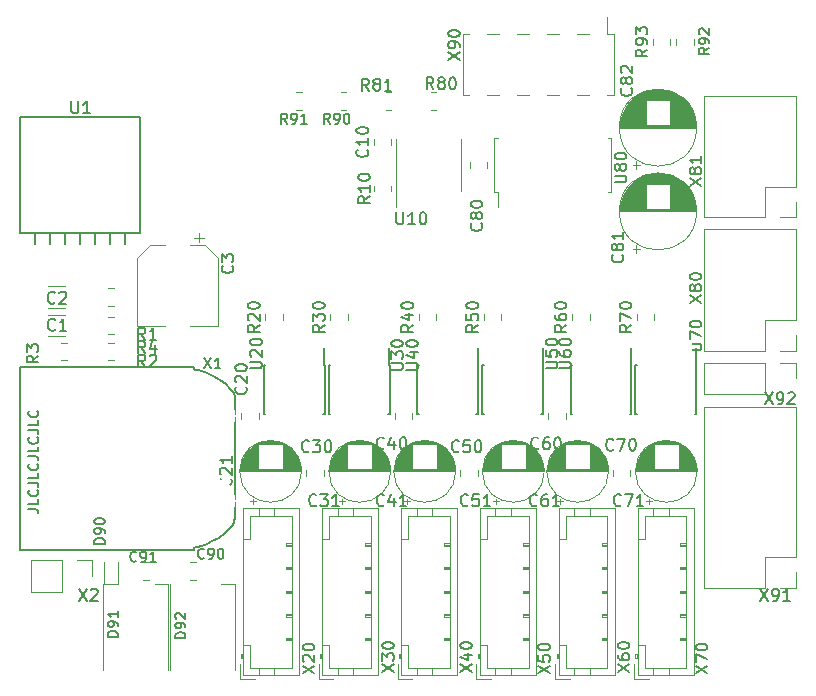
<source format=gto>
G04 #@! TF.GenerationSoftware,KiCad,Pcbnew,(5.1.10)-1*
G04 #@! TF.CreationDate,2021-06-06T14:26:22+02:00*
G04 #@! TF.ProjectId,ww2020,77773230-3230-42e6-9b69-6361645f7063,rev?*
G04 #@! TF.SameCoordinates,Original*
G04 #@! TF.FileFunction,Legend,Top*
G04 #@! TF.FilePolarity,Positive*
%FSLAX46Y46*%
G04 Gerber Fmt 4.6, Leading zero omitted, Abs format (unit mm)*
G04 Created by KiCad (PCBNEW (5.1.10)-1) date 2021-06-06 14:26:22*
%MOMM*%
%LPD*%
G01*
G04 APERTURE LIST*
%ADD10C,0.155448*%
%ADD11C,0.120000*%
%ADD12C,0.127000*%
%ADD13C,0.150000*%
%ADD14C,0.147675*%
%ADD15R,1.000000X3.150000*%
%ADD16C,1.600000*%
%ADD17R,1.600000X1.600000*%
%ADD18O,1.700000X1.700000*%
%ADD19R,1.700000X1.700000*%
%ADD20O,2.527000X1.327000*%
%ADD21C,3.843000*%
%ADD22R,0.890000X3.060000*%
%ADD23R,5.350000X8.540000*%
%ADD24C,0.770000*%
%ADD25R,3.100000X2.400000*%
%ADD26O,1.750000X1.200000*%
%ADD27C,0.800000*%
%ADD28C,5.400000*%
%ADD29R,0.700000X0.600000*%
%ADD30R,1.000000X1.500000*%
G04 APERTURE END LIST*
D10*
X100669634Y-86051012D02*
X101290120Y-86051012D01*
X101414217Y-86092378D01*
X101496948Y-86175109D01*
X101538314Y-86299206D01*
X101538314Y-86381938D01*
X101538314Y-85223698D02*
X101538314Y-85637355D01*
X100669634Y-85637355D01*
X101455582Y-84437749D02*
X101496948Y-84479115D01*
X101538314Y-84603212D01*
X101538314Y-84685944D01*
X101496948Y-84810041D01*
X101414217Y-84892772D01*
X101331485Y-84934138D01*
X101166022Y-84975504D01*
X101041925Y-84975504D01*
X100876462Y-84934138D01*
X100793731Y-84892772D01*
X100711000Y-84810041D01*
X100669634Y-84685944D01*
X100669634Y-84603212D01*
X100711000Y-84479115D01*
X100752365Y-84437749D01*
X100669634Y-83817264D02*
X101290120Y-83817264D01*
X101414217Y-83858629D01*
X101496948Y-83941361D01*
X101538314Y-84065458D01*
X101538314Y-84148189D01*
X101538314Y-82989949D02*
X101538314Y-83403606D01*
X100669634Y-83403606D01*
X101455582Y-82204001D02*
X101496948Y-82245366D01*
X101538314Y-82369464D01*
X101538314Y-82452195D01*
X101496948Y-82576292D01*
X101414217Y-82659024D01*
X101331485Y-82700389D01*
X101166022Y-82741755D01*
X101041925Y-82741755D01*
X100876462Y-82700389D01*
X100793731Y-82659024D01*
X100711000Y-82576292D01*
X100669634Y-82452195D01*
X100669634Y-82369464D01*
X100711000Y-82245366D01*
X100752365Y-82204001D01*
X100669634Y-81583515D02*
X101290120Y-81583515D01*
X101414217Y-81624881D01*
X101496948Y-81707612D01*
X101538314Y-81831709D01*
X101538314Y-81914441D01*
X101538314Y-80756201D02*
X101538314Y-81169858D01*
X100669634Y-81169858D01*
X101455582Y-79970252D02*
X101496948Y-80011618D01*
X101538314Y-80135715D01*
X101538314Y-80218446D01*
X101496948Y-80342544D01*
X101414217Y-80425275D01*
X101331485Y-80466641D01*
X101166022Y-80508006D01*
X101041925Y-80508006D01*
X100876462Y-80466641D01*
X100793731Y-80425275D01*
X100711000Y-80342544D01*
X100669634Y-80218446D01*
X100669634Y-80135715D01*
X100711000Y-80011618D01*
X100752365Y-79970252D01*
X100669634Y-79349766D02*
X101290120Y-79349766D01*
X101414217Y-79391132D01*
X101496948Y-79473864D01*
X101538314Y-79597961D01*
X101538314Y-79680692D01*
X101538314Y-78522452D02*
X101538314Y-78936109D01*
X100669634Y-78936109D01*
X101455582Y-77736504D02*
X101496948Y-77777869D01*
X101538314Y-77901966D01*
X101538314Y-77984698D01*
X101496948Y-78108795D01*
X101414217Y-78191526D01*
X101331485Y-78232892D01*
X101166022Y-78274258D01*
X101041925Y-78274258D01*
X100876462Y-78232892D01*
X100793731Y-78191526D01*
X100711000Y-78108795D01*
X100669634Y-77984698D01*
X100669634Y-77901966D01*
X100711000Y-77777869D01*
X100752365Y-77736504D01*
D11*
X137328600Y-56900000D02*
X137328600Y-54700000D01*
X137328600Y-56900000D02*
X137328600Y-59100000D01*
X131858600Y-56900000D02*
X131858600Y-54700000D01*
X131858600Y-56900000D02*
X131858600Y-60500000D01*
X150275600Y-45800000D02*
X150275600Y-51000000D01*
X137455600Y-45800000D02*
X137455600Y-51000000D01*
X149705600Y-44360000D02*
X149705600Y-45800000D01*
X150275600Y-45800000D02*
X149705600Y-45800000D01*
X150275600Y-51000000D02*
X149705600Y-51000000D01*
X138025600Y-45800000D02*
X137455600Y-45800000D01*
X138025600Y-51000000D02*
X137455600Y-51000000D01*
X148185600Y-45800000D02*
X147165600Y-45800000D01*
X148185600Y-51000000D02*
X147165600Y-51000000D01*
X145645600Y-45800000D02*
X144625600Y-45800000D01*
X145645600Y-51000000D02*
X144625600Y-51000000D01*
X143105600Y-45800000D02*
X142085600Y-45800000D01*
X143105600Y-51000000D02*
X142085600Y-51000000D01*
X140565600Y-45800000D02*
X139545600Y-45800000D01*
X140565600Y-51000000D02*
X139545600Y-51000000D01*
X150060000Y-56900000D02*
X150060000Y-54590000D01*
X150060000Y-54590000D02*
X149785000Y-54590000D01*
X150060000Y-56900000D02*
X150060000Y-59210000D01*
X150060000Y-59210000D02*
X149785000Y-59210000D01*
X140140000Y-56900000D02*
X140140000Y-54590000D01*
X140140000Y-54590000D02*
X140415000Y-54590000D01*
X140140000Y-56900000D02*
X140140000Y-59210000D01*
X140140000Y-59210000D02*
X140415000Y-59210000D01*
X140415000Y-59210000D02*
X140415000Y-60500000D01*
X102388748Y-71410000D02*
X103811252Y-71410000D01*
X102388748Y-69590000D02*
X103811252Y-69590000D01*
X151846000Y-64035241D02*
X152476000Y-64035241D01*
X152161000Y-64350241D02*
X152161000Y-63720241D01*
X153598000Y-57609000D02*
X154402000Y-57609000D01*
X153367000Y-57649000D02*
X154633000Y-57649000D01*
X153198000Y-57689000D02*
X154802000Y-57689000D01*
X153060000Y-57729000D02*
X154940000Y-57729000D01*
X152941000Y-57769000D02*
X155059000Y-57769000D01*
X152835000Y-57809000D02*
X155165000Y-57809000D01*
X152738000Y-57849000D02*
X155262000Y-57849000D01*
X152650000Y-57889000D02*
X155350000Y-57889000D01*
X152568000Y-57929000D02*
X155432000Y-57929000D01*
X152491000Y-57969000D02*
X155509000Y-57969000D01*
X152419000Y-58009000D02*
X155581000Y-58009000D01*
X152350000Y-58049000D02*
X155650000Y-58049000D01*
X152286000Y-58089000D02*
X155714000Y-58089000D01*
X152224000Y-58129000D02*
X155776000Y-58129000D01*
X152166000Y-58169000D02*
X155834000Y-58169000D01*
X152110000Y-58209000D02*
X155890000Y-58209000D01*
X152056000Y-58249000D02*
X155944000Y-58249000D01*
X152005000Y-58289000D02*
X155995000Y-58289000D01*
X151956000Y-58329000D02*
X156044000Y-58329000D01*
X151908000Y-58369000D02*
X156092000Y-58369000D01*
X151863000Y-58409000D02*
X156137000Y-58409000D01*
X151818000Y-58449000D02*
X156182000Y-58449000D01*
X151776000Y-58489000D02*
X156224000Y-58489000D01*
X151735000Y-58529000D02*
X156265000Y-58529000D01*
X155040000Y-58569000D02*
X156305000Y-58569000D01*
X151695000Y-58569000D02*
X152960000Y-58569000D01*
X155040000Y-58609000D02*
X156343000Y-58609000D01*
X151657000Y-58609000D02*
X152960000Y-58609000D01*
X155040000Y-58649000D02*
X156380000Y-58649000D01*
X151620000Y-58649000D02*
X152960000Y-58649000D01*
X155040000Y-58689000D02*
X156416000Y-58689000D01*
X151584000Y-58689000D02*
X152960000Y-58689000D01*
X155040000Y-58729000D02*
X156450000Y-58729000D01*
X151550000Y-58729000D02*
X152960000Y-58729000D01*
X155040000Y-58769000D02*
X156484000Y-58769000D01*
X151516000Y-58769000D02*
X152960000Y-58769000D01*
X155040000Y-58809000D02*
X156516000Y-58809000D01*
X151484000Y-58809000D02*
X152960000Y-58809000D01*
X155040000Y-58849000D02*
X156548000Y-58849000D01*
X151452000Y-58849000D02*
X152960000Y-58849000D01*
X155040000Y-58889000D02*
X156578000Y-58889000D01*
X151422000Y-58889000D02*
X152960000Y-58889000D01*
X155040000Y-58929000D02*
X156607000Y-58929000D01*
X151393000Y-58929000D02*
X152960000Y-58929000D01*
X155040000Y-58969000D02*
X156636000Y-58969000D01*
X151364000Y-58969000D02*
X152960000Y-58969000D01*
X155040000Y-59009000D02*
X156664000Y-59009000D01*
X151336000Y-59009000D02*
X152960000Y-59009000D01*
X155040000Y-59049000D02*
X156690000Y-59049000D01*
X151310000Y-59049000D02*
X152960000Y-59049000D01*
X155040000Y-59089000D02*
X156716000Y-59089000D01*
X151284000Y-59089000D02*
X152960000Y-59089000D01*
X155040000Y-59129000D02*
X156742000Y-59129000D01*
X151258000Y-59129000D02*
X152960000Y-59129000D01*
X155040000Y-59169000D02*
X156766000Y-59169000D01*
X151234000Y-59169000D02*
X152960000Y-59169000D01*
X155040000Y-59209000D02*
X156790000Y-59209000D01*
X151210000Y-59209000D02*
X152960000Y-59209000D01*
X155040000Y-59249000D02*
X156812000Y-59249000D01*
X151188000Y-59249000D02*
X152960000Y-59249000D01*
X155040000Y-59289000D02*
X156834000Y-59289000D01*
X151166000Y-59289000D02*
X152960000Y-59289000D01*
X155040000Y-59329000D02*
X156856000Y-59329000D01*
X151144000Y-59329000D02*
X152960000Y-59329000D01*
X155040000Y-59369000D02*
X156876000Y-59369000D01*
X151124000Y-59369000D02*
X152960000Y-59369000D01*
X155040000Y-59409000D02*
X156896000Y-59409000D01*
X151104000Y-59409000D02*
X152960000Y-59409000D01*
X155040000Y-59449000D02*
X156916000Y-59449000D01*
X151084000Y-59449000D02*
X152960000Y-59449000D01*
X155040000Y-59489000D02*
X156934000Y-59489000D01*
X151066000Y-59489000D02*
X152960000Y-59489000D01*
X155040000Y-59529000D02*
X156952000Y-59529000D01*
X151048000Y-59529000D02*
X152960000Y-59529000D01*
X155040000Y-59569000D02*
X156970000Y-59569000D01*
X151030000Y-59569000D02*
X152960000Y-59569000D01*
X155040000Y-59609000D02*
X156986000Y-59609000D01*
X151014000Y-59609000D02*
X152960000Y-59609000D01*
X155040000Y-59649000D02*
X157002000Y-59649000D01*
X150998000Y-59649000D02*
X152960000Y-59649000D01*
X155040000Y-59689000D02*
X157018000Y-59689000D01*
X150982000Y-59689000D02*
X152960000Y-59689000D01*
X155040000Y-59729000D02*
X157033000Y-59729000D01*
X150967000Y-59729000D02*
X152960000Y-59729000D01*
X155040000Y-59769000D02*
X157047000Y-59769000D01*
X150953000Y-59769000D02*
X152960000Y-59769000D01*
X155040000Y-59809000D02*
X157061000Y-59809000D01*
X150939000Y-59809000D02*
X152960000Y-59809000D01*
X155040000Y-59849000D02*
X157074000Y-59849000D01*
X150926000Y-59849000D02*
X152960000Y-59849000D01*
X155040000Y-59889000D02*
X157086000Y-59889000D01*
X150914000Y-59889000D02*
X152960000Y-59889000D01*
X155040000Y-59929000D02*
X157098000Y-59929000D01*
X150902000Y-59929000D02*
X152960000Y-59929000D01*
X155040000Y-59969000D02*
X157110000Y-59969000D01*
X150890000Y-59969000D02*
X152960000Y-59969000D01*
X155040000Y-60009000D02*
X157121000Y-60009000D01*
X150879000Y-60009000D02*
X152960000Y-60009000D01*
X155040000Y-60049000D02*
X157131000Y-60049000D01*
X150869000Y-60049000D02*
X152960000Y-60049000D01*
X155040000Y-60089000D02*
X157141000Y-60089000D01*
X150859000Y-60089000D02*
X152960000Y-60089000D01*
X155040000Y-60129000D02*
X157150000Y-60129000D01*
X150850000Y-60129000D02*
X152960000Y-60129000D01*
X155040000Y-60170000D02*
X157159000Y-60170000D01*
X150841000Y-60170000D02*
X152960000Y-60170000D01*
X155040000Y-60210000D02*
X157167000Y-60210000D01*
X150833000Y-60210000D02*
X152960000Y-60210000D01*
X155040000Y-60250000D02*
X157175000Y-60250000D01*
X150825000Y-60250000D02*
X152960000Y-60250000D01*
X155040000Y-60290000D02*
X157182000Y-60290000D01*
X150818000Y-60290000D02*
X152960000Y-60290000D01*
X155040000Y-60330000D02*
X157189000Y-60330000D01*
X150811000Y-60330000D02*
X152960000Y-60330000D01*
X155040000Y-60370000D02*
X157195000Y-60370000D01*
X150805000Y-60370000D02*
X152960000Y-60370000D01*
X155040000Y-60410000D02*
X157201000Y-60410000D01*
X150799000Y-60410000D02*
X152960000Y-60410000D01*
X155040000Y-60450000D02*
X157206000Y-60450000D01*
X150794000Y-60450000D02*
X152960000Y-60450000D01*
X155040000Y-60490000D02*
X157211000Y-60490000D01*
X150789000Y-60490000D02*
X152960000Y-60490000D01*
X155040000Y-60530000D02*
X157215000Y-60530000D01*
X150785000Y-60530000D02*
X152960000Y-60530000D01*
X155040000Y-60570000D02*
X157218000Y-60570000D01*
X150782000Y-60570000D02*
X152960000Y-60570000D01*
X155040000Y-60610000D02*
X157222000Y-60610000D01*
X150778000Y-60610000D02*
X152960000Y-60610000D01*
X150776000Y-60650000D02*
X157224000Y-60650000D01*
X150773000Y-60690000D02*
X157227000Y-60690000D01*
X150772000Y-60730000D02*
X157228000Y-60730000D01*
X150770000Y-60770000D02*
X157230000Y-60770000D01*
X150770000Y-60810000D02*
X157230000Y-60810000D01*
X150770000Y-60850000D02*
X157230000Y-60850000D01*
X157270000Y-60850000D02*
G75*
G03*
X157270000Y-60850000I-3270000J0D01*
G01*
X165660000Y-72640000D02*
X164330000Y-72640000D01*
X165660000Y-71310000D02*
X165660000Y-72640000D01*
X163060000Y-72640000D02*
X157920000Y-72640000D01*
X163060000Y-70040000D02*
X163060000Y-72640000D01*
X165660000Y-70040000D02*
X163060000Y-70040000D01*
X157920000Y-72640000D02*
X157920000Y-62360000D01*
X165660000Y-70040000D02*
X165660000Y-62360000D01*
X165660000Y-62360000D02*
X157920000Y-62360000D01*
X165660000Y-92730000D02*
X164330000Y-92730000D01*
X165660000Y-91400000D02*
X165660000Y-92730000D01*
X163060000Y-92730000D02*
X157920000Y-92730000D01*
X163060000Y-90130000D02*
X163060000Y-92730000D01*
X165660000Y-90130000D02*
X163060000Y-90130000D01*
X157920000Y-92730000D02*
X157920000Y-77370000D01*
X165660000Y-90130000D02*
X165660000Y-77370000D01*
X165660000Y-77370000D02*
X157920000Y-77370000D01*
D12*
X114700000Y-74014001D02*
X100000000Y-74014001D01*
X118200000Y-86714001D02*
X118200000Y-76814001D01*
X100000000Y-89514001D02*
X114700000Y-89514001D01*
X100000000Y-74014001D02*
X100000000Y-75014001D01*
X100000000Y-89514001D02*
X100000000Y-88514001D01*
X114700000Y-74014001D02*
X114700000Y-74214001D01*
X118200000Y-76814001D02*
X118164981Y-76524383D01*
X118164981Y-76524383D02*
X118065618Y-76248642D01*
X118065618Y-76248642D02*
X117800000Y-75844651D01*
X100000000Y-88514001D02*
X100000000Y-75014001D01*
X114700000Y-89314001D02*
X114820450Y-89299819D01*
X114820450Y-89299819D02*
X115004259Y-89257891D01*
X115004259Y-89257891D02*
X115394859Y-89138182D01*
X115394859Y-89138182D02*
X115818559Y-88978291D01*
X115818559Y-88978291D02*
X116281618Y-88771051D01*
X116281618Y-88771051D02*
X116842440Y-88466160D01*
X116842440Y-88466160D02*
X117365509Y-88102151D01*
X117365509Y-88102151D02*
X117800000Y-87683351D01*
X117800000Y-87683351D02*
X117983240Y-87430491D01*
X117983240Y-87430491D02*
X118115540Y-87162919D01*
X118115540Y-87162919D02*
X118200000Y-86714001D01*
X117800000Y-75844651D02*
X117387568Y-75443733D01*
X117387568Y-75443733D02*
X116892309Y-75092551D01*
X116892309Y-75092551D02*
X116358459Y-74794892D01*
X116358459Y-74794892D02*
X115830218Y-74554511D01*
X115830218Y-74554511D02*
X115405118Y-74393351D01*
X115405118Y-74393351D02*
X115048731Y-74282042D01*
X115048731Y-74282042D02*
X114836550Y-74231220D01*
X114836550Y-74231220D02*
X114700000Y-74214001D01*
X114700000Y-89514001D02*
X114700000Y-89314001D01*
D11*
X165660000Y-61350000D02*
X164330000Y-61350000D01*
X165660000Y-60020000D02*
X165660000Y-61350000D01*
X163060000Y-61350000D02*
X157920000Y-61350000D01*
X163060000Y-58750000D02*
X163060000Y-61350000D01*
X165660000Y-58750000D02*
X163060000Y-58750000D01*
X157920000Y-61350000D02*
X157920000Y-51070000D01*
X165660000Y-58750000D02*
X165660000Y-51070000D01*
X165660000Y-51070000D02*
X157920000Y-51070000D01*
X153565000Y-46727064D02*
X153565000Y-46272936D01*
X155035000Y-46727064D02*
X155035000Y-46272936D01*
D13*
X108910000Y-62700000D02*
X108910000Y-63700000D01*
X107640000Y-62700000D02*
X107640000Y-63700000D01*
X106370000Y-62700000D02*
X106370000Y-63700000D01*
X105100000Y-62700000D02*
X105100000Y-63700000D01*
X103830000Y-62700000D02*
X103830000Y-63700000D01*
X102560000Y-62700000D02*
X102560000Y-63700000D01*
X100020000Y-52850000D02*
X110180000Y-52850000D01*
X110180000Y-62700000D02*
X110180000Y-52850000D01*
X110180000Y-62700000D02*
X100020000Y-62700000D01*
X100020000Y-62700000D02*
X100020000Y-52850000D01*
X101290000Y-62700000D02*
X101290000Y-63700000D01*
X157245000Y-73825000D02*
X157195000Y-73825000D01*
X157245000Y-77975000D02*
X157100000Y-77975000D01*
X152095000Y-77975000D02*
X152240000Y-77975000D01*
X152095000Y-73825000D02*
X152240000Y-73825000D01*
X157245000Y-73825000D02*
X157245000Y-77975000D01*
X152095000Y-73825000D02*
X152095000Y-77975000D01*
X157195000Y-73825000D02*
X157195000Y-72425000D01*
X151745000Y-73825000D02*
X151695000Y-73825000D01*
X151745000Y-77975000D02*
X151600000Y-77975000D01*
X146595000Y-77975000D02*
X146740000Y-77975000D01*
X146595000Y-73825000D02*
X146740000Y-73825000D01*
X151745000Y-73825000D02*
X151745000Y-77975000D01*
X146595000Y-73825000D02*
X146595000Y-77975000D01*
X151695000Y-73825000D02*
X151695000Y-72425000D01*
X144275000Y-73825000D02*
X144225000Y-73825000D01*
X144275000Y-77975000D02*
X144130000Y-77975000D01*
X139125000Y-77975000D02*
X139270000Y-77975000D01*
X139125000Y-73825000D02*
X139270000Y-73825000D01*
X144275000Y-73825000D02*
X144275000Y-77975000D01*
X139125000Y-73825000D02*
X139125000Y-77975000D01*
X144225000Y-73825000D02*
X144225000Y-72425000D01*
X138775000Y-73825000D02*
X138725000Y-73825000D01*
X138775000Y-77975000D02*
X138630000Y-77975000D01*
X133625000Y-77975000D02*
X133770000Y-77975000D01*
X133625000Y-73825000D02*
X133770000Y-73825000D01*
X138775000Y-73825000D02*
X138775000Y-77975000D01*
X133625000Y-73825000D02*
X133625000Y-77975000D01*
X138725000Y-73825000D02*
X138725000Y-72425000D01*
X131275000Y-73825000D02*
X131225000Y-73825000D01*
X131275000Y-77975000D02*
X131130000Y-77975000D01*
X126125000Y-77975000D02*
X126270000Y-77975000D01*
X126125000Y-73825000D02*
X126270000Y-73825000D01*
X131275000Y-73825000D02*
X131275000Y-77975000D01*
X126125000Y-73825000D02*
X126125000Y-77975000D01*
X131225000Y-73825000D02*
X131225000Y-72425000D01*
D11*
X152235000Y-70061252D02*
X152235000Y-69538748D01*
X153705000Y-70061252D02*
X153705000Y-69538748D01*
X146735000Y-70061252D02*
X146735000Y-69538748D01*
X148205000Y-70061252D02*
X148205000Y-69538748D01*
X139265000Y-70061252D02*
X139265000Y-69538748D01*
X140735000Y-70061252D02*
X140735000Y-69538748D01*
X133765000Y-70061252D02*
X133765000Y-69538748D01*
X135235000Y-70061252D02*
X135235000Y-69538748D01*
X126265000Y-70061252D02*
X126265000Y-69538748D01*
X127735000Y-70061252D02*
X127735000Y-69538748D01*
X152290000Y-100110000D02*
X157010000Y-100110000D01*
X157010000Y-100110000D02*
X157010000Y-85990000D01*
X157010000Y-85990000D02*
X152290000Y-85990000D01*
X152290000Y-85990000D02*
X152290000Y-100110000D01*
X152290000Y-98350000D02*
X152090000Y-98350000D01*
X152090000Y-98350000D02*
X152090000Y-98650000D01*
X152090000Y-98650000D02*
X152290000Y-98650000D01*
X152190000Y-98350000D02*
X152190000Y-98650000D01*
X152290000Y-97550000D02*
X152900000Y-97550000D01*
X152900000Y-97550000D02*
X152900000Y-99500000D01*
X152900000Y-99500000D02*
X156400000Y-99500000D01*
X156400000Y-99500000D02*
X156400000Y-86600000D01*
X156400000Y-86600000D02*
X152900000Y-86600000D01*
X152900000Y-86600000D02*
X152900000Y-88550000D01*
X152900000Y-88550000D02*
X152290000Y-88550000D01*
X153600000Y-100110000D02*
X153600000Y-99500000D01*
X154900000Y-100110000D02*
X154900000Y-99500000D01*
X153600000Y-85990000D02*
X153600000Y-86600000D01*
X154900000Y-85990000D02*
X154900000Y-86600000D01*
X156400000Y-97150000D02*
X155900000Y-97150000D01*
X155900000Y-97150000D02*
X155900000Y-96950000D01*
X155900000Y-96950000D02*
X156400000Y-96950000D01*
X156400000Y-97050000D02*
X155900000Y-97050000D01*
X156400000Y-95150000D02*
X155900000Y-95150000D01*
X155900000Y-95150000D02*
X155900000Y-94950000D01*
X155900000Y-94950000D02*
X156400000Y-94950000D01*
X156400000Y-95050000D02*
X155900000Y-95050000D01*
X156400000Y-93150000D02*
X155900000Y-93150000D01*
X155900000Y-93150000D02*
X155900000Y-92950000D01*
X155900000Y-92950000D02*
X156400000Y-92950000D01*
X156400000Y-93050000D02*
X155900000Y-93050000D01*
X156400000Y-91150000D02*
X155900000Y-91150000D01*
X155900000Y-91150000D02*
X155900000Y-90950000D01*
X155900000Y-90950000D02*
X156400000Y-90950000D01*
X156400000Y-91050000D02*
X155900000Y-91050000D01*
X156400000Y-89150000D02*
X155900000Y-89150000D01*
X155900000Y-89150000D02*
X155900000Y-88950000D01*
X155900000Y-88950000D02*
X156400000Y-88950000D01*
X156400000Y-89050000D02*
X155900000Y-89050000D01*
X151990000Y-99160000D02*
X151990000Y-100410000D01*
X151990000Y-100410000D02*
X153240000Y-100410000D01*
X145610000Y-100110000D02*
X150330000Y-100110000D01*
X150330000Y-100110000D02*
X150330000Y-85990000D01*
X150330000Y-85990000D02*
X145610000Y-85990000D01*
X145610000Y-85990000D02*
X145610000Y-100110000D01*
X145610000Y-98350000D02*
X145410000Y-98350000D01*
X145410000Y-98350000D02*
X145410000Y-98650000D01*
X145410000Y-98650000D02*
X145610000Y-98650000D01*
X145510000Y-98350000D02*
X145510000Y-98650000D01*
X145610000Y-97550000D02*
X146220000Y-97550000D01*
X146220000Y-97550000D02*
X146220000Y-99500000D01*
X146220000Y-99500000D02*
X149720000Y-99500000D01*
X149720000Y-99500000D02*
X149720000Y-86600000D01*
X149720000Y-86600000D02*
X146220000Y-86600000D01*
X146220000Y-86600000D02*
X146220000Y-88550000D01*
X146220000Y-88550000D02*
X145610000Y-88550000D01*
X146920000Y-100110000D02*
X146920000Y-99500000D01*
X148220000Y-100110000D02*
X148220000Y-99500000D01*
X146920000Y-85990000D02*
X146920000Y-86600000D01*
X148220000Y-85990000D02*
X148220000Y-86600000D01*
X149720000Y-97150000D02*
X149220000Y-97150000D01*
X149220000Y-97150000D02*
X149220000Y-96950000D01*
X149220000Y-96950000D02*
X149720000Y-96950000D01*
X149720000Y-97050000D02*
X149220000Y-97050000D01*
X149720000Y-95150000D02*
X149220000Y-95150000D01*
X149220000Y-95150000D02*
X149220000Y-94950000D01*
X149220000Y-94950000D02*
X149720000Y-94950000D01*
X149720000Y-95050000D02*
X149220000Y-95050000D01*
X149720000Y-93150000D02*
X149220000Y-93150000D01*
X149220000Y-93150000D02*
X149220000Y-92950000D01*
X149220000Y-92950000D02*
X149720000Y-92950000D01*
X149720000Y-93050000D02*
X149220000Y-93050000D01*
X149720000Y-91150000D02*
X149220000Y-91150000D01*
X149220000Y-91150000D02*
X149220000Y-90950000D01*
X149220000Y-90950000D02*
X149720000Y-90950000D01*
X149720000Y-91050000D02*
X149220000Y-91050000D01*
X149720000Y-89150000D02*
X149220000Y-89150000D01*
X149220000Y-89150000D02*
X149220000Y-88950000D01*
X149220000Y-88950000D02*
X149720000Y-88950000D01*
X149720000Y-89050000D02*
X149220000Y-89050000D01*
X145310000Y-99160000D02*
X145310000Y-100410000D01*
X145310000Y-100410000D02*
X146560000Y-100410000D01*
X138930000Y-100110000D02*
X143650000Y-100110000D01*
X143650000Y-100110000D02*
X143650000Y-85990000D01*
X143650000Y-85990000D02*
X138930000Y-85990000D01*
X138930000Y-85990000D02*
X138930000Y-100110000D01*
X138930000Y-98350000D02*
X138730000Y-98350000D01*
X138730000Y-98350000D02*
X138730000Y-98650000D01*
X138730000Y-98650000D02*
X138930000Y-98650000D01*
X138830000Y-98350000D02*
X138830000Y-98650000D01*
X138930000Y-97550000D02*
X139540000Y-97550000D01*
X139540000Y-97550000D02*
X139540000Y-99500000D01*
X139540000Y-99500000D02*
X143040000Y-99500000D01*
X143040000Y-99500000D02*
X143040000Y-86600000D01*
X143040000Y-86600000D02*
X139540000Y-86600000D01*
X139540000Y-86600000D02*
X139540000Y-88550000D01*
X139540000Y-88550000D02*
X138930000Y-88550000D01*
X140240000Y-100110000D02*
X140240000Y-99500000D01*
X141540000Y-100110000D02*
X141540000Y-99500000D01*
X140240000Y-85990000D02*
X140240000Y-86600000D01*
X141540000Y-85990000D02*
X141540000Y-86600000D01*
X143040000Y-97150000D02*
X142540000Y-97150000D01*
X142540000Y-97150000D02*
X142540000Y-96950000D01*
X142540000Y-96950000D02*
X143040000Y-96950000D01*
X143040000Y-97050000D02*
X142540000Y-97050000D01*
X143040000Y-95150000D02*
X142540000Y-95150000D01*
X142540000Y-95150000D02*
X142540000Y-94950000D01*
X142540000Y-94950000D02*
X143040000Y-94950000D01*
X143040000Y-95050000D02*
X142540000Y-95050000D01*
X143040000Y-93150000D02*
X142540000Y-93150000D01*
X142540000Y-93150000D02*
X142540000Y-92950000D01*
X142540000Y-92950000D02*
X143040000Y-92950000D01*
X143040000Y-93050000D02*
X142540000Y-93050000D01*
X143040000Y-91150000D02*
X142540000Y-91150000D01*
X142540000Y-91150000D02*
X142540000Y-90950000D01*
X142540000Y-90950000D02*
X143040000Y-90950000D01*
X143040000Y-91050000D02*
X142540000Y-91050000D01*
X143040000Y-89150000D02*
X142540000Y-89150000D01*
X142540000Y-89150000D02*
X142540000Y-88950000D01*
X142540000Y-88950000D02*
X143040000Y-88950000D01*
X143040000Y-89050000D02*
X142540000Y-89050000D01*
X138630000Y-99160000D02*
X138630000Y-100410000D01*
X138630000Y-100410000D02*
X139880000Y-100410000D01*
X132250000Y-100110000D02*
X136970000Y-100110000D01*
X136970000Y-100110000D02*
X136970000Y-85990000D01*
X136970000Y-85990000D02*
X132250000Y-85990000D01*
X132250000Y-85990000D02*
X132250000Y-100110000D01*
X132250000Y-98350000D02*
X132050000Y-98350000D01*
X132050000Y-98350000D02*
X132050000Y-98650000D01*
X132050000Y-98650000D02*
X132250000Y-98650000D01*
X132150000Y-98350000D02*
X132150000Y-98650000D01*
X132250000Y-97550000D02*
X132860000Y-97550000D01*
X132860000Y-97550000D02*
X132860000Y-99500000D01*
X132860000Y-99500000D02*
X136360000Y-99500000D01*
X136360000Y-99500000D02*
X136360000Y-86600000D01*
X136360000Y-86600000D02*
X132860000Y-86600000D01*
X132860000Y-86600000D02*
X132860000Y-88550000D01*
X132860000Y-88550000D02*
X132250000Y-88550000D01*
X133560000Y-100110000D02*
X133560000Y-99500000D01*
X134860000Y-100110000D02*
X134860000Y-99500000D01*
X133560000Y-85990000D02*
X133560000Y-86600000D01*
X134860000Y-85990000D02*
X134860000Y-86600000D01*
X136360000Y-97150000D02*
X135860000Y-97150000D01*
X135860000Y-97150000D02*
X135860000Y-96950000D01*
X135860000Y-96950000D02*
X136360000Y-96950000D01*
X136360000Y-97050000D02*
X135860000Y-97050000D01*
X136360000Y-95150000D02*
X135860000Y-95150000D01*
X135860000Y-95150000D02*
X135860000Y-94950000D01*
X135860000Y-94950000D02*
X136360000Y-94950000D01*
X136360000Y-95050000D02*
X135860000Y-95050000D01*
X136360000Y-93150000D02*
X135860000Y-93150000D01*
X135860000Y-93150000D02*
X135860000Y-92950000D01*
X135860000Y-92950000D02*
X136360000Y-92950000D01*
X136360000Y-93050000D02*
X135860000Y-93050000D01*
X136360000Y-91150000D02*
X135860000Y-91150000D01*
X135860000Y-91150000D02*
X135860000Y-90950000D01*
X135860000Y-90950000D02*
X136360000Y-90950000D01*
X136360000Y-91050000D02*
X135860000Y-91050000D01*
X136360000Y-89150000D02*
X135860000Y-89150000D01*
X135860000Y-89150000D02*
X135860000Y-88950000D01*
X135860000Y-88950000D02*
X136360000Y-88950000D01*
X136360000Y-89050000D02*
X135860000Y-89050000D01*
X131950000Y-99160000D02*
X131950000Y-100410000D01*
X131950000Y-100410000D02*
X133200000Y-100410000D01*
X125570000Y-100110000D02*
X130290000Y-100110000D01*
X130290000Y-100110000D02*
X130290000Y-85990000D01*
X130290000Y-85990000D02*
X125570000Y-85990000D01*
X125570000Y-85990000D02*
X125570000Y-100110000D01*
X125570000Y-98350000D02*
X125370000Y-98350000D01*
X125370000Y-98350000D02*
X125370000Y-98650000D01*
X125370000Y-98650000D02*
X125570000Y-98650000D01*
X125470000Y-98350000D02*
X125470000Y-98650000D01*
X125570000Y-97550000D02*
X126180000Y-97550000D01*
X126180000Y-97550000D02*
X126180000Y-99500000D01*
X126180000Y-99500000D02*
X129680000Y-99500000D01*
X129680000Y-99500000D02*
X129680000Y-86600000D01*
X129680000Y-86600000D02*
X126180000Y-86600000D01*
X126180000Y-86600000D02*
X126180000Y-88550000D01*
X126180000Y-88550000D02*
X125570000Y-88550000D01*
X126880000Y-100110000D02*
X126880000Y-99500000D01*
X128180000Y-100110000D02*
X128180000Y-99500000D01*
X126880000Y-85990000D02*
X126880000Y-86600000D01*
X128180000Y-85990000D02*
X128180000Y-86600000D01*
X129680000Y-97150000D02*
X129180000Y-97150000D01*
X129180000Y-97150000D02*
X129180000Y-96950000D01*
X129180000Y-96950000D02*
X129680000Y-96950000D01*
X129680000Y-97050000D02*
X129180000Y-97050000D01*
X129680000Y-95150000D02*
X129180000Y-95150000D01*
X129180000Y-95150000D02*
X129180000Y-94950000D01*
X129180000Y-94950000D02*
X129680000Y-94950000D01*
X129680000Y-95050000D02*
X129180000Y-95050000D01*
X129680000Y-93150000D02*
X129180000Y-93150000D01*
X129180000Y-93150000D02*
X129180000Y-92950000D01*
X129180000Y-92950000D02*
X129680000Y-92950000D01*
X129680000Y-93050000D02*
X129180000Y-93050000D01*
X129680000Y-91150000D02*
X129180000Y-91150000D01*
X129180000Y-91150000D02*
X129180000Y-90950000D01*
X129180000Y-90950000D02*
X129680000Y-90950000D01*
X129680000Y-91050000D02*
X129180000Y-91050000D01*
X129680000Y-89150000D02*
X129180000Y-89150000D01*
X129180000Y-89150000D02*
X129180000Y-88950000D01*
X129180000Y-88950000D02*
X129680000Y-88950000D01*
X129680000Y-89050000D02*
X129180000Y-89050000D01*
X125270000Y-99160000D02*
X125270000Y-100410000D01*
X125270000Y-100410000D02*
X126520000Y-100410000D01*
X157320000Y-82850000D02*
G75*
G03*
X157320000Y-82850000I-2620000J0D01*
G01*
X152120000Y-82850000D02*
X157280000Y-82850000D01*
X152120000Y-82810000D02*
X157280000Y-82810000D01*
X152121000Y-82770000D02*
X157279000Y-82770000D01*
X152122000Y-82730000D02*
X157278000Y-82730000D01*
X152124000Y-82690000D02*
X157276000Y-82690000D01*
X152127000Y-82650000D02*
X157273000Y-82650000D01*
X152131000Y-82610000D02*
X153660000Y-82610000D01*
X155740000Y-82610000D02*
X157269000Y-82610000D01*
X152135000Y-82570000D02*
X153660000Y-82570000D01*
X155740000Y-82570000D02*
X157265000Y-82570000D01*
X152139000Y-82530000D02*
X153660000Y-82530000D01*
X155740000Y-82530000D02*
X157261000Y-82530000D01*
X152144000Y-82490000D02*
X153660000Y-82490000D01*
X155740000Y-82490000D02*
X157256000Y-82490000D01*
X152150000Y-82450000D02*
X153660000Y-82450000D01*
X155740000Y-82450000D02*
X157250000Y-82450000D01*
X152157000Y-82410000D02*
X153660000Y-82410000D01*
X155740000Y-82410000D02*
X157243000Y-82410000D01*
X152164000Y-82370000D02*
X153660000Y-82370000D01*
X155740000Y-82370000D02*
X157236000Y-82370000D01*
X152172000Y-82330000D02*
X153660000Y-82330000D01*
X155740000Y-82330000D02*
X157228000Y-82330000D01*
X152180000Y-82290000D02*
X153660000Y-82290000D01*
X155740000Y-82290000D02*
X157220000Y-82290000D01*
X152189000Y-82250000D02*
X153660000Y-82250000D01*
X155740000Y-82250000D02*
X157211000Y-82250000D01*
X152199000Y-82210000D02*
X153660000Y-82210000D01*
X155740000Y-82210000D02*
X157201000Y-82210000D01*
X152209000Y-82170000D02*
X153660000Y-82170000D01*
X155740000Y-82170000D02*
X157191000Y-82170000D01*
X152220000Y-82129000D02*
X153660000Y-82129000D01*
X155740000Y-82129000D02*
X157180000Y-82129000D01*
X152232000Y-82089000D02*
X153660000Y-82089000D01*
X155740000Y-82089000D02*
X157168000Y-82089000D01*
X152245000Y-82049000D02*
X153660000Y-82049000D01*
X155740000Y-82049000D02*
X157155000Y-82049000D01*
X152258000Y-82009000D02*
X153660000Y-82009000D01*
X155740000Y-82009000D02*
X157142000Y-82009000D01*
X152272000Y-81969000D02*
X153660000Y-81969000D01*
X155740000Y-81969000D02*
X157128000Y-81969000D01*
X152286000Y-81929000D02*
X153660000Y-81929000D01*
X155740000Y-81929000D02*
X157114000Y-81929000D01*
X152302000Y-81889000D02*
X153660000Y-81889000D01*
X155740000Y-81889000D02*
X157098000Y-81889000D01*
X152318000Y-81849000D02*
X153660000Y-81849000D01*
X155740000Y-81849000D02*
X157082000Y-81849000D01*
X152335000Y-81809000D02*
X153660000Y-81809000D01*
X155740000Y-81809000D02*
X157065000Y-81809000D01*
X152352000Y-81769000D02*
X153660000Y-81769000D01*
X155740000Y-81769000D02*
X157048000Y-81769000D01*
X152371000Y-81729000D02*
X153660000Y-81729000D01*
X155740000Y-81729000D02*
X157029000Y-81729000D01*
X152390000Y-81689000D02*
X153660000Y-81689000D01*
X155740000Y-81689000D02*
X157010000Y-81689000D01*
X152410000Y-81649000D02*
X153660000Y-81649000D01*
X155740000Y-81649000D02*
X156990000Y-81649000D01*
X152432000Y-81609000D02*
X153660000Y-81609000D01*
X155740000Y-81609000D02*
X156968000Y-81609000D01*
X152453000Y-81569000D02*
X153660000Y-81569000D01*
X155740000Y-81569000D02*
X156947000Y-81569000D01*
X152476000Y-81529000D02*
X153660000Y-81529000D01*
X155740000Y-81529000D02*
X156924000Y-81529000D01*
X152500000Y-81489000D02*
X153660000Y-81489000D01*
X155740000Y-81489000D02*
X156900000Y-81489000D01*
X152525000Y-81449000D02*
X153660000Y-81449000D01*
X155740000Y-81449000D02*
X156875000Y-81449000D01*
X152551000Y-81409000D02*
X153660000Y-81409000D01*
X155740000Y-81409000D02*
X156849000Y-81409000D01*
X152578000Y-81369000D02*
X153660000Y-81369000D01*
X155740000Y-81369000D02*
X156822000Y-81369000D01*
X152605000Y-81329000D02*
X153660000Y-81329000D01*
X155740000Y-81329000D02*
X156795000Y-81329000D01*
X152635000Y-81289000D02*
X153660000Y-81289000D01*
X155740000Y-81289000D02*
X156765000Y-81289000D01*
X152665000Y-81249000D02*
X153660000Y-81249000D01*
X155740000Y-81249000D02*
X156735000Y-81249000D01*
X152696000Y-81209000D02*
X153660000Y-81209000D01*
X155740000Y-81209000D02*
X156704000Y-81209000D01*
X152729000Y-81169000D02*
X153660000Y-81169000D01*
X155740000Y-81169000D02*
X156671000Y-81169000D01*
X152763000Y-81129000D02*
X153660000Y-81129000D01*
X155740000Y-81129000D02*
X156637000Y-81129000D01*
X152799000Y-81089000D02*
X153660000Y-81089000D01*
X155740000Y-81089000D02*
X156601000Y-81089000D01*
X152836000Y-81049000D02*
X153660000Y-81049000D01*
X155740000Y-81049000D02*
X156564000Y-81049000D01*
X152874000Y-81009000D02*
X153660000Y-81009000D01*
X155740000Y-81009000D02*
X156526000Y-81009000D01*
X152915000Y-80969000D02*
X153660000Y-80969000D01*
X155740000Y-80969000D02*
X156485000Y-80969000D01*
X152957000Y-80929000D02*
X153660000Y-80929000D01*
X155740000Y-80929000D02*
X156443000Y-80929000D01*
X153001000Y-80889000D02*
X153660000Y-80889000D01*
X155740000Y-80889000D02*
X156399000Y-80889000D01*
X153047000Y-80849000D02*
X153660000Y-80849000D01*
X155740000Y-80849000D02*
X156353000Y-80849000D01*
X153095000Y-80809000D02*
X153660000Y-80809000D01*
X155740000Y-80809000D02*
X156305000Y-80809000D01*
X153146000Y-80769000D02*
X153660000Y-80769000D01*
X155740000Y-80769000D02*
X156254000Y-80769000D01*
X153200000Y-80729000D02*
X153660000Y-80729000D01*
X155740000Y-80729000D02*
X156200000Y-80729000D01*
X153257000Y-80689000D02*
X153660000Y-80689000D01*
X155740000Y-80689000D02*
X156143000Y-80689000D01*
X153317000Y-80649000D02*
X153660000Y-80649000D01*
X155740000Y-80649000D02*
X156083000Y-80649000D01*
X153381000Y-80609000D02*
X153660000Y-80609000D01*
X155740000Y-80609000D02*
X156019000Y-80609000D01*
X153449000Y-80569000D02*
X153660000Y-80569000D01*
X155740000Y-80569000D02*
X155951000Y-80569000D01*
X153522000Y-80529000D02*
X155878000Y-80529000D01*
X153602000Y-80489000D02*
X155798000Y-80489000D01*
X153689000Y-80449000D02*
X155711000Y-80449000D01*
X153785000Y-80409000D02*
X155615000Y-80409000D01*
X153895000Y-80369000D02*
X155505000Y-80369000D01*
X154023000Y-80329000D02*
X155377000Y-80329000D01*
X154182000Y-80289000D02*
X155218000Y-80289000D01*
X154416000Y-80249000D02*
X154984000Y-80249000D01*
X153225000Y-85654775D02*
X153225000Y-85154775D01*
X152975000Y-85404775D02*
X153475000Y-85404775D01*
X149820000Y-82850000D02*
G75*
G03*
X149820000Y-82850000I-2620000J0D01*
G01*
X144620000Y-82850000D02*
X149780000Y-82850000D01*
X144620000Y-82810000D02*
X149780000Y-82810000D01*
X144621000Y-82770000D02*
X149779000Y-82770000D01*
X144622000Y-82730000D02*
X149778000Y-82730000D01*
X144624000Y-82690000D02*
X149776000Y-82690000D01*
X144627000Y-82650000D02*
X149773000Y-82650000D01*
X144631000Y-82610000D02*
X146160000Y-82610000D01*
X148240000Y-82610000D02*
X149769000Y-82610000D01*
X144635000Y-82570000D02*
X146160000Y-82570000D01*
X148240000Y-82570000D02*
X149765000Y-82570000D01*
X144639000Y-82530000D02*
X146160000Y-82530000D01*
X148240000Y-82530000D02*
X149761000Y-82530000D01*
X144644000Y-82490000D02*
X146160000Y-82490000D01*
X148240000Y-82490000D02*
X149756000Y-82490000D01*
X144650000Y-82450000D02*
X146160000Y-82450000D01*
X148240000Y-82450000D02*
X149750000Y-82450000D01*
X144657000Y-82410000D02*
X146160000Y-82410000D01*
X148240000Y-82410000D02*
X149743000Y-82410000D01*
X144664000Y-82370000D02*
X146160000Y-82370000D01*
X148240000Y-82370000D02*
X149736000Y-82370000D01*
X144672000Y-82330000D02*
X146160000Y-82330000D01*
X148240000Y-82330000D02*
X149728000Y-82330000D01*
X144680000Y-82290000D02*
X146160000Y-82290000D01*
X148240000Y-82290000D02*
X149720000Y-82290000D01*
X144689000Y-82250000D02*
X146160000Y-82250000D01*
X148240000Y-82250000D02*
X149711000Y-82250000D01*
X144699000Y-82210000D02*
X146160000Y-82210000D01*
X148240000Y-82210000D02*
X149701000Y-82210000D01*
X144709000Y-82170000D02*
X146160000Y-82170000D01*
X148240000Y-82170000D02*
X149691000Y-82170000D01*
X144720000Y-82129000D02*
X146160000Y-82129000D01*
X148240000Y-82129000D02*
X149680000Y-82129000D01*
X144732000Y-82089000D02*
X146160000Y-82089000D01*
X148240000Y-82089000D02*
X149668000Y-82089000D01*
X144745000Y-82049000D02*
X146160000Y-82049000D01*
X148240000Y-82049000D02*
X149655000Y-82049000D01*
X144758000Y-82009000D02*
X146160000Y-82009000D01*
X148240000Y-82009000D02*
X149642000Y-82009000D01*
X144772000Y-81969000D02*
X146160000Y-81969000D01*
X148240000Y-81969000D02*
X149628000Y-81969000D01*
X144786000Y-81929000D02*
X146160000Y-81929000D01*
X148240000Y-81929000D02*
X149614000Y-81929000D01*
X144802000Y-81889000D02*
X146160000Y-81889000D01*
X148240000Y-81889000D02*
X149598000Y-81889000D01*
X144818000Y-81849000D02*
X146160000Y-81849000D01*
X148240000Y-81849000D02*
X149582000Y-81849000D01*
X144835000Y-81809000D02*
X146160000Y-81809000D01*
X148240000Y-81809000D02*
X149565000Y-81809000D01*
X144852000Y-81769000D02*
X146160000Y-81769000D01*
X148240000Y-81769000D02*
X149548000Y-81769000D01*
X144871000Y-81729000D02*
X146160000Y-81729000D01*
X148240000Y-81729000D02*
X149529000Y-81729000D01*
X144890000Y-81689000D02*
X146160000Y-81689000D01*
X148240000Y-81689000D02*
X149510000Y-81689000D01*
X144910000Y-81649000D02*
X146160000Y-81649000D01*
X148240000Y-81649000D02*
X149490000Y-81649000D01*
X144932000Y-81609000D02*
X146160000Y-81609000D01*
X148240000Y-81609000D02*
X149468000Y-81609000D01*
X144953000Y-81569000D02*
X146160000Y-81569000D01*
X148240000Y-81569000D02*
X149447000Y-81569000D01*
X144976000Y-81529000D02*
X146160000Y-81529000D01*
X148240000Y-81529000D02*
X149424000Y-81529000D01*
X145000000Y-81489000D02*
X146160000Y-81489000D01*
X148240000Y-81489000D02*
X149400000Y-81489000D01*
X145025000Y-81449000D02*
X146160000Y-81449000D01*
X148240000Y-81449000D02*
X149375000Y-81449000D01*
X145051000Y-81409000D02*
X146160000Y-81409000D01*
X148240000Y-81409000D02*
X149349000Y-81409000D01*
X145078000Y-81369000D02*
X146160000Y-81369000D01*
X148240000Y-81369000D02*
X149322000Y-81369000D01*
X145105000Y-81329000D02*
X146160000Y-81329000D01*
X148240000Y-81329000D02*
X149295000Y-81329000D01*
X145135000Y-81289000D02*
X146160000Y-81289000D01*
X148240000Y-81289000D02*
X149265000Y-81289000D01*
X145165000Y-81249000D02*
X146160000Y-81249000D01*
X148240000Y-81249000D02*
X149235000Y-81249000D01*
X145196000Y-81209000D02*
X146160000Y-81209000D01*
X148240000Y-81209000D02*
X149204000Y-81209000D01*
X145229000Y-81169000D02*
X146160000Y-81169000D01*
X148240000Y-81169000D02*
X149171000Y-81169000D01*
X145263000Y-81129000D02*
X146160000Y-81129000D01*
X148240000Y-81129000D02*
X149137000Y-81129000D01*
X145299000Y-81089000D02*
X146160000Y-81089000D01*
X148240000Y-81089000D02*
X149101000Y-81089000D01*
X145336000Y-81049000D02*
X146160000Y-81049000D01*
X148240000Y-81049000D02*
X149064000Y-81049000D01*
X145374000Y-81009000D02*
X146160000Y-81009000D01*
X148240000Y-81009000D02*
X149026000Y-81009000D01*
X145415000Y-80969000D02*
X146160000Y-80969000D01*
X148240000Y-80969000D02*
X148985000Y-80969000D01*
X145457000Y-80929000D02*
X146160000Y-80929000D01*
X148240000Y-80929000D02*
X148943000Y-80929000D01*
X145501000Y-80889000D02*
X146160000Y-80889000D01*
X148240000Y-80889000D02*
X148899000Y-80889000D01*
X145547000Y-80849000D02*
X146160000Y-80849000D01*
X148240000Y-80849000D02*
X148853000Y-80849000D01*
X145595000Y-80809000D02*
X146160000Y-80809000D01*
X148240000Y-80809000D02*
X148805000Y-80809000D01*
X145646000Y-80769000D02*
X146160000Y-80769000D01*
X148240000Y-80769000D02*
X148754000Y-80769000D01*
X145700000Y-80729000D02*
X146160000Y-80729000D01*
X148240000Y-80729000D02*
X148700000Y-80729000D01*
X145757000Y-80689000D02*
X146160000Y-80689000D01*
X148240000Y-80689000D02*
X148643000Y-80689000D01*
X145817000Y-80649000D02*
X146160000Y-80649000D01*
X148240000Y-80649000D02*
X148583000Y-80649000D01*
X145881000Y-80609000D02*
X146160000Y-80609000D01*
X148240000Y-80609000D02*
X148519000Y-80609000D01*
X145949000Y-80569000D02*
X146160000Y-80569000D01*
X148240000Y-80569000D02*
X148451000Y-80569000D01*
X146022000Y-80529000D02*
X148378000Y-80529000D01*
X146102000Y-80489000D02*
X148298000Y-80489000D01*
X146189000Y-80449000D02*
X148211000Y-80449000D01*
X146285000Y-80409000D02*
X148115000Y-80409000D01*
X146395000Y-80369000D02*
X148005000Y-80369000D01*
X146523000Y-80329000D02*
X147877000Y-80329000D01*
X146682000Y-80289000D02*
X147718000Y-80289000D01*
X146916000Y-80249000D02*
X147484000Y-80249000D01*
X145725000Y-85654775D02*
X145725000Y-85154775D01*
X145475000Y-85404775D02*
X145975000Y-85404775D01*
X144370000Y-82850000D02*
G75*
G03*
X144370000Y-82850000I-2620000J0D01*
G01*
X139170000Y-82850000D02*
X144330000Y-82850000D01*
X139170000Y-82810000D02*
X144330000Y-82810000D01*
X139171000Y-82770000D02*
X144329000Y-82770000D01*
X139172000Y-82730000D02*
X144328000Y-82730000D01*
X139174000Y-82690000D02*
X144326000Y-82690000D01*
X139177000Y-82650000D02*
X144323000Y-82650000D01*
X139181000Y-82610000D02*
X140710000Y-82610000D01*
X142790000Y-82610000D02*
X144319000Y-82610000D01*
X139185000Y-82570000D02*
X140710000Y-82570000D01*
X142790000Y-82570000D02*
X144315000Y-82570000D01*
X139189000Y-82530000D02*
X140710000Y-82530000D01*
X142790000Y-82530000D02*
X144311000Y-82530000D01*
X139194000Y-82490000D02*
X140710000Y-82490000D01*
X142790000Y-82490000D02*
X144306000Y-82490000D01*
X139200000Y-82450000D02*
X140710000Y-82450000D01*
X142790000Y-82450000D02*
X144300000Y-82450000D01*
X139207000Y-82410000D02*
X140710000Y-82410000D01*
X142790000Y-82410000D02*
X144293000Y-82410000D01*
X139214000Y-82370000D02*
X140710000Y-82370000D01*
X142790000Y-82370000D02*
X144286000Y-82370000D01*
X139222000Y-82330000D02*
X140710000Y-82330000D01*
X142790000Y-82330000D02*
X144278000Y-82330000D01*
X139230000Y-82290000D02*
X140710000Y-82290000D01*
X142790000Y-82290000D02*
X144270000Y-82290000D01*
X139239000Y-82250000D02*
X140710000Y-82250000D01*
X142790000Y-82250000D02*
X144261000Y-82250000D01*
X139249000Y-82210000D02*
X140710000Y-82210000D01*
X142790000Y-82210000D02*
X144251000Y-82210000D01*
X139259000Y-82170000D02*
X140710000Y-82170000D01*
X142790000Y-82170000D02*
X144241000Y-82170000D01*
X139270000Y-82129000D02*
X140710000Y-82129000D01*
X142790000Y-82129000D02*
X144230000Y-82129000D01*
X139282000Y-82089000D02*
X140710000Y-82089000D01*
X142790000Y-82089000D02*
X144218000Y-82089000D01*
X139295000Y-82049000D02*
X140710000Y-82049000D01*
X142790000Y-82049000D02*
X144205000Y-82049000D01*
X139308000Y-82009000D02*
X140710000Y-82009000D01*
X142790000Y-82009000D02*
X144192000Y-82009000D01*
X139322000Y-81969000D02*
X140710000Y-81969000D01*
X142790000Y-81969000D02*
X144178000Y-81969000D01*
X139336000Y-81929000D02*
X140710000Y-81929000D01*
X142790000Y-81929000D02*
X144164000Y-81929000D01*
X139352000Y-81889000D02*
X140710000Y-81889000D01*
X142790000Y-81889000D02*
X144148000Y-81889000D01*
X139368000Y-81849000D02*
X140710000Y-81849000D01*
X142790000Y-81849000D02*
X144132000Y-81849000D01*
X139385000Y-81809000D02*
X140710000Y-81809000D01*
X142790000Y-81809000D02*
X144115000Y-81809000D01*
X139402000Y-81769000D02*
X140710000Y-81769000D01*
X142790000Y-81769000D02*
X144098000Y-81769000D01*
X139421000Y-81729000D02*
X140710000Y-81729000D01*
X142790000Y-81729000D02*
X144079000Y-81729000D01*
X139440000Y-81689000D02*
X140710000Y-81689000D01*
X142790000Y-81689000D02*
X144060000Y-81689000D01*
X139460000Y-81649000D02*
X140710000Y-81649000D01*
X142790000Y-81649000D02*
X144040000Y-81649000D01*
X139482000Y-81609000D02*
X140710000Y-81609000D01*
X142790000Y-81609000D02*
X144018000Y-81609000D01*
X139503000Y-81569000D02*
X140710000Y-81569000D01*
X142790000Y-81569000D02*
X143997000Y-81569000D01*
X139526000Y-81529000D02*
X140710000Y-81529000D01*
X142790000Y-81529000D02*
X143974000Y-81529000D01*
X139550000Y-81489000D02*
X140710000Y-81489000D01*
X142790000Y-81489000D02*
X143950000Y-81489000D01*
X139575000Y-81449000D02*
X140710000Y-81449000D01*
X142790000Y-81449000D02*
X143925000Y-81449000D01*
X139601000Y-81409000D02*
X140710000Y-81409000D01*
X142790000Y-81409000D02*
X143899000Y-81409000D01*
X139628000Y-81369000D02*
X140710000Y-81369000D01*
X142790000Y-81369000D02*
X143872000Y-81369000D01*
X139655000Y-81329000D02*
X140710000Y-81329000D01*
X142790000Y-81329000D02*
X143845000Y-81329000D01*
X139685000Y-81289000D02*
X140710000Y-81289000D01*
X142790000Y-81289000D02*
X143815000Y-81289000D01*
X139715000Y-81249000D02*
X140710000Y-81249000D01*
X142790000Y-81249000D02*
X143785000Y-81249000D01*
X139746000Y-81209000D02*
X140710000Y-81209000D01*
X142790000Y-81209000D02*
X143754000Y-81209000D01*
X139779000Y-81169000D02*
X140710000Y-81169000D01*
X142790000Y-81169000D02*
X143721000Y-81169000D01*
X139813000Y-81129000D02*
X140710000Y-81129000D01*
X142790000Y-81129000D02*
X143687000Y-81129000D01*
X139849000Y-81089000D02*
X140710000Y-81089000D01*
X142790000Y-81089000D02*
X143651000Y-81089000D01*
X139886000Y-81049000D02*
X140710000Y-81049000D01*
X142790000Y-81049000D02*
X143614000Y-81049000D01*
X139924000Y-81009000D02*
X140710000Y-81009000D01*
X142790000Y-81009000D02*
X143576000Y-81009000D01*
X139965000Y-80969000D02*
X140710000Y-80969000D01*
X142790000Y-80969000D02*
X143535000Y-80969000D01*
X140007000Y-80929000D02*
X140710000Y-80929000D01*
X142790000Y-80929000D02*
X143493000Y-80929000D01*
X140051000Y-80889000D02*
X140710000Y-80889000D01*
X142790000Y-80889000D02*
X143449000Y-80889000D01*
X140097000Y-80849000D02*
X140710000Y-80849000D01*
X142790000Y-80849000D02*
X143403000Y-80849000D01*
X140145000Y-80809000D02*
X140710000Y-80809000D01*
X142790000Y-80809000D02*
X143355000Y-80809000D01*
X140196000Y-80769000D02*
X140710000Y-80769000D01*
X142790000Y-80769000D02*
X143304000Y-80769000D01*
X140250000Y-80729000D02*
X140710000Y-80729000D01*
X142790000Y-80729000D02*
X143250000Y-80729000D01*
X140307000Y-80689000D02*
X140710000Y-80689000D01*
X142790000Y-80689000D02*
X143193000Y-80689000D01*
X140367000Y-80649000D02*
X140710000Y-80649000D01*
X142790000Y-80649000D02*
X143133000Y-80649000D01*
X140431000Y-80609000D02*
X140710000Y-80609000D01*
X142790000Y-80609000D02*
X143069000Y-80609000D01*
X140499000Y-80569000D02*
X140710000Y-80569000D01*
X142790000Y-80569000D02*
X143001000Y-80569000D01*
X140572000Y-80529000D02*
X142928000Y-80529000D01*
X140652000Y-80489000D02*
X142848000Y-80489000D01*
X140739000Y-80449000D02*
X142761000Y-80449000D01*
X140835000Y-80409000D02*
X142665000Y-80409000D01*
X140945000Y-80369000D02*
X142555000Y-80369000D01*
X141073000Y-80329000D02*
X142427000Y-80329000D01*
X141232000Y-80289000D02*
X142268000Y-80289000D01*
X141466000Y-80249000D02*
X142034000Y-80249000D01*
X140275000Y-85654775D02*
X140275000Y-85154775D01*
X140025000Y-85404775D02*
X140525000Y-85404775D01*
X150195000Y-83261252D02*
X150195000Y-82738748D01*
X151665000Y-83261252D02*
X151665000Y-82738748D01*
X144705000Y-78461252D02*
X144705000Y-77938748D01*
X146175000Y-78461252D02*
X146175000Y-77938748D01*
X137265000Y-83261252D02*
X137265000Y-82738748D01*
X138735000Y-83261252D02*
X138735000Y-82738748D01*
X136870000Y-82850000D02*
G75*
G03*
X136870000Y-82850000I-2620000J0D01*
G01*
X131670000Y-82850000D02*
X136830000Y-82850000D01*
X131670000Y-82810000D02*
X136830000Y-82810000D01*
X131671000Y-82770000D02*
X136829000Y-82770000D01*
X131672000Y-82730000D02*
X136828000Y-82730000D01*
X131674000Y-82690000D02*
X136826000Y-82690000D01*
X131677000Y-82650000D02*
X136823000Y-82650000D01*
X131681000Y-82610000D02*
X133210000Y-82610000D01*
X135290000Y-82610000D02*
X136819000Y-82610000D01*
X131685000Y-82570000D02*
X133210000Y-82570000D01*
X135290000Y-82570000D02*
X136815000Y-82570000D01*
X131689000Y-82530000D02*
X133210000Y-82530000D01*
X135290000Y-82530000D02*
X136811000Y-82530000D01*
X131694000Y-82490000D02*
X133210000Y-82490000D01*
X135290000Y-82490000D02*
X136806000Y-82490000D01*
X131700000Y-82450000D02*
X133210000Y-82450000D01*
X135290000Y-82450000D02*
X136800000Y-82450000D01*
X131707000Y-82410000D02*
X133210000Y-82410000D01*
X135290000Y-82410000D02*
X136793000Y-82410000D01*
X131714000Y-82370000D02*
X133210000Y-82370000D01*
X135290000Y-82370000D02*
X136786000Y-82370000D01*
X131722000Y-82330000D02*
X133210000Y-82330000D01*
X135290000Y-82330000D02*
X136778000Y-82330000D01*
X131730000Y-82290000D02*
X133210000Y-82290000D01*
X135290000Y-82290000D02*
X136770000Y-82290000D01*
X131739000Y-82250000D02*
X133210000Y-82250000D01*
X135290000Y-82250000D02*
X136761000Y-82250000D01*
X131749000Y-82210000D02*
X133210000Y-82210000D01*
X135290000Y-82210000D02*
X136751000Y-82210000D01*
X131759000Y-82170000D02*
X133210000Y-82170000D01*
X135290000Y-82170000D02*
X136741000Y-82170000D01*
X131770000Y-82129000D02*
X133210000Y-82129000D01*
X135290000Y-82129000D02*
X136730000Y-82129000D01*
X131782000Y-82089000D02*
X133210000Y-82089000D01*
X135290000Y-82089000D02*
X136718000Y-82089000D01*
X131795000Y-82049000D02*
X133210000Y-82049000D01*
X135290000Y-82049000D02*
X136705000Y-82049000D01*
X131808000Y-82009000D02*
X133210000Y-82009000D01*
X135290000Y-82009000D02*
X136692000Y-82009000D01*
X131822000Y-81969000D02*
X133210000Y-81969000D01*
X135290000Y-81969000D02*
X136678000Y-81969000D01*
X131836000Y-81929000D02*
X133210000Y-81929000D01*
X135290000Y-81929000D02*
X136664000Y-81929000D01*
X131852000Y-81889000D02*
X133210000Y-81889000D01*
X135290000Y-81889000D02*
X136648000Y-81889000D01*
X131868000Y-81849000D02*
X133210000Y-81849000D01*
X135290000Y-81849000D02*
X136632000Y-81849000D01*
X131885000Y-81809000D02*
X133210000Y-81809000D01*
X135290000Y-81809000D02*
X136615000Y-81809000D01*
X131902000Y-81769000D02*
X133210000Y-81769000D01*
X135290000Y-81769000D02*
X136598000Y-81769000D01*
X131921000Y-81729000D02*
X133210000Y-81729000D01*
X135290000Y-81729000D02*
X136579000Y-81729000D01*
X131940000Y-81689000D02*
X133210000Y-81689000D01*
X135290000Y-81689000D02*
X136560000Y-81689000D01*
X131960000Y-81649000D02*
X133210000Y-81649000D01*
X135290000Y-81649000D02*
X136540000Y-81649000D01*
X131982000Y-81609000D02*
X133210000Y-81609000D01*
X135290000Y-81609000D02*
X136518000Y-81609000D01*
X132003000Y-81569000D02*
X133210000Y-81569000D01*
X135290000Y-81569000D02*
X136497000Y-81569000D01*
X132026000Y-81529000D02*
X133210000Y-81529000D01*
X135290000Y-81529000D02*
X136474000Y-81529000D01*
X132050000Y-81489000D02*
X133210000Y-81489000D01*
X135290000Y-81489000D02*
X136450000Y-81489000D01*
X132075000Y-81449000D02*
X133210000Y-81449000D01*
X135290000Y-81449000D02*
X136425000Y-81449000D01*
X132101000Y-81409000D02*
X133210000Y-81409000D01*
X135290000Y-81409000D02*
X136399000Y-81409000D01*
X132128000Y-81369000D02*
X133210000Y-81369000D01*
X135290000Y-81369000D02*
X136372000Y-81369000D01*
X132155000Y-81329000D02*
X133210000Y-81329000D01*
X135290000Y-81329000D02*
X136345000Y-81329000D01*
X132185000Y-81289000D02*
X133210000Y-81289000D01*
X135290000Y-81289000D02*
X136315000Y-81289000D01*
X132215000Y-81249000D02*
X133210000Y-81249000D01*
X135290000Y-81249000D02*
X136285000Y-81249000D01*
X132246000Y-81209000D02*
X133210000Y-81209000D01*
X135290000Y-81209000D02*
X136254000Y-81209000D01*
X132279000Y-81169000D02*
X133210000Y-81169000D01*
X135290000Y-81169000D02*
X136221000Y-81169000D01*
X132313000Y-81129000D02*
X133210000Y-81129000D01*
X135290000Y-81129000D02*
X136187000Y-81129000D01*
X132349000Y-81089000D02*
X133210000Y-81089000D01*
X135290000Y-81089000D02*
X136151000Y-81089000D01*
X132386000Y-81049000D02*
X133210000Y-81049000D01*
X135290000Y-81049000D02*
X136114000Y-81049000D01*
X132424000Y-81009000D02*
X133210000Y-81009000D01*
X135290000Y-81009000D02*
X136076000Y-81009000D01*
X132465000Y-80969000D02*
X133210000Y-80969000D01*
X135290000Y-80969000D02*
X136035000Y-80969000D01*
X132507000Y-80929000D02*
X133210000Y-80929000D01*
X135290000Y-80929000D02*
X135993000Y-80929000D01*
X132551000Y-80889000D02*
X133210000Y-80889000D01*
X135290000Y-80889000D02*
X135949000Y-80889000D01*
X132597000Y-80849000D02*
X133210000Y-80849000D01*
X135290000Y-80849000D02*
X135903000Y-80849000D01*
X132645000Y-80809000D02*
X133210000Y-80809000D01*
X135290000Y-80809000D02*
X135855000Y-80809000D01*
X132696000Y-80769000D02*
X133210000Y-80769000D01*
X135290000Y-80769000D02*
X135804000Y-80769000D01*
X132750000Y-80729000D02*
X133210000Y-80729000D01*
X135290000Y-80729000D02*
X135750000Y-80729000D01*
X132807000Y-80689000D02*
X133210000Y-80689000D01*
X135290000Y-80689000D02*
X135693000Y-80689000D01*
X132867000Y-80649000D02*
X133210000Y-80649000D01*
X135290000Y-80649000D02*
X135633000Y-80649000D01*
X132931000Y-80609000D02*
X133210000Y-80609000D01*
X135290000Y-80609000D02*
X135569000Y-80609000D01*
X132999000Y-80569000D02*
X133210000Y-80569000D01*
X135290000Y-80569000D02*
X135501000Y-80569000D01*
X133072000Y-80529000D02*
X135428000Y-80529000D01*
X133152000Y-80489000D02*
X135348000Y-80489000D01*
X133239000Y-80449000D02*
X135261000Y-80449000D01*
X133335000Y-80409000D02*
X135165000Y-80409000D01*
X133445000Y-80369000D02*
X135055000Y-80369000D01*
X133573000Y-80329000D02*
X134927000Y-80329000D01*
X133732000Y-80289000D02*
X134768000Y-80289000D01*
X133966000Y-80249000D02*
X134534000Y-80249000D01*
X132775000Y-85654775D02*
X132775000Y-85154775D01*
X132525000Y-85404775D02*
X133025000Y-85404775D01*
X131370000Y-82850000D02*
G75*
G03*
X131370000Y-82850000I-2620000J0D01*
G01*
X126170000Y-82850000D02*
X131330000Y-82850000D01*
X126170000Y-82810000D02*
X131330000Y-82810000D01*
X126171000Y-82770000D02*
X131329000Y-82770000D01*
X126172000Y-82730000D02*
X131328000Y-82730000D01*
X126174000Y-82690000D02*
X131326000Y-82690000D01*
X126177000Y-82650000D02*
X131323000Y-82650000D01*
X126181000Y-82610000D02*
X127710000Y-82610000D01*
X129790000Y-82610000D02*
X131319000Y-82610000D01*
X126185000Y-82570000D02*
X127710000Y-82570000D01*
X129790000Y-82570000D02*
X131315000Y-82570000D01*
X126189000Y-82530000D02*
X127710000Y-82530000D01*
X129790000Y-82530000D02*
X131311000Y-82530000D01*
X126194000Y-82490000D02*
X127710000Y-82490000D01*
X129790000Y-82490000D02*
X131306000Y-82490000D01*
X126200000Y-82450000D02*
X127710000Y-82450000D01*
X129790000Y-82450000D02*
X131300000Y-82450000D01*
X126207000Y-82410000D02*
X127710000Y-82410000D01*
X129790000Y-82410000D02*
X131293000Y-82410000D01*
X126214000Y-82370000D02*
X127710000Y-82370000D01*
X129790000Y-82370000D02*
X131286000Y-82370000D01*
X126222000Y-82330000D02*
X127710000Y-82330000D01*
X129790000Y-82330000D02*
X131278000Y-82330000D01*
X126230000Y-82290000D02*
X127710000Y-82290000D01*
X129790000Y-82290000D02*
X131270000Y-82290000D01*
X126239000Y-82250000D02*
X127710000Y-82250000D01*
X129790000Y-82250000D02*
X131261000Y-82250000D01*
X126249000Y-82210000D02*
X127710000Y-82210000D01*
X129790000Y-82210000D02*
X131251000Y-82210000D01*
X126259000Y-82170000D02*
X127710000Y-82170000D01*
X129790000Y-82170000D02*
X131241000Y-82170000D01*
X126270000Y-82129000D02*
X127710000Y-82129000D01*
X129790000Y-82129000D02*
X131230000Y-82129000D01*
X126282000Y-82089000D02*
X127710000Y-82089000D01*
X129790000Y-82089000D02*
X131218000Y-82089000D01*
X126295000Y-82049000D02*
X127710000Y-82049000D01*
X129790000Y-82049000D02*
X131205000Y-82049000D01*
X126308000Y-82009000D02*
X127710000Y-82009000D01*
X129790000Y-82009000D02*
X131192000Y-82009000D01*
X126322000Y-81969000D02*
X127710000Y-81969000D01*
X129790000Y-81969000D02*
X131178000Y-81969000D01*
X126336000Y-81929000D02*
X127710000Y-81929000D01*
X129790000Y-81929000D02*
X131164000Y-81929000D01*
X126352000Y-81889000D02*
X127710000Y-81889000D01*
X129790000Y-81889000D02*
X131148000Y-81889000D01*
X126368000Y-81849000D02*
X127710000Y-81849000D01*
X129790000Y-81849000D02*
X131132000Y-81849000D01*
X126385000Y-81809000D02*
X127710000Y-81809000D01*
X129790000Y-81809000D02*
X131115000Y-81809000D01*
X126402000Y-81769000D02*
X127710000Y-81769000D01*
X129790000Y-81769000D02*
X131098000Y-81769000D01*
X126421000Y-81729000D02*
X127710000Y-81729000D01*
X129790000Y-81729000D02*
X131079000Y-81729000D01*
X126440000Y-81689000D02*
X127710000Y-81689000D01*
X129790000Y-81689000D02*
X131060000Y-81689000D01*
X126460000Y-81649000D02*
X127710000Y-81649000D01*
X129790000Y-81649000D02*
X131040000Y-81649000D01*
X126482000Y-81609000D02*
X127710000Y-81609000D01*
X129790000Y-81609000D02*
X131018000Y-81609000D01*
X126503000Y-81569000D02*
X127710000Y-81569000D01*
X129790000Y-81569000D02*
X130997000Y-81569000D01*
X126526000Y-81529000D02*
X127710000Y-81529000D01*
X129790000Y-81529000D02*
X130974000Y-81529000D01*
X126550000Y-81489000D02*
X127710000Y-81489000D01*
X129790000Y-81489000D02*
X130950000Y-81489000D01*
X126575000Y-81449000D02*
X127710000Y-81449000D01*
X129790000Y-81449000D02*
X130925000Y-81449000D01*
X126601000Y-81409000D02*
X127710000Y-81409000D01*
X129790000Y-81409000D02*
X130899000Y-81409000D01*
X126628000Y-81369000D02*
X127710000Y-81369000D01*
X129790000Y-81369000D02*
X130872000Y-81369000D01*
X126655000Y-81329000D02*
X127710000Y-81329000D01*
X129790000Y-81329000D02*
X130845000Y-81329000D01*
X126685000Y-81289000D02*
X127710000Y-81289000D01*
X129790000Y-81289000D02*
X130815000Y-81289000D01*
X126715000Y-81249000D02*
X127710000Y-81249000D01*
X129790000Y-81249000D02*
X130785000Y-81249000D01*
X126746000Y-81209000D02*
X127710000Y-81209000D01*
X129790000Y-81209000D02*
X130754000Y-81209000D01*
X126779000Y-81169000D02*
X127710000Y-81169000D01*
X129790000Y-81169000D02*
X130721000Y-81169000D01*
X126813000Y-81129000D02*
X127710000Y-81129000D01*
X129790000Y-81129000D02*
X130687000Y-81129000D01*
X126849000Y-81089000D02*
X127710000Y-81089000D01*
X129790000Y-81089000D02*
X130651000Y-81089000D01*
X126886000Y-81049000D02*
X127710000Y-81049000D01*
X129790000Y-81049000D02*
X130614000Y-81049000D01*
X126924000Y-81009000D02*
X127710000Y-81009000D01*
X129790000Y-81009000D02*
X130576000Y-81009000D01*
X126965000Y-80969000D02*
X127710000Y-80969000D01*
X129790000Y-80969000D02*
X130535000Y-80969000D01*
X127007000Y-80929000D02*
X127710000Y-80929000D01*
X129790000Y-80929000D02*
X130493000Y-80929000D01*
X127051000Y-80889000D02*
X127710000Y-80889000D01*
X129790000Y-80889000D02*
X130449000Y-80889000D01*
X127097000Y-80849000D02*
X127710000Y-80849000D01*
X129790000Y-80849000D02*
X130403000Y-80849000D01*
X127145000Y-80809000D02*
X127710000Y-80809000D01*
X129790000Y-80809000D02*
X130355000Y-80809000D01*
X127196000Y-80769000D02*
X127710000Y-80769000D01*
X129790000Y-80769000D02*
X130304000Y-80769000D01*
X127250000Y-80729000D02*
X127710000Y-80729000D01*
X129790000Y-80729000D02*
X130250000Y-80729000D01*
X127307000Y-80689000D02*
X127710000Y-80689000D01*
X129790000Y-80689000D02*
X130193000Y-80689000D01*
X127367000Y-80649000D02*
X127710000Y-80649000D01*
X129790000Y-80649000D02*
X130133000Y-80649000D01*
X127431000Y-80609000D02*
X127710000Y-80609000D01*
X129790000Y-80609000D02*
X130069000Y-80609000D01*
X127499000Y-80569000D02*
X127710000Y-80569000D01*
X129790000Y-80569000D02*
X130001000Y-80569000D01*
X127572000Y-80529000D02*
X129928000Y-80529000D01*
X127652000Y-80489000D02*
X129848000Y-80489000D01*
X127739000Y-80449000D02*
X129761000Y-80449000D01*
X127835000Y-80409000D02*
X129665000Y-80409000D01*
X127945000Y-80369000D02*
X129555000Y-80369000D01*
X128073000Y-80329000D02*
X129427000Y-80329000D01*
X128232000Y-80289000D02*
X129268000Y-80289000D01*
X128466000Y-80249000D02*
X129034000Y-80249000D01*
X127275000Y-85654775D02*
X127275000Y-85154775D01*
X127025000Y-85404775D02*
X127525000Y-85404775D01*
X131715000Y-78461252D02*
X131715000Y-77938748D01*
X133185000Y-78461252D02*
X133185000Y-77938748D01*
X124233000Y-83261252D02*
X124233000Y-82738748D01*
X125703000Y-83261252D02*
X125703000Y-82738748D01*
X115541250Y-63056250D02*
X114753750Y-63056250D01*
X115147500Y-62662500D02*
X115147500Y-63450000D01*
X110954437Y-63690000D02*
X109890000Y-64754437D01*
X115645563Y-63690000D02*
X116710000Y-64754437D01*
X115645563Y-63690000D02*
X114360000Y-63690000D01*
X110954437Y-63690000D02*
X112240000Y-63690000D01*
X109890000Y-64754437D02*
X109890000Y-70510000D01*
X116710000Y-64754437D02*
X116710000Y-70510000D01*
X116710000Y-70510000D02*
X114360000Y-70510000D01*
X109890000Y-70510000D02*
X112240000Y-70510000D01*
X151846000Y-56935241D02*
X152476000Y-56935241D01*
X152161000Y-57250241D02*
X152161000Y-56620241D01*
X153598000Y-50509000D02*
X154402000Y-50509000D01*
X153367000Y-50549000D02*
X154633000Y-50549000D01*
X153198000Y-50589000D02*
X154802000Y-50589000D01*
X153060000Y-50629000D02*
X154940000Y-50629000D01*
X152941000Y-50669000D02*
X155059000Y-50669000D01*
X152835000Y-50709000D02*
X155165000Y-50709000D01*
X152738000Y-50749000D02*
X155262000Y-50749000D01*
X152650000Y-50789000D02*
X155350000Y-50789000D01*
X152568000Y-50829000D02*
X155432000Y-50829000D01*
X152491000Y-50869000D02*
X155509000Y-50869000D01*
X152419000Y-50909000D02*
X155581000Y-50909000D01*
X152350000Y-50949000D02*
X155650000Y-50949000D01*
X152286000Y-50989000D02*
X155714000Y-50989000D01*
X152224000Y-51029000D02*
X155776000Y-51029000D01*
X152166000Y-51069000D02*
X155834000Y-51069000D01*
X152110000Y-51109000D02*
X155890000Y-51109000D01*
X152056000Y-51149000D02*
X155944000Y-51149000D01*
X152005000Y-51189000D02*
X155995000Y-51189000D01*
X151956000Y-51229000D02*
X156044000Y-51229000D01*
X151908000Y-51269000D02*
X156092000Y-51269000D01*
X151863000Y-51309000D02*
X156137000Y-51309000D01*
X151818000Y-51349000D02*
X156182000Y-51349000D01*
X151776000Y-51389000D02*
X156224000Y-51389000D01*
X151735000Y-51429000D02*
X156265000Y-51429000D01*
X155040000Y-51469000D02*
X156305000Y-51469000D01*
X151695000Y-51469000D02*
X152960000Y-51469000D01*
X155040000Y-51509000D02*
X156343000Y-51509000D01*
X151657000Y-51509000D02*
X152960000Y-51509000D01*
X155040000Y-51549000D02*
X156380000Y-51549000D01*
X151620000Y-51549000D02*
X152960000Y-51549000D01*
X155040000Y-51589000D02*
X156416000Y-51589000D01*
X151584000Y-51589000D02*
X152960000Y-51589000D01*
X155040000Y-51629000D02*
X156450000Y-51629000D01*
X151550000Y-51629000D02*
X152960000Y-51629000D01*
X155040000Y-51669000D02*
X156484000Y-51669000D01*
X151516000Y-51669000D02*
X152960000Y-51669000D01*
X155040000Y-51709000D02*
X156516000Y-51709000D01*
X151484000Y-51709000D02*
X152960000Y-51709000D01*
X155040000Y-51749000D02*
X156548000Y-51749000D01*
X151452000Y-51749000D02*
X152960000Y-51749000D01*
X155040000Y-51789000D02*
X156578000Y-51789000D01*
X151422000Y-51789000D02*
X152960000Y-51789000D01*
X155040000Y-51829000D02*
X156607000Y-51829000D01*
X151393000Y-51829000D02*
X152960000Y-51829000D01*
X155040000Y-51869000D02*
X156636000Y-51869000D01*
X151364000Y-51869000D02*
X152960000Y-51869000D01*
X155040000Y-51909000D02*
X156664000Y-51909000D01*
X151336000Y-51909000D02*
X152960000Y-51909000D01*
X155040000Y-51949000D02*
X156690000Y-51949000D01*
X151310000Y-51949000D02*
X152960000Y-51949000D01*
X155040000Y-51989000D02*
X156716000Y-51989000D01*
X151284000Y-51989000D02*
X152960000Y-51989000D01*
X155040000Y-52029000D02*
X156742000Y-52029000D01*
X151258000Y-52029000D02*
X152960000Y-52029000D01*
X155040000Y-52069000D02*
X156766000Y-52069000D01*
X151234000Y-52069000D02*
X152960000Y-52069000D01*
X155040000Y-52109000D02*
X156790000Y-52109000D01*
X151210000Y-52109000D02*
X152960000Y-52109000D01*
X155040000Y-52149000D02*
X156812000Y-52149000D01*
X151188000Y-52149000D02*
X152960000Y-52149000D01*
X155040000Y-52189000D02*
X156834000Y-52189000D01*
X151166000Y-52189000D02*
X152960000Y-52189000D01*
X155040000Y-52229000D02*
X156856000Y-52229000D01*
X151144000Y-52229000D02*
X152960000Y-52229000D01*
X155040000Y-52269000D02*
X156876000Y-52269000D01*
X151124000Y-52269000D02*
X152960000Y-52269000D01*
X155040000Y-52309000D02*
X156896000Y-52309000D01*
X151104000Y-52309000D02*
X152960000Y-52309000D01*
X155040000Y-52349000D02*
X156916000Y-52349000D01*
X151084000Y-52349000D02*
X152960000Y-52349000D01*
X155040000Y-52389000D02*
X156934000Y-52389000D01*
X151066000Y-52389000D02*
X152960000Y-52389000D01*
X155040000Y-52429000D02*
X156952000Y-52429000D01*
X151048000Y-52429000D02*
X152960000Y-52429000D01*
X155040000Y-52469000D02*
X156970000Y-52469000D01*
X151030000Y-52469000D02*
X152960000Y-52469000D01*
X155040000Y-52509000D02*
X156986000Y-52509000D01*
X151014000Y-52509000D02*
X152960000Y-52509000D01*
X155040000Y-52549000D02*
X157002000Y-52549000D01*
X150998000Y-52549000D02*
X152960000Y-52549000D01*
X155040000Y-52589000D02*
X157018000Y-52589000D01*
X150982000Y-52589000D02*
X152960000Y-52589000D01*
X155040000Y-52629000D02*
X157033000Y-52629000D01*
X150967000Y-52629000D02*
X152960000Y-52629000D01*
X155040000Y-52669000D02*
X157047000Y-52669000D01*
X150953000Y-52669000D02*
X152960000Y-52669000D01*
X155040000Y-52709000D02*
X157061000Y-52709000D01*
X150939000Y-52709000D02*
X152960000Y-52709000D01*
X155040000Y-52749000D02*
X157074000Y-52749000D01*
X150926000Y-52749000D02*
X152960000Y-52749000D01*
X155040000Y-52789000D02*
X157086000Y-52789000D01*
X150914000Y-52789000D02*
X152960000Y-52789000D01*
X155040000Y-52829000D02*
X157098000Y-52829000D01*
X150902000Y-52829000D02*
X152960000Y-52829000D01*
X155040000Y-52869000D02*
X157110000Y-52869000D01*
X150890000Y-52869000D02*
X152960000Y-52869000D01*
X155040000Y-52909000D02*
X157121000Y-52909000D01*
X150879000Y-52909000D02*
X152960000Y-52909000D01*
X155040000Y-52949000D02*
X157131000Y-52949000D01*
X150869000Y-52949000D02*
X152960000Y-52949000D01*
X155040000Y-52989000D02*
X157141000Y-52989000D01*
X150859000Y-52989000D02*
X152960000Y-52989000D01*
X155040000Y-53029000D02*
X157150000Y-53029000D01*
X150850000Y-53029000D02*
X152960000Y-53029000D01*
X155040000Y-53070000D02*
X157159000Y-53070000D01*
X150841000Y-53070000D02*
X152960000Y-53070000D01*
X155040000Y-53110000D02*
X157167000Y-53110000D01*
X150833000Y-53110000D02*
X152960000Y-53110000D01*
X155040000Y-53150000D02*
X157175000Y-53150000D01*
X150825000Y-53150000D02*
X152960000Y-53150000D01*
X155040000Y-53190000D02*
X157182000Y-53190000D01*
X150818000Y-53190000D02*
X152960000Y-53190000D01*
X155040000Y-53230000D02*
X157189000Y-53230000D01*
X150811000Y-53230000D02*
X152960000Y-53230000D01*
X155040000Y-53270000D02*
X157195000Y-53270000D01*
X150805000Y-53270000D02*
X152960000Y-53270000D01*
X155040000Y-53310000D02*
X157201000Y-53310000D01*
X150799000Y-53310000D02*
X152960000Y-53310000D01*
X155040000Y-53350000D02*
X157206000Y-53350000D01*
X150794000Y-53350000D02*
X152960000Y-53350000D01*
X155040000Y-53390000D02*
X157211000Y-53390000D01*
X150789000Y-53390000D02*
X152960000Y-53390000D01*
X155040000Y-53430000D02*
X157215000Y-53430000D01*
X150785000Y-53430000D02*
X152960000Y-53430000D01*
X155040000Y-53470000D02*
X157218000Y-53470000D01*
X150782000Y-53470000D02*
X152960000Y-53470000D01*
X155040000Y-53510000D02*
X157222000Y-53510000D01*
X150778000Y-53510000D02*
X152960000Y-53510000D01*
X150776000Y-53550000D02*
X157224000Y-53550000D01*
X150773000Y-53590000D02*
X157227000Y-53590000D01*
X150772000Y-53630000D02*
X157228000Y-53630000D01*
X150770000Y-53670000D02*
X157230000Y-53670000D01*
X150770000Y-53710000D02*
X157230000Y-53710000D01*
X150770000Y-53750000D02*
X157230000Y-53750000D01*
X157270000Y-53750000D02*
G75*
G03*
X157270000Y-53750000I-3270000J0D01*
G01*
X107927064Y-69765000D02*
X107472936Y-69765000D01*
X107927064Y-71235000D02*
X107472936Y-71235000D01*
X107472936Y-68835000D02*
X107927064Y-68835000D01*
X107472936Y-67365000D02*
X107927064Y-67365000D01*
X131428600Y-55223752D02*
X131428600Y-54701248D01*
X129958600Y-55223752D02*
X129958600Y-54701248D01*
X102388748Y-69010000D02*
X103811252Y-69010000D01*
X102388748Y-67190000D02*
X103811252Y-67190000D01*
X107472936Y-71965000D02*
X107927064Y-71965000D01*
X107472936Y-73435000D02*
X107927064Y-73435000D01*
X103472936Y-71965000D02*
X103927064Y-71965000D01*
X103472936Y-73435000D02*
X103927064Y-73435000D01*
X100900000Y-90384001D02*
X100900000Y-93044001D01*
X103500000Y-90384001D02*
X100900000Y-90384001D01*
X103500000Y-93044001D02*
X100900000Y-93044001D01*
X103500000Y-90384001D02*
X103500000Y-93044001D01*
X104770000Y-90384001D02*
X106100000Y-90384001D01*
X106100000Y-90384001D02*
X106100000Y-91714001D01*
X107100000Y-92350000D02*
X108300000Y-92350000D01*
X107100000Y-90500000D02*
X107100000Y-92350000D01*
X108300000Y-90500000D02*
X108300000Y-92350000D01*
X131428600Y-58672936D02*
X131428600Y-59127064D01*
X129958600Y-58672936D02*
X129958600Y-59127064D01*
D13*
X125775000Y-73825000D02*
X125725000Y-73825000D01*
X125775000Y-77975000D02*
X125630000Y-77975000D01*
X120625000Y-77975000D02*
X120770000Y-77975000D01*
X120625000Y-73825000D02*
X120770000Y-73825000D01*
X125775000Y-73825000D02*
X125775000Y-77975000D01*
X120625000Y-73825000D02*
X120625000Y-77975000D01*
X125725000Y-73825000D02*
X125725000Y-72425000D01*
D11*
X120765000Y-70061252D02*
X120765000Y-69538748D01*
X122235000Y-70061252D02*
X122235000Y-69538748D01*
X118890000Y-100110000D02*
X123610000Y-100110000D01*
X123610000Y-100110000D02*
X123610000Y-85990000D01*
X123610000Y-85990000D02*
X118890000Y-85990000D01*
X118890000Y-85990000D02*
X118890000Y-100110000D01*
X118890000Y-98350000D02*
X118690000Y-98350000D01*
X118690000Y-98350000D02*
X118690000Y-98650000D01*
X118690000Y-98650000D02*
X118890000Y-98650000D01*
X118790000Y-98350000D02*
X118790000Y-98650000D01*
X118890000Y-97550000D02*
X119500000Y-97550000D01*
X119500000Y-97550000D02*
X119500000Y-99500000D01*
X119500000Y-99500000D02*
X123000000Y-99500000D01*
X123000000Y-99500000D02*
X123000000Y-86600000D01*
X123000000Y-86600000D02*
X119500000Y-86600000D01*
X119500000Y-86600000D02*
X119500000Y-88550000D01*
X119500000Y-88550000D02*
X118890000Y-88550000D01*
X120200000Y-100110000D02*
X120200000Y-99500000D01*
X121500000Y-100110000D02*
X121500000Y-99500000D01*
X120200000Y-85990000D02*
X120200000Y-86600000D01*
X121500000Y-85990000D02*
X121500000Y-86600000D01*
X123000000Y-97150000D02*
X122500000Y-97150000D01*
X122500000Y-97150000D02*
X122500000Y-96950000D01*
X122500000Y-96950000D02*
X123000000Y-96950000D01*
X123000000Y-97050000D02*
X122500000Y-97050000D01*
X123000000Y-95150000D02*
X122500000Y-95150000D01*
X122500000Y-95150000D02*
X122500000Y-94950000D01*
X122500000Y-94950000D02*
X123000000Y-94950000D01*
X123000000Y-95050000D02*
X122500000Y-95050000D01*
X123000000Y-93150000D02*
X122500000Y-93150000D01*
X122500000Y-93150000D02*
X122500000Y-92950000D01*
X122500000Y-92950000D02*
X123000000Y-92950000D01*
X123000000Y-93050000D02*
X122500000Y-93050000D01*
X123000000Y-91150000D02*
X122500000Y-91150000D01*
X122500000Y-91150000D02*
X122500000Y-90950000D01*
X122500000Y-90950000D02*
X123000000Y-90950000D01*
X123000000Y-91050000D02*
X122500000Y-91050000D01*
X123000000Y-89150000D02*
X122500000Y-89150000D01*
X122500000Y-89150000D02*
X122500000Y-88950000D01*
X122500000Y-88950000D02*
X123000000Y-88950000D01*
X123000000Y-89050000D02*
X122500000Y-89050000D01*
X118590000Y-99160000D02*
X118590000Y-100410000D01*
X118590000Y-100410000D02*
X119840000Y-100410000D01*
X123820000Y-82850000D02*
G75*
G03*
X123820000Y-82850000I-2620000J0D01*
G01*
X118620000Y-82850000D02*
X123780000Y-82850000D01*
X118620000Y-82810000D02*
X123780000Y-82810000D01*
X118621000Y-82770000D02*
X123779000Y-82770000D01*
X118622000Y-82730000D02*
X123778000Y-82730000D01*
X118624000Y-82690000D02*
X123776000Y-82690000D01*
X118627000Y-82650000D02*
X123773000Y-82650000D01*
X118631000Y-82610000D02*
X120160000Y-82610000D01*
X122240000Y-82610000D02*
X123769000Y-82610000D01*
X118635000Y-82570000D02*
X120160000Y-82570000D01*
X122240000Y-82570000D02*
X123765000Y-82570000D01*
X118639000Y-82530000D02*
X120160000Y-82530000D01*
X122240000Y-82530000D02*
X123761000Y-82530000D01*
X118644000Y-82490000D02*
X120160000Y-82490000D01*
X122240000Y-82490000D02*
X123756000Y-82490000D01*
X118650000Y-82450000D02*
X120160000Y-82450000D01*
X122240000Y-82450000D02*
X123750000Y-82450000D01*
X118657000Y-82410000D02*
X120160000Y-82410000D01*
X122240000Y-82410000D02*
X123743000Y-82410000D01*
X118664000Y-82370000D02*
X120160000Y-82370000D01*
X122240000Y-82370000D02*
X123736000Y-82370000D01*
X118672000Y-82330000D02*
X120160000Y-82330000D01*
X122240000Y-82330000D02*
X123728000Y-82330000D01*
X118680000Y-82290000D02*
X120160000Y-82290000D01*
X122240000Y-82290000D02*
X123720000Y-82290000D01*
X118689000Y-82250000D02*
X120160000Y-82250000D01*
X122240000Y-82250000D02*
X123711000Y-82250000D01*
X118699000Y-82210000D02*
X120160000Y-82210000D01*
X122240000Y-82210000D02*
X123701000Y-82210000D01*
X118709000Y-82170000D02*
X120160000Y-82170000D01*
X122240000Y-82170000D02*
X123691000Y-82170000D01*
X118720000Y-82129000D02*
X120160000Y-82129000D01*
X122240000Y-82129000D02*
X123680000Y-82129000D01*
X118732000Y-82089000D02*
X120160000Y-82089000D01*
X122240000Y-82089000D02*
X123668000Y-82089000D01*
X118745000Y-82049000D02*
X120160000Y-82049000D01*
X122240000Y-82049000D02*
X123655000Y-82049000D01*
X118758000Y-82009000D02*
X120160000Y-82009000D01*
X122240000Y-82009000D02*
X123642000Y-82009000D01*
X118772000Y-81969000D02*
X120160000Y-81969000D01*
X122240000Y-81969000D02*
X123628000Y-81969000D01*
X118786000Y-81929000D02*
X120160000Y-81929000D01*
X122240000Y-81929000D02*
X123614000Y-81929000D01*
X118802000Y-81889000D02*
X120160000Y-81889000D01*
X122240000Y-81889000D02*
X123598000Y-81889000D01*
X118818000Y-81849000D02*
X120160000Y-81849000D01*
X122240000Y-81849000D02*
X123582000Y-81849000D01*
X118835000Y-81809000D02*
X120160000Y-81809000D01*
X122240000Y-81809000D02*
X123565000Y-81809000D01*
X118852000Y-81769000D02*
X120160000Y-81769000D01*
X122240000Y-81769000D02*
X123548000Y-81769000D01*
X118871000Y-81729000D02*
X120160000Y-81729000D01*
X122240000Y-81729000D02*
X123529000Y-81729000D01*
X118890000Y-81689000D02*
X120160000Y-81689000D01*
X122240000Y-81689000D02*
X123510000Y-81689000D01*
X118910000Y-81649000D02*
X120160000Y-81649000D01*
X122240000Y-81649000D02*
X123490000Y-81649000D01*
X118932000Y-81609000D02*
X120160000Y-81609000D01*
X122240000Y-81609000D02*
X123468000Y-81609000D01*
X118953000Y-81569000D02*
X120160000Y-81569000D01*
X122240000Y-81569000D02*
X123447000Y-81569000D01*
X118976000Y-81529000D02*
X120160000Y-81529000D01*
X122240000Y-81529000D02*
X123424000Y-81529000D01*
X119000000Y-81489000D02*
X120160000Y-81489000D01*
X122240000Y-81489000D02*
X123400000Y-81489000D01*
X119025000Y-81449000D02*
X120160000Y-81449000D01*
X122240000Y-81449000D02*
X123375000Y-81449000D01*
X119051000Y-81409000D02*
X120160000Y-81409000D01*
X122240000Y-81409000D02*
X123349000Y-81409000D01*
X119078000Y-81369000D02*
X120160000Y-81369000D01*
X122240000Y-81369000D02*
X123322000Y-81369000D01*
X119105000Y-81329000D02*
X120160000Y-81329000D01*
X122240000Y-81329000D02*
X123295000Y-81329000D01*
X119135000Y-81289000D02*
X120160000Y-81289000D01*
X122240000Y-81289000D02*
X123265000Y-81289000D01*
X119165000Y-81249000D02*
X120160000Y-81249000D01*
X122240000Y-81249000D02*
X123235000Y-81249000D01*
X119196000Y-81209000D02*
X120160000Y-81209000D01*
X122240000Y-81209000D02*
X123204000Y-81209000D01*
X119229000Y-81169000D02*
X120160000Y-81169000D01*
X122240000Y-81169000D02*
X123171000Y-81169000D01*
X119263000Y-81129000D02*
X120160000Y-81129000D01*
X122240000Y-81129000D02*
X123137000Y-81129000D01*
X119299000Y-81089000D02*
X120160000Y-81089000D01*
X122240000Y-81089000D02*
X123101000Y-81089000D01*
X119336000Y-81049000D02*
X120160000Y-81049000D01*
X122240000Y-81049000D02*
X123064000Y-81049000D01*
X119374000Y-81009000D02*
X120160000Y-81009000D01*
X122240000Y-81009000D02*
X123026000Y-81009000D01*
X119415000Y-80969000D02*
X120160000Y-80969000D01*
X122240000Y-80969000D02*
X122985000Y-80969000D01*
X119457000Y-80929000D02*
X120160000Y-80929000D01*
X122240000Y-80929000D02*
X122943000Y-80929000D01*
X119501000Y-80889000D02*
X120160000Y-80889000D01*
X122240000Y-80889000D02*
X122899000Y-80889000D01*
X119547000Y-80849000D02*
X120160000Y-80849000D01*
X122240000Y-80849000D02*
X122853000Y-80849000D01*
X119595000Y-80809000D02*
X120160000Y-80809000D01*
X122240000Y-80809000D02*
X122805000Y-80809000D01*
X119646000Y-80769000D02*
X120160000Y-80769000D01*
X122240000Y-80769000D02*
X122754000Y-80769000D01*
X119700000Y-80729000D02*
X120160000Y-80729000D01*
X122240000Y-80729000D02*
X122700000Y-80729000D01*
X119757000Y-80689000D02*
X120160000Y-80689000D01*
X122240000Y-80689000D02*
X122643000Y-80689000D01*
X119817000Y-80649000D02*
X120160000Y-80649000D01*
X122240000Y-80649000D02*
X122583000Y-80649000D01*
X119881000Y-80609000D02*
X120160000Y-80609000D01*
X122240000Y-80609000D02*
X122519000Y-80609000D01*
X119949000Y-80569000D02*
X120160000Y-80569000D01*
X122240000Y-80569000D02*
X122451000Y-80569000D01*
X120022000Y-80529000D02*
X122378000Y-80529000D01*
X120102000Y-80489000D02*
X122298000Y-80489000D01*
X120189000Y-80449000D02*
X122211000Y-80449000D01*
X120285000Y-80409000D02*
X122115000Y-80409000D01*
X120395000Y-80369000D02*
X122005000Y-80369000D01*
X120523000Y-80329000D02*
X121877000Y-80329000D01*
X120682000Y-80289000D02*
X121718000Y-80289000D01*
X120916000Y-80249000D02*
X121484000Y-80249000D01*
X119725000Y-85654775D02*
X119725000Y-85154775D01*
X119475000Y-85404775D02*
X119975000Y-85404775D01*
X118715000Y-78461252D02*
X118715000Y-77938748D01*
X120185000Y-78461252D02*
X120185000Y-77938748D01*
X131427064Y-52235000D02*
X130972936Y-52235000D01*
X131427064Y-50765000D02*
X130972936Y-50765000D01*
X134772936Y-50765000D02*
X135227064Y-50765000D01*
X134772936Y-52235000D02*
X135227064Y-52235000D01*
X139520600Y-56634748D02*
X139520600Y-57157252D01*
X138050600Y-56634748D02*
X138050600Y-57157252D01*
X165660000Y-73660000D02*
X165660000Y-74990000D01*
X164330000Y-73660000D02*
X165660000Y-73660000D01*
X163060000Y-73660000D02*
X163060000Y-76320000D01*
X163060000Y-76320000D02*
X157920000Y-76320000D01*
X163060000Y-73660000D02*
X157920000Y-73660000D01*
X157920000Y-73660000D02*
X157920000Y-76320000D01*
X112650000Y-99650000D02*
X112650000Y-92350000D01*
X118150000Y-99650000D02*
X118150000Y-92350000D01*
X118150000Y-92350000D02*
X117000000Y-92350000D01*
X107050000Y-99650000D02*
X107050000Y-92350000D01*
X112550000Y-99650000D02*
X112550000Y-92350000D01*
X112550000Y-92350000D02*
X111400000Y-92350000D01*
X114338748Y-90565000D02*
X114861252Y-90565000D01*
X114338748Y-92035000D02*
X114861252Y-92035000D01*
X110401248Y-90565000D02*
X110923752Y-90565000D01*
X110401248Y-92035000D02*
X110923752Y-92035000D01*
X155565000Y-46727064D02*
X155565000Y-46272936D01*
X157035000Y-46727064D02*
X157035000Y-46272936D01*
X127627064Y-52235000D02*
X127172936Y-52235000D01*
X127627064Y-50765000D02*
X127172936Y-50765000D01*
X123372936Y-50765000D02*
X123827064Y-50765000D01*
X123372936Y-52235000D02*
X123827064Y-52235000D01*
D13*
X131857904Y-60920380D02*
X131857904Y-61729904D01*
X131905523Y-61825142D01*
X131953142Y-61872761D01*
X132048380Y-61920380D01*
X132238857Y-61920380D01*
X132334095Y-61872761D01*
X132381714Y-61825142D01*
X132429333Y-61729904D01*
X132429333Y-60920380D01*
X133429333Y-61920380D02*
X132857904Y-61920380D01*
X133143619Y-61920380D02*
X133143619Y-60920380D01*
X133048380Y-61063238D01*
X132953142Y-61158476D01*
X132857904Y-61206095D01*
X134048380Y-60920380D02*
X134143619Y-60920380D01*
X134238857Y-60968000D01*
X134286476Y-61015619D01*
X134334095Y-61110857D01*
X134381714Y-61301333D01*
X134381714Y-61539428D01*
X134334095Y-61729904D01*
X134286476Y-61825142D01*
X134238857Y-61872761D01*
X134143619Y-61920380D01*
X134048380Y-61920380D01*
X133953142Y-61872761D01*
X133905523Y-61825142D01*
X133857904Y-61729904D01*
X133810285Y-61539428D01*
X133810285Y-61301333D01*
X133857904Y-61110857D01*
X133905523Y-61015619D01*
X133953142Y-60968000D01*
X134048380Y-60920380D01*
X136231380Y-48021714D02*
X137231380Y-47355047D01*
X136231380Y-47355047D02*
X137231380Y-48021714D01*
X137231380Y-46926476D02*
X137231380Y-46736000D01*
X137183761Y-46640761D01*
X137136142Y-46593142D01*
X136993285Y-46497904D01*
X136802809Y-46450285D01*
X136421857Y-46450285D01*
X136326619Y-46497904D01*
X136279000Y-46545523D01*
X136231380Y-46640761D01*
X136231380Y-46831238D01*
X136279000Y-46926476D01*
X136326619Y-46974095D01*
X136421857Y-47021714D01*
X136659952Y-47021714D01*
X136755190Y-46974095D01*
X136802809Y-46926476D01*
X136850428Y-46831238D01*
X136850428Y-46640761D01*
X136802809Y-46545523D01*
X136755190Y-46497904D01*
X136659952Y-46450285D01*
X136231380Y-45831238D02*
X136231380Y-45736000D01*
X136279000Y-45640761D01*
X136326619Y-45593142D01*
X136421857Y-45545523D01*
X136612333Y-45497904D01*
X136850428Y-45497904D01*
X137040904Y-45545523D01*
X137136142Y-45593142D01*
X137183761Y-45640761D01*
X137231380Y-45736000D01*
X137231380Y-45831238D01*
X137183761Y-45926476D01*
X137136142Y-45974095D01*
X137040904Y-46021714D01*
X136850428Y-46069333D01*
X136612333Y-46069333D01*
X136421857Y-46021714D01*
X136326619Y-45974095D01*
X136279000Y-45926476D01*
X136231380Y-45831238D01*
X150328380Y-58388095D02*
X151137904Y-58388095D01*
X151233142Y-58340476D01*
X151280761Y-58292857D01*
X151328380Y-58197619D01*
X151328380Y-58007142D01*
X151280761Y-57911904D01*
X151233142Y-57864285D01*
X151137904Y-57816666D01*
X150328380Y-57816666D01*
X150756952Y-57197619D02*
X150709333Y-57292857D01*
X150661714Y-57340476D01*
X150566476Y-57388095D01*
X150518857Y-57388095D01*
X150423619Y-57340476D01*
X150376000Y-57292857D01*
X150328380Y-57197619D01*
X150328380Y-57007142D01*
X150376000Y-56911904D01*
X150423619Y-56864285D01*
X150518857Y-56816666D01*
X150566476Y-56816666D01*
X150661714Y-56864285D01*
X150709333Y-56911904D01*
X150756952Y-57007142D01*
X150756952Y-57197619D01*
X150804571Y-57292857D01*
X150852190Y-57340476D01*
X150947428Y-57388095D01*
X151137904Y-57388095D01*
X151233142Y-57340476D01*
X151280761Y-57292857D01*
X151328380Y-57197619D01*
X151328380Y-57007142D01*
X151280761Y-56911904D01*
X151233142Y-56864285D01*
X151137904Y-56816666D01*
X150947428Y-56816666D01*
X150852190Y-56864285D01*
X150804571Y-56911904D01*
X150756952Y-57007142D01*
X150328380Y-56197619D02*
X150328380Y-56102380D01*
X150376000Y-56007142D01*
X150423619Y-55959523D01*
X150518857Y-55911904D01*
X150709333Y-55864285D01*
X150947428Y-55864285D01*
X151137904Y-55911904D01*
X151233142Y-55959523D01*
X151280761Y-56007142D01*
X151328380Y-56102380D01*
X151328380Y-56197619D01*
X151280761Y-56292857D01*
X151233142Y-56340476D01*
X151137904Y-56388095D01*
X150947428Y-56435714D01*
X150709333Y-56435714D01*
X150518857Y-56388095D01*
X150423619Y-56340476D01*
X150376000Y-56292857D01*
X150328380Y-56197619D01*
X102957333Y-70842142D02*
X102909714Y-70889761D01*
X102766857Y-70937380D01*
X102671619Y-70937380D01*
X102528761Y-70889761D01*
X102433523Y-70794523D01*
X102385904Y-70699285D01*
X102338285Y-70508809D01*
X102338285Y-70365952D01*
X102385904Y-70175476D01*
X102433523Y-70080238D01*
X102528761Y-69985000D01*
X102671619Y-69937380D01*
X102766857Y-69937380D01*
X102909714Y-69985000D01*
X102957333Y-70032619D01*
X103909714Y-70937380D02*
X103338285Y-70937380D01*
X103624000Y-70937380D02*
X103624000Y-69937380D01*
X103528761Y-70080238D01*
X103433523Y-70175476D01*
X103338285Y-70223095D01*
X150979142Y-64523857D02*
X151026761Y-64571476D01*
X151074380Y-64714333D01*
X151074380Y-64809571D01*
X151026761Y-64952428D01*
X150931523Y-65047666D01*
X150836285Y-65095285D01*
X150645809Y-65142904D01*
X150502952Y-65142904D01*
X150312476Y-65095285D01*
X150217238Y-65047666D01*
X150122000Y-64952428D01*
X150074380Y-64809571D01*
X150074380Y-64714333D01*
X150122000Y-64571476D01*
X150169619Y-64523857D01*
X150502952Y-63952428D02*
X150455333Y-64047666D01*
X150407714Y-64095285D01*
X150312476Y-64142904D01*
X150264857Y-64142904D01*
X150169619Y-64095285D01*
X150122000Y-64047666D01*
X150074380Y-63952428D01*
X150074380Y-63761952D01*
X150122000Y-63666714D01*
X150169619Y-63619095D01*
X150264857Y-63571476D01*
X150312476Y-63571476D01*
X150407714Y-63619095D01*
X150455333Y-63666714D01*
X150502952Y-63761952D01*
X150502952Y-63952428D01*
X150550571Y-64047666D01*
X150598190Y-64095285D01*
X150693428Y-64142904D01*
X150883904Y-64142904D01*
X150979142Y-64095285D01*
X151026761Y-64047666D01*
X151074380Y-63952428D01*
X151074380Y-63761952D01*
X151026761Y-63666714D01*
X150979142Y-63619095D01*
X150883904Y-63571476D01*
X150693428Y-63571476D01*
X150598190Y-63619095D01*
X150550571Y-63666714D01*
X150502952Y-63761952D01*
X151074380Y-62619095D02*
X151074380Y-63190523D01*
X151074380Y-62904809D02*
X150074380Y-62904809D01*
X150217238Y-63000047D01*
X150312476Y-63095285D01*
X150360095Y-63190523D01*
X156678380Y-68595714D02*
X157678380Y-67929047D01*
X156678380Y-67929047D02*
X157678380Y-68595714D01*
X157106952Y-67405238D02*
X157059333Y-67500476D01*
X157011714Y-67548095D01*
X156916476Y-67595714D01*
X156868857Y-67595714D01*
X156773619Y-67548095D01*
X156726000Y-67500476D01*
X156678380Y-67405238D01*
X156678380Y-67214761D01*
X156726000Y-67119523D01*
X156773619Y-67071904D01*
X156868857Y-67024285D01*
X156916476Y-67024285D01*
X157011714Y-67071904D01*
X157059333Y-67119523D01*
X157106952Y-67214761D01*
X157106952Y-67405238D01*
X157154571Y-67500476D01*
X157202190Y-67548095D01*
X157297428Y-67595714D01*
X157487904Y-67595714D01*
X157583142Y-67548095D01*
X157630761Y-67500476D01*
X157678380Y-67405238D01*
X157678380Y-67214761D01*
X157630761Y-67119523D01*
X157583142Y-67071904D01*
X157487904Y-67024285D01*
X157297428Y-67024285D01*
X157202190Y-67071904D01*
X157154571Y-67119523D01*
X157106952Y-67214761D01*
X156678380Y-66405238D02*
X156678380Y-66310000D01*
X156726000Y-66214761D01*
X156773619Y-66167142D01*
X156868857Y-66119523D01*
X157059333Y-66071904D01*
X157297428Y-66071904D01*
X157487904Y-66119523D01*
X157583142Y-66167142D01*
X157630761Y-66214761D01*
X157678380Y-66310000D01*
X157678380Y-66405238D01*
X157630761Y-66500476D01*
X157583142Y-66548095D01*
X157487904Y-66595714D01*
X157297428Y-66643333D01*
X157059333Y-66643333D01*
X156868857Y-66595714D01*
X156773619Y-66548095D01*
X156726000Y-66500476D01*
X156678380Y-66405238D01*
X162671285Y-92797380D02*
X163337952Y-93797380D01*
X163337952Y-92797380D02*
X162671285Y-93797380D01*
X163766523Y-93797380D02*
X163957000Y-93797380D01*
X164052238Y-93749761D01*
X164099857Y-93702142D01*
X164195095Y-93559285D01*
X164242714Y-93368809D01*
X164242714Y-92987857D01*
X164195095Y-92892619D01*
X164147476Y-92845000D01*
X164052238Y-92797380D01*
X163861761Y-92797380D01*
X163766523Y-92845000D01*
X163718904Y-92892619D01*
X163671285Y-92987857D01*
X163671285Y-93225952D01*
X163718904Y-93321190D01*
X163766523Y-93368809D01*
X163861761Y-93416428D01*
X164052238Y-93416428D01*
X164147476Y-93368809D01*
X164195095Y-93321190D01*
X164242714Y-93225952D01*
X165195095Y-93797380D02*
X164623666Y-93797380D01*
X164909380Y-93797380D02*
X164909380Y-92797380D01*
X164814142Y-92940238D01*
X164718904Y-93035476D01*
X164623666Y-93083095D01*
D14*
X115594479Y-73257954D02*
X116173599Y-74126634D01*
X116173599Y-73257954D02*
X115594479Y-74126634D01*
X116959548Y-74126634D02*
X116463159Y-74126634D01*
X116711354Y-74126634D02*
X116711354Y-73257954D01*
X116628622Y-73382051D01*
X116545891Y-73464782D01*
X116463159Y-73506148D01*
D13*
X156678380Y-58689714D02*
X157678380Y-58023047D01*
X156678380Y-58023047D02*
X157678380Y-58689714D01*
X157106952Y-57499238D02*
X157059333Y-57594476D01*
X157011714Y-57642095D01*
X156916476Y-57689714D01*
X156868857Y-57689714D01*
X156773619Y-57642095D01*
X156726000Y-57594476D01*
X156678380Y-57499238D01*
X156678380Y-57308761D01*
X156726000Y-57213523D01*
X156773619Y-57165904D01*
X156868857Y-57118285D01*
X156916476Y-57118285D01*
X157011714Y-57165904D01*
X157059333Y-57213523D01*
X157106952Y-57308761D01*
X157106952Y-57499238D01*
X157154571Y-57594476D01*
X157202190Y-57642095D01*
X157297428Y-57689714D01*
X157487904Y-57689714D01*
X157583142Y-57642095D01*
X157630761Y-57594476D01*
X157678380Y-57499238D01*
X157678380Y-57308761D01*
X157630761Y-57213523D01*
X157583142Y-57165904D01*
X157487904Y-57118285D01*
X157297428Y-57118285D01*
X157202190Y-57165904D01*
X157154571Y-57213523D01*
X157106952Y-57308761D01*
X157678380Y-56165904D02*
X157678380Y-56737333D01*
X157678380Y-56451619D02*
X156678380Y-56451619D01*
X156821238Y-56546857D01*
X156916476Y-56642095D01*
X156964095Y-56737333D01*
X153102380Y-47142857D02*
X152626190Y-47476190D01*
X153102380Y-47714285D02*
X152102380Y-47714285D01*
X152102380Y-47333333D01*
X152150000Y-47238095D01*
X152197619Y-47190476D01*
X152292857Y-47142857D01*
X152435714Y-47142857D01*
X152530952Y-47190476D01*
X152578571Y-47238095D01*
X152626190Y-47333333D01*
X152626190Y-47714285D01*
X153102380Y-46666666D02*
X153102380Y-46476190D01*
X153054761Y-46380952D01*
X153007142Y-46333333D01*
X152864285Y-46238095D01*
X152673809Y-46190476D01*
X152292857Y-46190476D01*
X152197619Y-46238095D01*
X152150000Y-46285714D01*
X152102380Y-46380952D01*
X152102380Y-46571428D01*
X152150000Y-46666666D01*
X152197619Y-46714285D01*
X152292857Y-46761904D01*
X152530952Y-46761904D01*
X152626190Y-46714285D01*
X152673809Y-46666666D01*
X152721428Y-46571428D01*
X152721428Y-46380952D01*
X152673809Y-46285714D01*
X152626190Y-46238095D01*
X152530952Y-46190476D01*
X152102380Y-45857142D02*
X152102380Y-45238095D01*
X152483333Y-45571428D01*
X152483333Y-45428571D01*
X152530952Y-45333333D01*
X152578571Y-45285714D01*
X152673809Y-45238095D01*
X152911904Y-45238095D01*
X153007142Y-45285714D01*
X153054761Y-45333333D01*
X153102380Y-45428571D01*
X153102380Y-45714285D01*
X153054761Y-45809523D01*
X153007142Y-45857142D01*
X104338095Y-51522380D02*
X104338095Y-52331904D01*
X104385714Y-52427142D01*
X104433333Y-52474761D01*
X104528571Y-52522380D01*
X104719047Y-52522380D01*
X104814285Y-52474761D01*
X104861904Y-52427142D01*
X104909523Y-52331904D01*
X104909523Y-51522380D01*
X105909523Y-52522380D02*
X105338095Y-52522380D01*
X105623809Y-52522380D02*
X105623809Y-51522380D01*
X105528571Y-51665238D01*
X105433333Y-51760476D01*
X105338095Y-51808095D01*
X156678380Y-72612095D02*
X157487904Y-72612095D01*
X157583142Y-72564476D01*
X157630761Y-72516857D01*
X157678380Y-72421619D01*
X157678380Y-72231142D01*
X157630761Y-72135904D01*
X157583142Y-72088285D01*
X157487904Y-72040666D01*
X156678380Y-72040666D01*
X156678380Y-71659714D02*
X156678380Y-70993047D01*
X157678380Y-71421619D01*
X156678380Y-70421619D02*
X156678380Y-70326380D01*
X156726000Y-70231142D01*
X156773619Y-70183523D01*
X156868857Y-70135904D01*
X157059333Y-70088285D01*
X157297428Y-70088285D01*
X157487904Y-70135904D01*
X157583142Y-70183523D01*
X157630761Y-70231142D01*
X157678380Y-70326380D01*
X157678380Y-70421619D01*
X157630761Y-70516857D01*
X157583142Y-70564476D01*
X157487904Y-70612095D01*
X157297428Y-70659714D01*
X157059333Y-70659714D01*
X156868857Y-70612095D01*
X156773619Y-70564476D01*
X156726000Y-70516857D01*
X156678380Y-70421619D01*
X145629380Y-74136095D02*
X146438904Y-74136095D01*
X146534142Y-74088476D01*
X146581761Y-74040857D01*
X146629380Y-73945619D01*
X146629380Y-73755142D01*
X146581761Y-73659904D01*
X146534142Y-73612285D01*
X146438904Y-73564666D01*
X145629380Y-73564666D01*
X145629380Y-72659904D02*
X145629380Y-72850380D01*
X145677000Y-72945619D01*
X145724619Y-72993238D01*
X145867476Y-73088476D01*
X146057952Y-73136095D01*
X146438904Y-73136095D01*
X146534142Y-73088476D01*
X146581761Y-73040857D01*
X146629380Y-72945619D01*
X146629380Y-72755142D01*
X146581761Y-72659904D01*
X146534142Y-72612285D01*
X146438904Y-72564666D01*
X146200809Y-72564666D01*
X146105571Y-72612285D01*
X146057952Y-72659904D01*
X146010333Y-72755142D01*
X146010333Y-72945619D01*
X146057952Y-73040857D01*
X146105571Y-73088476D01*
X146200809Y-73136095D01*
X145629380Y-71945619D02*
X145629380Y-71850380D01*
X145677000Y-71755142D01*
X145724619Y-71707523D01*
X145819857Y-71659904D01*
X146010333Y-71612285D01*
X146248428Y-71612285D01*
X146438904Y-71659904D01*
X146534142Y-71707523D01*
X146581761Y-71755142D01*
X146629380Y-71850380D01*
X146629380Y-71945619D01*
X146581761Y-72040857D01*
X146534142Y-72088476D01*
X146438904Y-72136095D01*
X146248428Y-72183714D01*
X146010333Y-72183714D01*
X145819857Y-72136095D01*
X145724619Y-72088476D01*
X145677000Y-72040857D01*
X145629380Y-71945619D01*
X144486380Y-74136095D02*
X145295904Y-74136095D01*
X145391142Y-74088476D01*
X145438761Y-74040857D01*
X145486380Y-73945619D01*
X145486380Y-73755142D01*
X145438761Y-73659904D01*
X145391142Y-73612285D01*
X145295904Y-73564666D01*
X144486380Y-73564666D01*
X144486380Y-72612285D02*
X144486380Y-73088476D01*
X144962571Y-73136095D01*
X144914952Y-73088476D01*
X144867333Y-72993238D01*
X144867333Y-72755142D01*
X144914952Y-72659904D01*
X144962571Y-72612285D01*
X145057809Y-72564666D01*
X145295904Y-72564666D01*
X145391142Y-72612285D01*
X145438761Y-72659904D01*
X145486380Y-72755142D01*
X145486380Y-72993238D01*
X145438761Y-73088476D01*
X145391142Y-73136095D01*
X144486380Y-71945619D02*
X144486380Y-71850380D01*
X144534000Y-71755142D01*
X144581619Y-71707523D01*
X144676857Y-71659904D01*
X144867333Y-71612285D01*
X145105428Y-71612285D01*
X145295904Y-71659904D01*
X145391142Y-71707523D01*
X145438761Y-71755142D01*
X145486380Y-71850380D01*
X145486380Y-71945619D01*
X145438761Y-72040857D01*
X145391142Y-72088476D01*
X145295904Y-72136095D01*
X145105428Y-72183714D01*
X144867333Y-72183714D01*
X144676857Y-72136095D01*
X144581619Y-72088476D01*
X144534000Y-72040857D01*
X144486380Y-71945619D01*
X132675380Y-74263095D02*
X133484904Y-74263095D01*
X133580142Y-74215476D01*
X133627761Y-74167857D01*
X133675380Y-74072619D01*
X133675380Y-73882142D01*
X133627761Y-73786904D01*
X133580142Y-73739285D01*
X133484904Y-73691666D01*
X132675380Y-73691666D01*
X133008714Y-72786904D02*
X133675380Y-72786904D01*
X132627761Y-73025000D02*
X133342047Y-73263095D01*
X133342047Y-72644047D01*
X132675380Y-72072619D02*
X132675380Y-71977380D01*
X132723000Y-71882142D01*
X132770619Y-71834523D01*
X132865857Y-71786904D01*
X133056333Y-71739285D01*
X133294428Y-71739285D01*
X133484904Y-71786904D01*
X133580142Y-71834523D01*
X133627761Y-71882142D01*
X133675380Y-71977380D01*
X133675380Y-72072619D01*
X133627761Y-72167857D01*
X133580142Y-72215476D01*
X133484904Y-72263095D01*
X133294428Y-72310714D01*
X133056333Y-72310714D01*
X132865857Y-72263095D01*
X132770619Y-72215476D01*
X132723000Y-72167857D01*
X132675380Y-72072619D01*
X131405380Y-74263095D02*
X132214904Y-74263095D01*
X132310142Y-74215476D01*
X132357761Y-74167857D01*
X132405380Y-74072619D01*
X132405380Y-73882142D01*
X132357761Y-73786904D01*
X132310142Y-73739285D01*
X132214904Y-73691666D01*
X131405380Y-73691666D01*
X131405380Y-73310714D02*
X131405380Y-72691666D01*
X131786333Y-73025000D01*
X131786333Y-72882142D01*
X131833952Y-72786904D01*
X131881571Y-72739285D01*
X131976809Y-72691666D01*
X132214904Y-72691666D01*
X132310142Y-72739285D01*
X132357761Y-72786904D01*
X132405380Y-72882142D01*
X132405380Y-73167857D01*
X132357761Y-73263095D01*
X132310142Y-73310714D01*
X131405380Y-72072619D02*
X131405380Y-71977380D01*
X131453000Y-71882142D01*
X131500619Y-71834523D01*
X131595857Y-71786904D01*
X131786333Y-71739285D01*
X132024428Y-71739285D01*
X132214904Y-71786904D01*
X132310142Y-71834523D01*
X132357761Y-71882142D01*
X132405380Y-71977380D01*
X132405380Y-72072619D01*
X132357761Y-72167857D01*
X132310142Y-72215476D01*
X132214904Y-72263095D01*
X132024428Y-72310714D01*
X131786333Y-72310714D01*
X131595857Y-72263095D01*
X131500619Y-72215476D01*
X131453000Y-72167857D01*
X131405380Y-72072619D01*
X151742380Y-70442857D02*
X151266190Y-70776190D01*
X151742380Y-71014285D02*
X150742380Y-71014285D01*
X150742380Y-70633333D01*
X150790000Y-70538095D01*
X150837619Y-70490476D01*
X150932857Y-70442857D01*
X151075714Y-70442857D01*
X151170952Y-70490476D01*
X151218571Y-70538095D01*
X151266190Y-70633333D01*
X151266190Y-71014285D01*
X150742380Y-70109523D02*
X150742380Y-69442857D01*
X151742380Y-69871428D01*
X150742380Y-68871428D02*
X150742380Y-68776190D01*
X150790000Y-68680952D01*
X150837619Y-68633333D01*
X150932857Y-68585714D01*
X151123333Y-68538095D01*
X151361428Y-68538095D01*
X151551904Y-68585714D01*
X151647142Y-68633333D01*
X151694761Y-68680952D01*
X151742380Y-68776190D01*
X151742380Y-68871428D01*
X151694761Y-68966666D01*
X151647142Y-69014285D01*
X151551904Y-69061904D01*
X151361428Y-69109523D01*
X151123333Y-69109523D01*
X150932857Y-69061904D01*
X150837619Y-69014285D01*
X150790000Y-68966666D01*
X150742380Y-68871428D01*
X146242380Y-70442857D02*
X145766190Y-70776190D01*
X146242380Y-71014285D02*
X145242380Y-71014285D01*
X145242380Y-70633333D01*
X145290000Y-70538095D01*
X145337619Y-70490476D01*
X145432857Y-70442857D01*
X145575714Y-70442857D01*
X145670952Y-70490476D01*
X145718571Y-70538095D01*
X145766190Y-70633333D01*
X145766190Y-71014285D01*
X145242380Y-69585714D02*
X145242380Y-69776190D01*
X145290000Y-69871428D01*
X145337619Y-69919047D01*
X145480476Y-70014285D01*
X145670952Y-70061904D01*
X146051904Y-70061904D01*
X146147142Y-70014285D01*
X146194761Y-69966666D01*
X146242380Y-69871428D01*
X146242380Y-69680952D01*
X146194761Y-69585714D01*
X146147142Y-69538095D01*
X146051904Y-69490476D01*
X145813809Y-69490476D01*
X145718571Y-69538095D01*
X145670952Y-69585714D01*
X145623333Y-69680952D01*
X145623333Y-69871428D01*
X145670952Y-69966666D01*
X145718571Y-70014285D01*
X145813809Y-70061904D01*
X145242380Y-68871428D02*
X145242380Y-68776190D01*
X145290000Y-68680952D01*
X145337619Y-68633333D01*
X145432857Y-68585714D01*
X145623333Y-68538095D01*
X145861428Y-68538095D01*
X146051904Y-68585714D01*
X146147142Y-68633333D01*
X146194761Y-68680952D01*
X146242380Y-68776190D01*
X146242380Y-68871428D01*
X146194761Y-68966666D01*
X146147142Y-69014285D01*
X146051904Y-69061904D01*
X145861428Y-69109523D01*
X145623333Y-69109523D01*
X145432857Y-69061904D01*
X145337619Y-69014285D01*
X145290000Y-68966666D01*
X145242380Y-68871428D01*
X138772380Y-70442857D02*
X138296190Y-70776190D01*
X138772380Y-71014285D02*
X137772380Y-71014285D01*
X137772380Y-70633333D01*
X137820000Y-70538095D01*
X137867619Y-70490476D01*
X137962857Y-70442857D01*
X138105714Y-70442857D01*
X138200952Y-70490476D01*
X138248571Y-70538095D01*
X138296190Y-70633333D01*
X138296190Y-71014285D01*
X137772380Y-69538095D02*
X137772380Y-70014285D01*
X138248571Y-70061904D01*
X138200952Y-70014285D01*
X138153333Y-69919047D01*
X138153333Y-69680952D01*
X138200952Y-69585714D01*
X138248571Y-69538095D01*
X138343809Y-69490476D01*
X138581904Y-69490476D01*
X138677142Y-69538095D01*
X138724761Y-69585714D01*
X138772380Y-69680952D01*
X138772380Y-69919047D01*
X138724761Y-70014285D01*
X138677142Y-70061904D01*
X137772380Y-68871428D02*
X137772380Y-68776190D01*
X137820000Y-68680952D01*
X137867619Y-68633333D01*
X137962857Y-68585714D01*
X138153333Y-68538095D01*
X138391428Y-68538095D01*
X138581904Y-68585714D01*
X138677142Y-68633333D01*
X138724761Y-68680952D01*
X138772380Y-68776190D01*
X138772380Y-68871428D01*
X138724761Y-68966666D01*
X138677142Y-69014285D01*
X138581904Y-69061904D01*
X138391428Y-69109523D01*
X138153333Y-69109523D01*
X137962857Y-69061904D01*
X137867619Y-69014285D01*
X137820000Y-68966666D01*
X137772380Y-68871428D01*
X133272380Y-70442857D02*
X132796190Y-70776190D01*
X133272380Y-71014285D02*
X132272380Y-71014285D01*
X132272380Y-70633333D01*
X132320000Y-70538095D01*
X132367619Y-70490476D01*
X132462857Y-70442857D01*
X132605714Y-70442857D01*
X132700952Y-70490476D01*
X132748571Y-70538095D01*
X132796190Y-70633333D01*
X132796190Y-71014285D01*
X132605714Y-69585714D02*
X133272380Y-69585714D01*
X132224761Y-69823809D02*
X132939047Y-70061904D01*
X132939047Y-69442857D01*
X132272380Y-68871428D02*
X132272380Y-68776190D01*
X132320000Y-68680952D01*
X132367619Y-68633333D01*
X132462857Y-68585714D01*
X132653333Y-68538095D01*
X132891428Y-68538095D01*
X133081904Y-68585714D01*
X133177142Y-68633333D01*
X133224761Y-68680952D01*
X133272380Y-68776190D01*
X133272380Y-68871428D01*
X133224761Y-68966666D01*
X133177142Y-69014285D01*
X133081904Y-69061904D01*
X132891428Y-69109523D01*
X132653333Y-69109523D01*
X132462857Y-69061904D01*
X132367619Y-69014285D01*
X132320000Y-68966666D01*
X132272380Y-68871428D01*
X125772380Y-70442857D02*
X125296190Y-70776190D01*
X125772380Y-71014285D02*
X124772380Y-71014285D01*
X124772380Y-70633333D01*
X124820000Y-70538095D01*
X124867619Y-70490476D01*
X124962857Y-70442857D01*
X125105714Y-70442857D01*
X125200952Y-70490476D01*
X125248571Y-70538095D01*
X125296190Y-70633333D01*
X125296190Y-71014285D01*
X124772380Y-70109523D02*
X124772380Y-69490476D01*
X125153333Y-69823809D01*
X125153333Y-69680952D01*
X125200952Y-69585714D01*
X125248571Y-69538095D01*
X125343809Y-69490476D01*
X125581904Y-69490476D01*
X125677142Y-69538095D01*
X125724761Y-69585714D01*
X125772380Y-69680952D01*
X125772380Y-69966666D01*
X125724761Y-70061904D01*
X125677142Y-70109523D01*
X124772380Y-68871428D02*
X124772380Y-68776190D01*
X124820000Y-68680952D01*
X124867619Y-68633333D01*
X124962857Y-68585714D01*
X125153333Y-68538095D01*
X125391428Y-68538095D01*
X125581904Y-68585714D01*
X125677142Y-68633333D01*
X125724761Y-68680952D01*
X125772380Y-68776190D01*
X125772380Y-68871428D01*
X125724761Y-68966666D01*
X125677142Y-69014285D01*
X125581904Y-69061904D01*
X125391428Y-69109523D01*
X125153333Y-69109523D01*
X124962857Y-69061904D01*
X124867619Y-69014285D01*
X124820000Y-68966666D01*
X124772380Y-68871428D01*
X157186380Y-99964714D02*
X158186380Y-99298047D01*
X157186380Y-99298047D02*
X158186380Y-99964714D01*
X157186380Y-99012333D02*
X157186380Y-98345666D01*
X158186380Y-98774238D01*
X157186380Y-97774238D02*
X157186380Y-97679000D01*
X157234000Y-97583761D01*
X157281619Y-97536142D01*
X157376857Y-97488523D01*
X157567333Y-97440904D01*
X157805428Y-97440904D01*
X157995904Y-97488523D01*
X158091142Y-97536142D01*
X158138761Y-97583761D01*
X158186380Y-97679000D01*
X158186380Y-97774238D01*
X158138761Y-97869476D01*
X158091142Y-97917095D01*
X157995904Y-97964714D01*
X157805428Y-98012333D01*
X157567333Y-98012333D01*
X157376857Y-97964714D01*
X157281619Y-97917095D01*
X157234000Y-97869476D01*
X157186380Y-97774238D01*
X150582380Y-99837714D02*
X151582380Y-99171047D01*
X150582380Y-99171047D02*
X151582380Y-99837714D01*
X150582380Y-98361523D02*
X150582380Y-98552000D01*
X150630000Y-98647238D01*
X150677619Y-98694857D01*
X150820476Y-98790095D01*
X151010952Y-98837714D01*
X151391904Y-98837714D01*
X151487142Y-98790095D01*
X151534761Y-98742476D01*
X151582380Y-98647238D01*
X151582380Y-98456761D01*
X151534761Y-98361523D01*
X151487142Y-98313904D01*
X151391904Y-98266285D01*
X151153809Y-98266285D01*
X151058571Y-98313904D01*
X151010952Y-98361523D01*
X150963333Y-98456761D01*
X150963333Y-98647238D01*
X151010952Y-98742476D01*
X151058571Y-98790095D01*
X151153809Y-98837714D01*
X150582380Y-97647238D02*
X150582380Y-97552000D01*
X150630000Y-97456761D01*
X150677619Y-97409142D01*
X150772857Y-97361523D01*
X150963333Y-97313904D01*
X151201428Y-97313904D01*
X151391904Y-97361523D01*
X151487142Y-97409142D01*
X151534761Y-97456761D01*
X151582380Y-97552000D01*
X151582380Y-97647238D01*
X151534761Y-97742476D01*
X151487142Y-97790095D01*
X151391904Y-97837714D01*
X151201428Y-97885333D01*
X150963333Y-97885333D01*
X150772857Y-97837714D01*
X150677619Y-97790095D01*
X150630000Y-97742476D01*
X150582380Y-97647238D01*
X143851380Y-99964714D02*
X144851380Y-99298047D01*
X143851380Y-99298047D02*
X144851380Y-99964714D01*
X143851380Y-98440904D02*
X143851380Y-98917095D01*
X144327571Y-98964714D01*
X144279952Y-98917095D01*
X144232333Y-98821857D01*
X144232333Y-98583761D01*
X144279952Y-98488523D01*
X144327571Y-98440904D01*
X144422809Y-98393285D01*
X144660904Y-98393285D01*
X144756142Y-98440904D01*
X144803761Y-98488523D01*
X144851380Y-98583761D01*
X144851380Y-98821857D01*
X144803761Y-98917095D01*
X144756142Y-98964714D01*
X143851380Y-97774238D02*
X143851380Y-97679000D01*
X143899000Y-97583761D01*
X143946619Y-97536142D01*
X144041857Y-97488523D01*
X144232333Y-97440904D01*
X144470428Y-97440904D01*
X144660904Y-97488523D01*
X144756142Y-97536142D01*
X144803761Y-97583761D01*
X144851380Y-97679000D01*
X144851380Y-97774238D01*
X144803761Y-97869476D01*
X144756142Y-97917095D01*
X144660904Y-97964714D01*
X144470428Y-98012333D01*
X144232333Y-98012333D01*
X144041857Y-97964714D01*
X143946619Y-97917095D01*
X143899000Y-97869476D01*
X143851380Y-97774238D01*
X137247380Y-99837714D02*
X138247380Y-99171047D01*
X137247380Y-99171047D02*
X138247380Y-99837714D01*
X137580714Y-98361523D02*
X138247380Y-98361523D01*
X137199761Y-98599619D02*
X137914047Y-98837714D01*
X137914047Y-98218666D01*
X137247380Y-97647238D02*
X137247380Y-97552000D01*
X137295000Y-97456761D01*
X137342619Y-97409142D01*
X137437857Y-97361523D01*
X137628333Y-97313904D01*
X137866428Y-97313904D01*
X138056904Y-97361523D01*
X138152142Y-97409142D01*
X138199761Y-97456761D01*
X138247380Y-97552000D01*
X138247380Y-97647238D01*
X138199761Y-97742476D01*
X138152142Y-97790095D01*
X138056904Y-97837714D01*
X137866428Y-97885333D01*
X137628333Y-97885333D01*
X137437857Y-97837714D01*
X137342619Y-97790095D01*
X137295000Y-97742476D01*
X137247380Y-97647238D01*
X130643380Y-99837714D02*
X131643380Y-99171047D01*
X130643380Y-99171047D02*
X131643380Y-99837714D01*
X130643380Y-98885333D02*
X130643380Y-98266285D01*
X131024333Y-98599619D01*
X131024333Y-98456761D01*
X131071952Y-98361523D01*
X131119571Y-98313904D01*
X131214809Y-98266285D01*
X131452904Y-98266285D01*
X131548142Y-98313904D01*
X131595761Y-98361523D01*
X131643380Y-98456761D01*
X131643380Y-98742476D01*
X131595761Y-98837714D01*
X131548142Y-98885333D01*
X130643380Y-97647238D02*
X130643380Y-97552000D01*
X130691000Y-97456761D01*
X130738619Y-97409142D01*
X130833857Y-97361523D01*
X131024333Y-97313904D01*
X131262428Y-97313904D01*
X131452904Y-97361523D01*
X131548142Y-97409142D01*
X131595761Y-97456761D01*
X131643380Y-97552000D01*
X131643380Y-97647238D01*
X131595761Y-97742476D01*
X131548142Y-97790095D01*
X131452904Y-97837714D01*
X131262428Y-97885333D01*
X131024333Y-97885333D01*
X130833857Y-97837714D01*
X130738619Y-97790095D01*
X130691000Y-97742476D01*
X130643380Y-97647238D01*
X150868142Y-85701142D02*
X150820523Y-85748761D01*
X150677666Y-85796380D01*
X150582428Y-85796380D01*
X150439571Y-85748761D01*
X150344333Y-85653523D01*
X150296714Y-85558285D01*
X150249095Y-85367809D01*
X150249095Y-85224952D01*
X150296714Y-85034476D01*
X150344333Y-84939238D01*
X150439571Y-84844000D01*
X150582428Y-84796380D01*
X150677666Y-84796380D01*
X150820523Y-84844000D01*
X150868142Y-84891619D01*
X151201476Y-84796380D02*
X151868142Y-84796380D01*
X151439571Y-85796380D01*
X152772904Y-85796380D02*
X152201476Y-85796380D01*
X152487190Y-85796380D02*
X152487190Y-84796380D01*
X152391952Y-84939238D01*
X152296714Y-85034476D01*
X152201476Y-85082095D01*
X143756142Y-85701142D02*
X143708523Y-85748761D01*
X143565666Y-85796380D01*
X143470428Y-85796380D01*
X143327571Y-85748761D01*
X143232333Y-85653523D01*
X143184714Y-85558285D01*
X143137095Y-85367809D01*
X143137095Y-85224952D01*
X143184714Y-85034476D01*
X143232333Y-84939238D01*
X143327571Y-84844000D01*
X143470428Y-84796380D01*
X143565666Y-84796380D01*
X143708523Y-84844000D01*
X143756142Y-84891619D01*
X144613285Y-84796380D02*
X144422809Y-84796380D01*
X144327571Y-84844000D01*
X144279952Y-84891619D01*
X144184714Y-85034476D01*
X144137095Y-85224952D01*
X144137095Y-85605904D01*
X144184714Y-85701142D01*
X144232333Y-85748761D01*
X144327571Y-85796380D01*
X144518047Y-85796380D01*
X144613285Y-85748761D01*
X144660904Y-85701142D01*
X144708523Y-85605904D01*
X144708523Y-85367809D01*
X144660904Y-85272571D01*
X144613285Y-85224952D01*
X144518047Y-85177333D01*
X144327571Y-85177333D01*
X144232333Y-85224952D01*
X144184714Y-85272571D01*
X144137095Y-85367809D01*
X145660904Y-85796380D02*
X145089476Y-85796380D01*
X145375190Y-85796380D02*
X145375190Y-84796380D01*
X145279952Y-84939238D01*
X145184714Y-85034476D01*
X145089476Y-85082095D01*
X137914142Y-85701142D02*
X137866523Y-85748761D01*
X137723666Y-85796380D01*
X137628428Y-85796380D01*
X137485571Y-85748761D01*
X137390333Y-85653523D01*
X137342714Y-85558285D01*
X137295095Y-85367809D01*
X137295095Y-85224952D01*
X137342714Y-85034476D01*
X137390333Y-84939238D01*
X137485571Y-84844000D01*
X137628428Y-84796380D01*
X137723666Y-84796380D01*
X137866523Y-84844000D01*
X137914142Y-84891619D01*
X138818904Y-84796380D02*
X138342714Y-84796380D01*
X138295095Y-85272571D01*
X138342714Y-85224952D01*
X138437952Y-85177333D01*
X138676047Y-85177333D01*
X138771285Y-85224952D01*
X138818904Y-85272571D01*
X138866523Y-85367809D01*
X138866523Y-85605904D01*
X138818904Y-85701142D01*
X138771285Y-85748761D01*
X138676047Y-85796380D01*
X138437952Y-85796380D01*
X138342714Y-85748761D01*
X138295095Y-85701142D01*
X139818904Y-85796380D02*
X139247476Y-85796380D01*
X139533190Y-85796380D02*
X139533190Y-84796380D01*
X139437952Y-84939238D01*
X139342714Y-85034476D01*
X139247476Y-85082095D01*
X150233142Y-81002142D02*
X150185523Y-81049761D01*
X150042666Y-81097380D01*
X149947428Y-81097380D01*
X149804571Y-81049761D01*
X149709333Y-80954523D01*
X149661714Y-80859285D01*
X149614095Y-80668809D01*
X149614095Y-80525952D01*
X149661714Y-80335476D01*
X149709333Y-80240238D01*
X149804571Y-80145000D01*
X149947428Y-80097380D01*
X150042666Y-80097380D01*
X150185523Y-80145000D01*
X150233142Y-80192619D01*
X150566476Y-80097380D02*
X151233142Y-80097380D01*
X150804571Y-81097380D01*
X151804571Y-80097380D02*
X151899809Y-80097380D01*
X151995047Y-80145000D01*
X152042666Y-80192619D01*
X152090285Y-80287857D01*
X152137904Y-80478333D01*
X152137904Y-80716428D01*
X152090285Y-80906904D01*
X152042666Y-81002142D01*
X151995047Y-81049761D01*
X151899809Y-81097380D01*
X151804571Y-81097380D01*
X151709333Y-81049761D01*
X151661714Y-81002142D01*
X151614095Y-80906904D01*
X151566476Y-80716428D01*
X151566476Y-80478333D01*
X151614095Y-80287857D01*
X151661714Y-80192619D01*
X151709333Y-80145000D01*
X151804571Y-80097380D01*
X143883142Y-80875142D02*
X143835523Y-80922761D01*
X143692666Y-80970380D01*
X143597428Y-80970380D01*
X143454571Y-80922761D01*
X143359333Y-80827523D01*
X143311714Y-80732285D01*
X143264095Y-80541809D01*
X143264095Y-80398952D01*
X143311714Y-80208476D01*
X143359333Y-80113238D01*
X143454571Y-80018000D01*
X143597428Y-79970380D01*
X143692666Y-79970380D01*
X143835523Y-80018000D01*
X143883142Y-80065619D01*
X144740285Y-79970380D02*
X144549809Y-79970380D01*
X144454571Y-80018000D01*
X144406952Y-80065619D01*
X144311714Y-80208476D01*
X144264095Y-80398952D01*
X144264095Y-80779904D01*
X144311714Y-80875142D01*
X144359333Y-80922761D01*
X144454571Y-80970380D01*
X144645047Y-80970380D01*
X144740285Y-80922761D01*
X144787904Y-80875142D01*
X144835523Y-80779904D01*
X144835523Y-80541809D01*
X144787904Y-80446571D01*
X144740285Y-80398952D01*
X144645047Y-80351333D01*
X144454571Y-80351333D01*
X144359333Y-80398952D01*
X144311714Y-80446571D01*
X144264095Y-80541809D01*
X145454571Y-79970380D02*
X145549809Y-79970380D01*
X145645047Y-80018000D01*
X145692666Y-80065619D01*
X145740285Y-80160857D01*
X145787904Y-80351333D01*
X145787904Y-80589428D01*
X145740285Y-80779904D01*
X145692666Y-80875142D01*
X145645047Y-80922761D01*
X145549809Y-80970380D01*
X145454571Y-80970380D01*
X145359333Y-80922761D01*
X145311714Y-80875142D01*
X145264095Y-80779904D01*
X145216476Y-80589428D01*
X145216476Y-80351333D01*
X145264095Y-80160857D01*
X145311714Y-80065619D01*
X145359333Y-80018000D01*
X145454571Y-79970380D01*
X137152142Y-81129142D02*
X137104523Y-81176761D01*
X136961666Y-81224380D01*
X136866428Y-81224380D01*
X136723571Y-81176761D01*
X136628333Y-81081523D01*
X136580714Y-80986285D01*
X136533095Y-80795809D01*
X136533095Y-80652952D01*
X136580714Y-80462476D01*
X136628333Y-80367238D01*
X136723571Y-80272000D01*
X136866428Y-80224380D01*
X136961666Y-80224380D01*
X137104523Y-80272000D01*
X137152142Y-80319619D01*
X138056904Y-80224380D02*
X137580714Y-80224380D01*
X137533095Y-80700571D01*
X137580714Y-80652952D01*
X137675952Y-80605333D01*
X137914047Y-80605333D01*
X138009285Y-80652952D01*
X138056904Y-80700571D01*
X138104523Y-80795809D01*
X138104523Y-81033904D01*
X138056904Y-81129142D01*
X138009285Y-81176761D01*
X137914047Y-81224380D01*
X137675952Y-81224380D01*
X137580714Y-81176761D01*
X137533095Y-81129142D01*
X138723571Y-80224380D02*
X138818809Y-80224380D01*
X138914047Y-80272000D01*
X138961666Y-80319619D01*
X139009285Y-80414857D01*
X139056904Y-80605333D01*
X139056904Y-80843428D01*
X139009285Y-81033904D01*
X138961666Y-81129142D01*
X138914047Y-81176761D01*
X138818809Y-81224380D01*
X138723571Y-81224380D01*
X138628333Y-81176761D01*
X138580714Y-81129142D01*
X138533095Y-81033904D01*
X138485476Y-80843428D01*
X138485476Y-80605333D01*
X138533095Y-80414857D01*
X138580714Y-80319619D01*
X138628333Y-80272000D01*
X138723571Y-80224380D01*
X130802142Y-85701142D02*
X130754523Y-85748761D01*
X130611666Y-85796380D01*
X130516428Y-85796380D01*
X130373571Y-85748761D01*
X130278333Y-85653523D01*
X130230714Y-85558285D01*
X130183095Y-85367809D01*
X130183095Y-85224952D01*
X130230714Y-85034476D01*
X130278333Y-84939238D01*
X130373571Y-84844000D01*
X130516428Y-84796380D01*
X130611666Y-84796380D01*
X130754523Y-84844000D01*
X130802142Y-84891619D01*
X131659285Y-85129714D02*
X131659285Y-85796380D01*
X131421190Y-84748761D02*
X131183095Y-85463047D01*
X131802142Y-85463047D01*
X132706904Y-85796380D02*
X132135476Y-85796380D01*
X132421190Y-85796380D02*
X132421190Y-84796380D01*
X132325952Y-84939238D01*
X132230714Y-85034476D01*
X132135476Y-85082095D01*
X125087142Y-85701142D02*
X125039523Y-85748761D01*
X124896666Y-85796380D01*
X124801428Y-85796380D01*
X124658571Y-85748761D01*
X124563333Y-85653523D01*
X124515714Y-85558285D01*
X124468095Y-85367809D01*
X124468095Y-85224952D01*
X124515714Y-85034476D01*
X124563333Y-84939238D01*
X124658571Y-84844000D01*
X124801428Y-84796380D01*
X124896666Y-84796380D01*
X125039523Y-84844000D01*
X125087142Y-84891619D01*
X125420476Y-84796380D02*
X126039523Y-84796380D01*
X125706190Y-85177333D01*
X125849047Y-85177333D01*
X125944285Y-85224952D01*
X125991904Y-85272571D01*
X126039523Y-85367809D01*
X126039523Y-85605904D01*
X125991904Y-85701142D01*
X125944285Y-85748761D01*
X125849047Y-85796380D01*
X125563333Y-85796380D01*
X125468095Y-85748761D01*
X125420476Y-85701142D01*
X126991904Y-85796380D02*
X126420476Y-85796380D01*
X126706190Y-85796380D02*
X126706190Y-84796380D01*
X126610952Y-84939238D01*
X126515714Y-85034476D01*
X126420476Y-85082095D01*
X130802142Y-80875142D02*
X130754523Y-80922761D01*
X130611666Y-80970380D01*
X130516428Y-80970380D01*
X130373571Y-80922761D01*
X130278333Y-80827523D01*
X130230714Y-80732285D01*
X130183095Y-80541809D01*
X130183095Y-80398952D01*
X130230714Y-80208476D01*
X130278333Y-80113238D01*
X130373571Y-80018000D01*
X130516428Y-79970380D01*
X130611666Y-79970380D01*
X130754523Y-80018000D01*
X130802142Y-80065619D01*
X131659285Y-80303714D02*
X131659285Y-80970380D01*
X131421190Y-79922761D02*
X131183095Y-80637047D01*
X131802142Y-80637047D01*
X132373571Y-79970380D02*
X132468809Y-79970380D01*
X132564047Y-80018000D01*
X132611666Y-80065619D01*
X132659285Y-80160857D01*
X132706904Y-80351333D01*
X132706904Y-80589428D01*
X132659285Y-80779904D01*
X132611666Y-80875142D01*
X132564047Y-80922761D01*
X132468809Y-80970380D01*
X132373571Y-80970380D01*
X132278333Y-80922761D01*
X132230714Y-80875142D01*
X132183095Y-80779904D01*
X132135476Y-80589428D01*
X132135476Y-80351333D01*
X132183095Y-80160857D01*
X132230714Y-80065619D01*
X132278333Y-80018000D01*
X132373571Y-79970380D01*
X124452142Y-81129142D02*
X124404523Y-81176761D01*
X124261666Y-81224380D01*
X124166428Y-81224380D01*
X124023571Y-81176761D01*
X123928333Y-81081523D01*
X123880714Y-80986285D01*
X123833095Y-80795809D01*
X123833095Y-80652952D01*
X123880714Y-80462476D01*
X123928333Y-80367238D01*
X124023571Y-80272000D01*
X124166428Y-80224380D01*
X124261666Y-80224380D01*
X124404523Y-80272000D01*
X124452142Y-80319619D01*
X124785476Y-80224380D02*
X125404523Y-80224380D01*
X125071190Y-80605333D01*
X125214047Y-80605333D01*
X125309285Y-80652952D01*
X125356904Y-80700571D01*
X125404523Y-80795809D01*
X125404523Y-81033904D01*
X125356904Y-81129142D01*
X125309285Y-81176761D01*
X125214047Y-81224380D01*
X124928333Y-81224380D01*
X124833095Y-81176761D01*
X124785476Y-81129142D01*
X126023571Y-80224380D02*
X126118809Y-80224380D01*
X126214047Y-80272000D01*
X126261666Y-80319619D01*
X126309285Y-80414857D01*
X126356904Y-80605333D01*
X126356904Y-80843428D01*
X126309285Y-81033904D01*
X126261666Y-81129142D01*
X126214047Y-81176761D01*
X126118809Y-81224380D01*
X126023571Y-81224380D01*
X125928333Y-81176761D01*
X125880714Y-81129142D01*
X125833095Y-81033904D01*
X125785476Y-80843428D01*
X125785476Y-80605333D01*
X125833095Y-80414857D01*
X125880714Y-80319619D01*
X125928333Y-80272000D01*
X126023571Y-80224380D01*
X117959142Y-65444666D02*
X118006761Y-65492285D01*
X118054380Y-65635142D01*
X118054380Y-65730380D01*
X118006761Y-65873238D01*
X117911523Y-65968476D01*
X117816285Y-66016095D01*
X117625809Y-66063714D01*
X117482952Y-66063714D01*
X117292476Y-66016095D01*
X117197238Y-65968476D01*
X117102000Y-65873238D01*
X117054380Y-65730380D01*
X117054380Y-65635142D01*
X117102000Y-65492285D01*
X117149619Y-65444666D01*
X117054380Y-65111333D02*
X117054380Y-64492285D01*
X117435333Y-64825619D01*
X117435333Y-64682761D01*
X117482952Y-64587523D01*
X117530571Y-64539904D01*
X117625809Y-64492285D01*
X117863904Y-64492285D01*
X117959142Y-64539904D01*
X118006761Y-64587523D01*
X118054380Y-64682761D01*
X118054380Y-64968476D01*
X118006761Y-65063714D01*
X117959142Y-65111333D01*
X151741142Y-50426857D02*
X151788761Y-50474476D01*
X151836380Y-50617333D01*
X151836380Y-50712571D01*
X151788761Y-50855428D01*
X151693523Y-50950666D01*
X151598285Y-50998285D01*
X151407809Y-51045904D01*
X151264952Y-51045904D01*
X151074476Y-50998285D01*
X150979238Y-50950666D01*
X150884000Y-50855428D01*
X150836380Y-50712571D01*
X150836380Y-50617333D01*
X150884000Y-50474476D01*
X150931619Y-50426857D01*
X151264952Y-49855428D02*
X151217333Y-49950666D01*
X151169714Y-49998285D01*
X151074476Y-50045904D01*
X151026857Y-50045904D01*
X150931619Y-49998285D01*
X150884000Y-49950666D01*
X150836380Y-49855428D01*
X150836380Y-49664952D01*
X150884000Y-49569714D01*
X150931619Y-49522095D01*
X151026857Y-49474476D01*
X151074476Y-49474476D01*
X151169714Y-49522095D01*
X151217333Y-49569714D01*
X151264952Y-49664952D01*
X151264952Y-49855428D01*
X151312571Y-49950666D01*
X151360190Y-49998285D01*
X151455428Y-50045904D01*
X151645904Y-50045904D01*
X151741142Y-49998285D01*
X151788761Y-49950666D01*
X151836380Y-49855428D01*
X151836380Y-49664952D01*
X151788761Y-49569714D01*
X151741142Y-49522095D01*
X151645904Y-49474476D01*
X151455428Y-49474476D01*
X151360190Y-49522095D01*
X151312571Y-49569714D01*
X151264952Y-49664952D01*
X150931619Y-49093523D02*
X150884000Y-49045904D01*
X150836380Y-48950666D01*
X150836380Y-48712571D01*
X150884000Y-48617333D01*
X150931619Y-48569714D01*
X151026857Y-48522095D01*
X151122095Y-48522095D01*
X151264952Y-48569714D01*
X151836380Y-49141142D01*
X151836380Y-48522095D01*
X110577333Y-73985380D02*
X110244000Y-73509190D01*
X110005904Y-73985380D02*
X110005904Y-72985380D01*
X110386857Y-72985380D01*
X110482095Y-73033000D01*
X110529714Y-73080619D01*
X110577333Y-73175857D01*
X110577333Y-73318714D01*
X110529714Y-73413952D01*
X110482095Y-73461571D01*
X110386857Y-73509190D01*
X110005904Y-73509190D01*
X110958285Y-73080619D02*
X111005904Y-73033000D01*
X111101142Y-72985380D01*
X111339238Y-72985380D01*
X111434476Y-73033000D01*
X111482095Y-73080619D01*
X111529714Y-73175857D01*
X111529714Y-73271095D01*
X111482095Y-73413952D01*
X110910666Y-73985380D01*
X111529714Y-73985380D01*
X110577333Y-71699380D02*
X110244000Y-71223190D01*
X110005904Y-71699380D02*
X110005904Y-70699380D01*
X110386857Y-70699380D01*
X110482095Y-70747000D01*
X110529714Y-70794619D01*
X110577333Y-70889857D01*
X110577333Y-71032714D01*
X110529714Y-71127952D01*
X110482095Y-71175571D01*
X110386857Y-71223190D01*
X110005904Y-71223190D01*
X111529714Y-71699380D02*
X110958285Y-71699380D01*
X111244000Y-71699380D02*
X111244000Y-70699380D01*
X111148761Y-70842238D01*
X111053523Y-70937476D01*
X110958285Y-70985095D01*
X129370742Y-55605357D02*
X129418361Y-55652976D01*
X129465980Y-55795833D01*
X129465980Y-55891071D01*
X129418361Y-56033928D01*
X129323123Y-56129166D01*
X129227885Y-56176785D01*
X129037409Y-56224404D01*
X128894552Y-56224404D01*
X128704076Y-56176785D01*
X128608838Y-56129166D01*
X128513600Y-56033928D01*
X128465980Y-55891071D01*
X128465980Y-55795833D01*
X128513600Y-55652976D01*
X128561219Y-55605357D01*
X129465980Y-54652976D02*
X129465980Y-55224404D01*
X129465980Y-54938690D02*
X128465980Y-54938690D01*
X128608838Y-55033928D01*
X128704076Y-55129166D01*
X128751695Y-55224404D01*
X128465980Y-54033928D02*
X128465980Y-53938690D01*
X128513600Y-53843452D01*
X128561219Y-53795833D01*
X128656457Y-53748214D01*
X128846933Y-53700595D01*
X129085028Y-53700595D01*
X129275504Y-53748214D01*
X129370742Y-53795833D01*
X129418361Y-53843452D01*
X129465980Y-53938690D01*
X129465980Y-54033928D01*
X129418361Y-54129166D01*
X129370742Y-54176785D01*
X129275504Y-54224404D01*
X129085028Y-54272023D01*
X128846933Y-54272023D01*
X128656457Y-54224404D01*
X128561219Y-54176785D01*
X128513600Y-54129166D01*
X128465980Y-54033928D01*
X102933333Y-68556142D02*
X102885714Y-68603761D01*
X102742857Y-68651380D01*
X102647619Y-68651380D01*
X102504761Y-68603761D01*
X102409523Y-68508523D01*
X102361904Y-68413285D01*
X102314285Y-68222809D01*
X102314285Y-68079952D01*
X102361904Y-67889476D01*
X102409523Y-67794238D01*
X102504761Y-67699000D01*
X102647619Y-67651380D01*
X102742857Y-67651380D01*
X102885714Y-67699000D01*
X102933333Y-67746619D01*
X103314285Y-67746619D02*
X103361904Y-67699000D01*
X103457142Y-67651380D01*
X103695238Y-67651380D01*
X103790476Y-67699000D01*
X103838095Y-67746619D01*
X103885714Y-67841857D01*
X103885714Y-67937095D01*
X103838095Y-68079952D01*
X103266666Y-68651380D01*
X103885714Y-68651380D01*
X110577333Y-72842380D02*
X110244000Y-72366190D01*
X110005904Y-72842380D02*
X110005904Y-71842380D01*
X110386857Y-71842380D01*
X110482095Y-71890000D01*
X110529714Y-71937619D01*
X110577333Y-72032857D01*
X110577333Y-72175714D01*
X110529714Y-72270952D01*
X110482095Y-72318571D01*
X110386857Y-72366190D01*
X110005904Y-72366190D01*
X111434476Y-72175714D02*
X111434476Y-72842380D01*
X111196380Y-71794761D02*
X110958285Y-72509047D01*
X111577333Y-72509047D01*
X101544380Y-73064666D02*
X101068190Y-73398000D01*
X101544380Y-73636095D02*
X100544380Y-73636095D01*
X100544380Y-73255142D01*
X100592000Y-73159904D01*
X100639619Y-73112285D01*
X100734857Y-73064666D01*
X100877714Y-73064666D01*
X100972952Y-73112285D01*
X101020571Y-73159904D01*
X101068190Y-73255142D01*
X101068190Y-73636095D01*
X100544380Y-72731333D02*
X100544380Y-72112285D01*
X100925333Y-72445619D01*
X100925333Y-72302761D01*
X100972952Y-72207523D01*
X101020571Y-72159904D01*
X101115809Y-72112285D01*
X101353904Y-72112285D01*
X101449142Y-72159904D01*
X101496761Y-72207523D01*
X101544380Y-72302761D01*
X101544380Y-72588476D01*
X101496761Y-72683714D01*
X101449142Y-72731333D01*
X104981476Y-92797380D02*
X105648142Y-93797380D01*
X105648142Y-92797380D02*
X104981476Y-93797380D01*
X105981476Y-92892619D02*
X106029095Y-92845000D01*
X106124333Y-92797380D01*
X106362428Y-92797380D01*
X106457666Y-92845000D01*
X106505285Y-92892619D01*
X106552904Y-92987857D01*
X106552904Y-93083095D01*
X106505285Y-93225952D01*
X105933857Y-93797380D01*
X106552904Y-93797380D01*
D14*
X107146634Y-88978182D02*
X106277954Y-88978182D01*
X106277954Y-88771354D01*
X106319320Y-88647256D01*
X106402051Y-88564525D01*
X106484782Y-88523159D01*
X106650245Y-88481794D01*
X106774342Y-88481794D01*
X106939805Y-88523159D01*
X107022537Y-88564525D01*
X107105268Y-88647256D01*
X107146634Y-88771354D01*
X107146634Y-88978182D01*
X107146634Y-88068136D02*
X107146634Y-87902674D01*
X107105268Y-87819942D01*
X107063902Y-87778576D01*
X106939805Y-87695845D01*
X106774342Y-87654479D01*
X106443417Y-87654479D01*
X106360685Y-87695845D01*
X106319320Y-87737211D01*
X106277954Y-87819942D01*
X106277954Y-87985405D01*
X106319320Y-88068136D01*
X106360685Y-88109502D01*
X106443417Y-88150868D01*
X106650245Y-88150868D01*
X106732977Y-88109502D01*
X106774342Y-88068136D01*
X106815708Y-87985405D01*
X106815708Y-87819942D01*
X106774342Y-87737211D01*
X106732977Y-87695845D01*
X106650245Y-87654479D01*
X106277954Y-87116725D02*
X106277954Y-87033994D01*
X106319320Y-86951262D01*
X106360685Y-86909896D01*
X106443417Y-86868531D01*
X106608880Y-86827165D01*
X106815708Y-86827165D01*
X106981171Y-86868531D01*
X107063902Y-86909896D01*
X107105268Y-86951262D01*
X107146634Y-87033994D01*
X107146634Y-87116725D01*
X107105268Y-87199456D01*
X107063902Y-87240822D01*
X106981171Y-87282188D01*
X106815708Y-87323554D01*
X106608880Y-87323554D01*
X106443417Y-87282188D01*
X106360685Y-87240822D01*
X106319320Y-87199456D01*
X106277954Y-87116725D01*
D13*
X129611380Y-59570857D02*
X129135190Y-59904190D01*
X129611380Y-60142285D02*
X128611380Y-60142285D01*
X128611380Y-59761333D01*
X128659000Y-59666095D01*
X128706619Y-59618476D01*
X128801857Y-59570857D01*
X128944714Y-59570857D01*
X129039952Y-59618476D01*
X129087571Y-59666095D01*
X129135190Y-59761333D01*
X129135190Y-60142285D01*
X129611380Y-58618476D02*
X129611380Y-59189904D01*
X129611380Y-58904190D02*
X128611380Y-58904190D01*
X128754238Y-58999428D01*
X128849476Y-59094666D01*
X128897095Y-59189904D01*
X128611380Y-57999428D02*
X128611380Y-57904190D01*
X128659000Y-57808952D01*
X128706619Y-57761333D01*
X128801857Y-57713714D01*
X128992333Y-57666095D01*
X129230428Y-57666095D01*
X129420904Y-57713714D01*
X129516142Y-57761333D01*
X129563761Y-57808952D01*
X129611380Y-57904190D01*
X129611380Y-57999428D01*
X129563761Y-58094666D01*
X129516142Y-58142285D01*
X129420904Y-58189904D01*
X129230428Y-58237523D01*
X128992333Y-58237523D01*
X128801857Y-58189904D01*
X128706619Y-58142285D01*
X128659000Y-58094666D01*
X128611380Y-57999428D01*
X119467380Y-74136095D02*
X120276904Y-74136095D01*
X120372142Y-74088476D01*
X120419761Y-74040857D01*
X120467380Y-73945619D01*
X120467380Y-73755142D01*
X120419761Y-73659904D01*
X120372142Y-73612285D01*
X120276904Y-73564666D01*
X119467380Y-73564666D01*
X119562619Y-73136095D02*
X119515000Y-73088476D01*
X119467380Y-72993238D01*
X119467380Y-72755142D01*
X119515000Y-72659904D01*
X119562619Y-72612285D01*
X119657857Y-72564666D01*
X119753095Y-72564666D01*
X119895952Y-72612285D01*
X120467380Y-73183714D01*
X120467380Y-72564666D01*
X119467380Y-71945619D02*
X119467380Y-71850380D01*
X119515000Y-71755142D01*
X119562619Y-71707523D01*
X119657857Y-71659904D01*
X119848333Y-71612285D01*
X120086428Y-71612285D01*
X120276904Y-71659904D01*
X120372142Y-71707523D01*
X120419761Y-71755142D01*
X120467380Y-71850380D01*
X120467380Y-71945619D01*
X120419761Y-72040857D01*
X120372142Y-72088476D01*
X120276904Y-72136095D01*
X120086428Y-72183714D01*
X119848333Y-72183714D01*
X119657857Y-72136095D01*
X119562619Y-72088476D01*
X119515000Y-72040857D01*
X119467380Y-71945619D01*
X120272380Y-70442857D02*
X119796190Y-70776190D01*
X120272380Y-71014285D02*
X119272380Y-71014285D01*
X119272380Y-70633333D01*
X119320000Y-70538095D01*
X119367619Y-70490476D01*
X119462857Y-70442857D01*
X119605714Y-70442857D01*
X119700952Y-70490476D01*
X119748571Y-70538095D01*
X119796190Y-70633333D01*
X119796190Y-71014285D01*
X119367619Y-70061904D02*
X119320000Y-70014285D01*
X119272380Y-69919047D01*
X119272380Y-69680952D01*
X119320000Y-69585714D01*
X119367619Y-69538095D01*
X119462857Y-69490476D01*
X119558095Y-69490476D01*
X119700952Y-69538095D01*
X120272380Y-70109523D01*
X120272380Y-69490476D01*
X119272380Y-68871428D02*
X119272380Y-68776190D01*
X119320000Y-68680952D01*
X119367619Y-68633333D01*
X119462857Y-68585714D01*
X119653333Y-68538095D01*
X119891428Y-68538095D01*
X120081904Y-68585714D01*
X120177142Y-68633333D01*
X120224761Y-68680952D01*
X120272380Y-68776190D01*
X120272380Y-68871428D01*
X120224761Y-68966666D01*
X120177142Y-69014285D01*
X120081904Y-69061904D01*
X119891428Y-69109523D01*
X119653333Y-69109523D01*
X119462857Y-69061904D01*
X119367619Y-69014285D01*
X119320000Y-68966666D01*
X119272380Y-68871428D01*
X123912380Y-99964714D02*
X124912380Y-99298047D01*
X123912380Y-99298047D02*
X124912380Y-99964714D01*
X124007619Y-98964714D02*
X123960000Y-98917095D01*
X123912380Y-98821857D01*
X123912380Y-98583761D01*
X123960000Y-98488523D01*
X124007619Y-98440904D01*
X124102857Y-98393285D01*
X124198095Y-98393285D01*
X124340952Y-98440904D01*
X124912380Y-99012333D01*
X124912380Y-98393285D01*
X123912380Y-97774238D02*
X123912380Y-97679000D01*
X123960000Y-97583761D01*
X124007619Y-97536142D01*
X124102857Y-97488523D01*
X124293333Y-97440904D01*
X124531428Y-97440904D01*
X124721904Y-97488523D01*
X124817142Y-97536142D01*
X124864761Y-97583761D01*
X124912380Y-97679000D01*
X124912380Y-97774238D01*
X124864761Y-97869476D01*
X124817142Y-97917095D01*
X124721904Y-97964714D01*
X124531428Y-98012333D01*
X124293333Y-98012333D01*
X124102857Y-97964714D01*
X124007619Y-97917095D01*
X123960000Y-97869476D01*
X123912380Y-97774238D01*
X117807142Y-83492857D02*
X117854761Y-83540476D01*
X117902380Y-83683333D01*
X117902380Y-83778571D01*
X117854761Y-83921428D01*
X117759523Y-84016666D01*
X117664285Y-84064285D01*
X117473809Y-84111904D01*
X117330952Y-84111904D01*
X117140476Y-84064285D01*
X117045238Y-84016666D01*
X116950000Y-83921428D01*
X116902380Y-83778571D01*
X116902380Y-83683333D01*
X116950000Y-83540476D01*
X116997619Y-83492857D01*
X116997619Y-83111904D02*
X116950000Y-83064285D01*
X116902380Y-82969047D01*
X116902380Y-82730952D01*
X116950000Y-82635714D01*
X116997619Y-82588095D01*
X117092857Y-82540476D01*
X117188095Y-82540476D01*
X117330952Y-82588095D01*
X117902380Y-83159523D01*
X117902380Y-82540476D01*
X117902380Y-81588095D02*
X117902380Y-82159523D01*
X117902380Y-81873809D02*
X116902380Y-81873809D01*
X117045238Y-81969047D01*
X117140476Y-82064285D01*
X117188095Y-82159523D01*
X119102142Y-75699857D02*
X119149761Y-75747476D01*
X119197380Y-75890333D01*
X119197380Y-75985571D01*
X119149761Y-76128428D01*
X119054523Y-76223666D01*
X118959285Y-76271285D01*
X118768809Y-76318904D01*
X118625952Y-76318904D01*
X118435476Y-76271285D01*
X118340238Y-76223666D01*
X118245000Y-76128428D01*
X118197380Y-75985571D01*
X118197380Y-75890333D01*
X118245000Y-75747476D01*
X118292619Y-75699857D01*
X118292619Y-75318904D02*
X118245000Y-75271285D01*
X118197380Y-75176047D01*
X118197380Y-74937952D01*
X118245000Y-74842714D01*
X118292619Y-74795095D01*
X118387857Y-74747476D01*
X118483095Y-74747476D01*
X118625952Y-74795095D01*
X119197380Y-75366523D01*
X119197380Y-74747476D01*
X118197380Y-74128428D02*
X118197380Y-74033190D01*
X118245000Y-73937952D01*
X118292619Y-73890333D01*
X118387857Y-73842714D01*
X118578333Y-73795095D01*
X118816428Y-73795095D01*
X119006904Y-73842714D01*
X119102142Y-73890333D01*
X119149761Y-73937952D01*
X119197380Y-74033190D01*
X119197380Y-74128428D01*
X119149761Y-74223666D01*
X119102142Y-74271285D01*
X119006904Y-74318904D01*
X118816428Y-74366523D01*
X118578333Y-74366523D01*
X118387857Y-74318904D01*
X118292619Y-74271285D01*
X118245000Y-74223666D01*
X118197380Y-74128428D01*
X129532142Y-50617380D02*
X129198809Y-50141190D01*
X128960714Y-50617380D02*
X128960714Y-49617380D01*
X129341666Y-49617380D01*
X129436904Y-49665000D01*
X129484523Y-49712619D01*
X129532142Y-49807857D01*
X129532142Y-49950714D01*
X129484523Y-50045952D01*
X129436904Y-50093571D01*
X129341666Y-50141190D01*
X128960714Y-50141190D01*
X130103571Y-50045952D02*
X130008333Y-49998333D01*
X129960714Y-49950714D01*
X129913095Y-49855476D01*
X129913095Y-49807857D01*
X129960714Y-49712619D01*
X130008333Y-49665000D01*
X130103571Y-49617380D01*
X130294047Y-49617380D01*
X130389285Y-49665000D01*
X130436904Y-49712619D01*
X130484523Y-49807857D01*
X130484523Y-49855476D01*
X130436904Y-49950714D01*
X130389285Y-49998333D01*
X130294047Y-50045952D01*
X130103571Y-50045952D01*
X130008333Y-50093571D01*
X129960714Y-50141190D01*
X129913095Y-50236428D01*
X129913095Y-50426904D01*
X129960714Y-50522142D01*
X130008333Y-50569761D01*
X130103571Y-50617380D01*
X130294047Y-50617380D01*
X130389285Y-50569761D01*
X130436904Y-50522142D01*
X130484523Y-50426904D01*
X130484523Y-50236428D01*
X130436904Y-50141190D01*
X130389285Y-50093571D01*
X130294047Y-50045952D01*
X131436904Y-50617380D02*
X130865476Y-50617380D01*
X131151190Y-50617380D02*
X131151190Y-49617380D01*
X131055952Y-49760238D01*
X130960714Y-49855476D01*
X130865476Y-49903095D01*
X134993142Y-50490380D02*
X134659809Y-50014190D01*
X134421714Y-50490380D02*
X134421714Y-49490380D01*
X134802666Y-49490380D01*
X134897904Y-49538000D01*
X134945523Y-49585619D01*
X134993142Y-49680857D01*
X134993142Y-49823714D01*
X134945523Y-49918952D01*
X134897904Y-49966571D01*
X134802666Y-50014190D01*
X134421714Y-50014190D01*
X135564571Y-49918952D02*
X135469333Y-49871333D01*
X135421714Y-49823714D01*
X135374095Y-49728476D01*
X135374095Y-49680857D01*
X135421714Y-49585619D01*
X135469333Y-49538000D01*
X135564571Y-49490380D01*
X135755047Y-49490380D01*
X135850285Y-49538000D01*
X135897904Y-49585619D01*
X135945523Y-49680857D01*
X135945523Y-49728476D01*
X135897904Y-49823714D01*
X135850285Y-49871333D01*
X135755047Y-49918952D01*
X135564571Y-49918952D01*
X135469333Y-49966571D01*
X135421714Y-50014190D01*
X135374095Y-50109428D01*
X135374095Y-50299904D01*
X135421714Y-50395142D01*
X135469333Y-50442761D01*
X135564571Y-50490380D01*
X135755047Y-50490380D01*
X135850285Y-50442761D01*
X135897904Y-50395142D01*
X135945523Y-50299904D01*
X135945523Y-50109428D01*
X135897904Y-50014190D01*
X135850285Y-49966571D01*
X135755047Y-49918952D01*
X136564571Y-49490380D02*
X136659809Y-49490380D01*
X136755047Y-49538000D01*
X136802666Y-49585619D01*
X136850285Y-49680857D01*
X136897904Y-49871333D01*
X136897904Y-50109428D01*
X136850285Y-50299904D01*
X136802666Y-50395142D01*
X136755047Y-50442761D01*
X136659809Y-50490380D01*
X136564571Y-50490380D01*
X136469333Y-50442761D01*
X136421714Y-50395142D01*
X136374095Y-50299904D01*
X136326476Y-50109428D01*
X136326476Y-49871333D01*
X136374095Y-49680857D01*
X136421714Y-49585619D01*
X136469333Y-49538000D01*
X136564571Y-49490380D01*
X139041142Y-61856857D02*
X139088761Y-61904476D01*
X139136380Y-62047333D01*
X139136380Y-62142571D01*
X139088761Y-62285428D01*
X138993523Y-62380666D01*
X138898285Y-62428285D01*
X138707809Y-62475904D01*
X138564952Y-62475904D01*
X138374476Y-62428285D01*
X138279238Y-62380666D01*
X138184000Y-62285428D01*
X138136380Y-62142571D01*
X138136380Y-62047333D01*
X138184000Y-61904476D01*
X138231619Y-61856857D01*
X138564952Y-61285428D02*
X138517333Y-61380666D01*
X138469714Y-61428285D01*
X138374476Y-61475904D01*
X138326857Y-61475904D01*
X138231619Y-61428285D01*
X138184000Y-61380666D01*
X138136380Y-61285428D01*
X138136380Y-61094952D01*
X138184000Y-60999714D01*
X138231619Y-60952095D01*
X138326857Y-60904476D01*
X138374476Y-60904476D01*
X138469714Y-60952095D01*
X138517333Y-60999714D01*
X138564952Y-61094952D01*
X138564952Y-61285428D01*
X138612571Y-61380666D01*
X138660190Y-61428285D01*
X138755428Y-61475904D01*
X138945904Y-61475904D01*
X139041142Y-61428285D01*
X139088761Y-61380666D01*
X139136380Y-61285428D01*
X139136380Y-61094952D01*
X139088761Y-60999714D01*
X139041142Y-60952095D01*
X138945904Y-60904476D01*
X138755428Y-60904476D01*
X138660190Y-60952095D01*
X138612571Y-60999714D01*
X138564952Y-61094952D01*
X138136380Y-60285428D02*
X138136380Y-60190190D01*
X138184000Y-60094952D01*
X138231619Y-60047333D01*
X138326857Y-59999714D01*
X138517333Y-59952095D01*
X138755428Y-59952095D01*
X138945904Y-59999714D01*
X139041142Y-60047333D01*
X139088761Y-60094952D01*
X139136380Y-60190190D01*
X139136380Y-60285428D01*
X139088761Y-60380666D01*
X139041142Y-60428285D01*
X138945904Y-60475904D01*
X138755428Y-60523523D01*
X138517333Y-60523523D01*
X138326857Y-60475904D01*
X138231619Y-60428285D01*
X138184000Y-60380666D01*
X138136380Y-60285428D01*
X163052285Y-76160380D02*
X163718952Y-77160380D01*
X163718952Y-76160380D02*
X163052285Y-77160380D01*
X164147523Y-77160380D02*
X164338000Y-77160380D01*
X164433238Y-77112761D01*
X164480857Y-77065142D01*
X164576095Y-76922285D01*
X164623714Y-76731809D01*
X164623714Y-76350857D01*
X164576095Y-76255619D01*
X164528476Y-76208000D01*
X164433238Y-76160380D01*
X164242761Y-76160380D01*
X164147523Y-76208000D01*
X164099904Y-76255619D01*
X164052285Y-76350857D01*
X164052285Y-76588952D01*
X164099904Y-76684190D01*
X164147523Y-76731809D01*
X164242761Y-76779428D01*
X164433238Y-76779428D01*
X164528476Y-76731809D01*
X164576095Y-76684190D01*
X164623714Y-76588952D01*
X165004666Y-76255619D02*
X165052285Y-76208000D01*
X165147523Y-76160380D01*
X165385619Y-76160380D01*
X165480857Y-76208000D01*
X165528476Y-76255619D01*
X165576095Y-76350857D01*
X165576095Y-76446095D01*
X165528476Y-76588952D01*
X164957047Y-77160380D01*
X165576095Y-77160380D01*
D14*
X113984314Y-96979182D02*
X113115634Y-96979182D01*
X113115634Y-96772354D01*
X113157000Y-96648256D01*
X113239731Y-96565525D01*
X113322462Y-96524159D01*
X113487925Y-96482794D01*
X113612022Y-96482794D01*
X113777485Y-96524159D01*
X113860217Y-96565525D01*
X113942948Y-96648256D01*
X113984314Y-96772354D01*
X113984314Y-96979182D01*
X113984314Y-96069136D02*
X113984314Y-95903674D01*
X113942948Y-95820942D01*
X113901582Y-95779576D01*
X113777485Y-95696845D01*
X113612022Y-95655479D01*
X113281097Y-95655479D01*
X113198365Y-95696845D01*
X113157000Y-95738211D01*
X113115634Y-95820942D01*
X113115634Y-95986405D01*
X113157000Y-96069136D01*
X113198365Y-96110502D01*
X113281097Y-96151868D01*
X113487925Y-96151868D01*
X113570657Y-96110502D01*
X113612022Y-96069136D01*
X113653388Y-95986405D01*
X113653388Y-95820942D01*
X113612022Y-95738211D01*
X113570657Y-95696845D01*
X113487925Y-95655479D01*
X113198365Y-95324554D02*
X113157000Y-95283188D01*
X113115634Y-95200456D01*
X113115634Y-94993628D01*
X113157000Y-94910896D01*
X113198365Y-94869531D01*
X113281097Y-94828165D01*
X113363828Y-94828165D01*
X113487925Y-94869531D01*
X113984314Y-95365919D01*
X113984314Y-94828165D01*
X108269314Y-96852182D02*
X107400634Y-96852182D01*
X107400634Y-96645354D01*
X107442000Y-96521256D01*
X107524731Y-96438525D01*
X107607462Y-96397159D01*
X107772925Y-96355794D01*
X107897022Y-96355794D01*
X108062485Y-96397159D01*
X108145217Y-96438525D01*
X108227948Y-96521256D01*
X108269314Y-96645354D01*
X108269314Y-96852182D01*
X108269314Y-95942136D02*
X108269314Y-95776674D01*
X108227948Y-95693942D01*
X108186582Y-95652576D01*
X108062485Y-95569845D01*
X107897022Y-95528479D01*
X107566097Y-95528479D01*
X107483365Y-95569845D01*
X107442000Y-95611211D01*
X107400634Y-95693942D01*
X107400634Y-95859405D01*
X107442000Y-95942136D01*
X107483365Y-95983502D01*
X107566097Y-96024868D01*
X107772925Y-96024868D01*
X107855657Y-95983502D01*
X107897022Y-95942136D01*
X107938388Y-95859405D01*
X107938388Y-95693942D01*
X107897022Y-95611211D01*
X107855657Y-95569845D01*
X107772925Y-95528479D01*
X108269314Y-94701165D02*
X108269314Y-95197554D01*
X108269314Y-94949359D02*
X107400634Y-94949359D01*
X107524731Y-95032091D01*
X107607462Y-95114822D01*
X107648828Y-95197554D01*
X115558919Y-90172902D02*
X115517554Y-90214268D01*
X115393456Y-90255634D01*
X115310725Y-90255634D01*
X115186628Y-90214268D01*
X115103896Y-90131537D01*
X115062531Y-90048805D01*
X115021165Y-89883342D01*
X115021165Y-89759245D01*
X115062531Y-89593782D01*
X115103896Y-89511051D01*
X115186628Y-89428320D01*
X115310725Y-89386954D01*
X115393456Y-89386954D01*
X115517554Y-89428320D01*
X115558919Y-89469685D01*
X115972576Y-90255634D02*
X116138039Y-90255634D01*
X116220771Y-90214268D01*
X116262136Y-90172902D01*
X116344868Y-90048805D01*
X116386234Y-89883342D01*
X116386234Y-89552417D01*
X116344868Y-89469685D01*
X116303502Y-89428320D01*
X116220771Y-89386954D01*
X116055308Y-89386954D01*
X115972576Y-89428320D01*
X115931211Y-89469685D01*
X115889845Y-89552417D01*
X115889845Y-89759245D01*
X115931211Y-89841977D01*
X115972576Y-89883342D01*
X116055308Y-89924708D01*
X116220771Y-89924708D01*
X116303502Y-89883342D01*
X116344868Y-89841977D01*
X116386234Y-89759245D01*
X116923988Y-89386954D02*
X117006719Y-89386954D01*
X117089451Y-89428320D01*
X117130816Y-89469685D01*
X117172182Y-89552417D01*
X117213548Y-89717880D01*
X117213548Y-89924708D01*
X117172182Y-90090171D01*
X117130816Y-90172902D01*
X117089451Y-90214268D01*
X117006719Y-90255634D01*
X116923988Y-90255634D01*
X116841256Y-90214268D01*
X116799891Y-90172902D01*
X116758525Y-90090171D01*
X116717159Y-89924708D01*
X116717159Y-89717880D01*
X116758525Y-89552417D01*
X116799891Y-89469685D01*
X116841256Y-89428320D01*
X116923988Y-89386954D01*
X109843919Y-90426902D02*
X109802554Y-90468268D01*
X109678456Y-90509634D01*
X109595725Y-90509634D01*
X109471628Y-90468268D01*
X109388896Y-90385537D01*
X109347531Y-90302805D01*
X109306165Y-90137342D01*
X109306165Y-90013245D01*
X109347531Y-89847782D01*
X109388896Y-89765051D01*
X109471628Y-89682320D01*
X109595725Y-89640954D01*
X109678456Y-89640954D01*
X109802554Y-89682320D01*
X109843919Y-89723685D01*
X110257576Y-90509634D02*
X110423039Y-90509634D01*
X110505771Y-90468268D01*
X110547136Y-90426902D01*
X110629868Y-90302805D01*
X110671234Y-90137342D01*
X110671234Y-89806417D01*
X110629868Y-89723685D01*
X110588502Y-89682320D01*
X110505771Y-89640954D01*
X110340308Y-89640954D01*
X110257576Y-89682320D01*
X110216211Y-89723685D01*
X110174845Y-89806417D01*
X110174845Y-90013245D01*
X110216211Y-90095977D01*
X110257576Y-90137342D01*
X110340308Y-90178708D01*
X110505771Y-90178708D01*
X110588502Y-90137342D01*
X110629868Y-90095977D01*
X110671234Y-90013245D01*
X111498548Y-90509634D02*
X111002159Y-90509634D01*
X111250354Y-90509634D02*
X111250354Y-89640954D01*
X111167622Y-89765051D01*
X111084891Y-89847782D01*
X111002159Y-89889148D01*
X158327634Y-47001080D02*
X157913977Y-47290640D01*
X158327634Y-47497468D02*
X157458954Y-47497468D01*
X157458954Y-47166543D01*
X157500320Y-47083811D01*
X157541685Y-47042445D01*
X157624417Y-47001080D01*
X157748514Y-47001080D01*
X157831245Y-47042445D01*
X157872611Y-47083811D01*
X157913977Y-47166543D01*
X157913977Y-47497468D01*
X158327634Y-46587423D02*
X158327634Y-46421960D01*
X158286268Y-46339228D01*
X158244902Y-46297863D01*
X158120805Y-46215131D01*
X157955342Y-46173765D01*
X157624417Y-46173765D01*
X157541685Y-46215131D01*
X157500320Y-46256497D01*
X157458954Y-46339228D01*
X157458954Y-46504691D01*
X157500320Y-46587423D01*
X157541685Y-46628788D01*
X157624417Y-46670154D01*
X157831245Y-46670154D01*
X157913977Y-46628788D01*
X157955342Y-46587423D01*
X157996708Y-46504691D01*
X157996708Y-46339228D01*
X157955342Y-46256497D01*
X157913977Y-46215131D01*
X157831245Y-46173765D01*
X157541685Y-45842840D02*
X157500320Y-45801474D01*
X157458954Y-45718743D01*
X157458954Y-45511914D01*
X157500320Y-45429183D01*
X157541685Y-45387817D01*
X157624417Y-45346451D01*
X157707148Y-45346451D01*
X157831245Y-45387817D01*
X158327634Y-45884205D01*
X158327634Y-45346451D01*
X126226919Y-53425634D02*
X125937359Y-53011977D01*
X125730531Y-53425634D02*
X125730531Y-52556954D01*
X126061456Y-52556954D01*
X126144188Y-52598320D01*
X126185554Y-52639685D01*
X126226919Y-52722417D01*
X126226919Y-52846514D01*
X126185554Y-52929245D01*
X126144188Y-52970611D01*
X126061456Y-53011977D01*
X125730531Y-53011977D01*
X126640576Y-53425634D02*
X126806039Y-53425634D01*
X126888771Y-53384268D01*
X126930136Y-53342902D01*
X127012868Y-53218805D01*
X127054234Y-53053342D01*
X127054234Y-52722417D01*
X127012868Y-52639685D01*
X126971502Y-52598320D01*
X126888771Y-52556954D01*
X126723308Y-52556954D01*
X126640576Y-52598320D01*
X126599211Y-52639685D01*
X126557845Y-52722417D01*
X126557845Y-52929245D01*
X126599211Y-53011977D01*
X126640576Y-53053342D01*
X126723308Y-53094708D01*
X126888771Y-53094708D01*
X126971502Y-53053342D01*
X127012868Y-53011977D01*
X127054234Y-52929245D01*
X127591988Y-52556954D02*
X127674719Y-52556954D01*
X127757451Y-52598320D01*
X127798816Y-52639685D01*
X127840182Y-52722417D01*
X127881548Y-52887880D01*
X127881548Y-53094708D01*
X127840182Y-53260171D01*
X127798816Y-53342902D01*
X127757451Y-53384268D01*
X127674719Y-53425634D01*
X127591988Y-53425634D01*
X127509256Y-53384268D01*
X127467891Y-53342902D01*
X127426525Y-53260171D01*
X127385159Y-53094708D01*
X127385159Y-52887880D01*
X127426525Y-52722417D01*
X127467891Y-52639685D01*
X127509256Y-52598320D01*
X127591988Y-52556954D01*
X122592205Y-53425634D02*
X122302645Y-53011977D01*
X122095817Y-53425634D02*
X122095817Y-52556954D01*
X122426743Y-52556954D01*
X122509474Y-52598320D01*
X122550840Y-52639685D01*
X122592205Y-52722417D01*
X122592205Y-52846514D01*
X122550840Y-52929245D01*
X122509474Y-52970611D01*
X122426743Y-53011977D01*
X122095817Y-53011977D01*
X123005863Y-53425634D02*
X123171325Y-53425634D01*
X123254057Y-53384268D01*
X123295423Y-53342902D01*
X123378154Y-53218805D01*
X123419520Y-53053342D01*
X123419520Y-52722417D01*
X123378154Y-52639685D01*
X123336788Y-52598320D01*
X123254057Y-52556954D01*
X123088594Y-52556954D01*
X123005863Y-52598320D01*
X122964497Y-52639685D01*
X122923131Y-52722417D01*
X122923131Y-52929245D01*
X122964497Y-53011977D01*
X123005863Y-53053342D01*
X123088594Y-53094708D01*
X123254057Y-53094708D01*
X123336788Y-53053342D01*
X123378154Y-53011977D01*
X123419520Y-52929245D01*
X124246834Y-53425634D02*
X123750445Y-53425634D01*
X123998640Y-53425634D02*
X123998640Y-52556954D01*
X123915908Y-52681051D01*
X123833177Y-52763782D01*
X123750445Y-52805148D01*
%LPC*%
G36*
G01*
X132418600Y-54775000D02*
X132218600Y-54775000D01*
G75*
G02*
X132118600Y-54675000I0J100000D01*
G01*
X132118600Y-53400000D01*
G75*
G02*
X132218600Y-53300000I100000J0D01*
G01*
X132418600Y-53300000D01*
G75*
G02*
X132518600Y-53400000I0J-100000D01*
G01*
X132518600Y-54675000D01*
G75*
G02*
X132418600Y-54775000I-100000J0D01*
G01*
G37*
G36*
G01*
X133068600Y-54775000D02*
X132868600Y-54775000D01*
G75*
G02*
X132768600Y-54675000I0J100000D01*
G01*
X132768600Y-53400000D01*
G75*
G02*
X132868600Y-53300000I100000J0D01*
G01*
X133068600Y-53300000D01*
G75*
G02*
X133168600Y-53400000I0J-100000D01*
G01*
X133168600Y-54675000D01*
G75*
G02*
X133068600Y-54775000I-100000J0D01*
G01*
G37*
G36*
G01*
X133718600Y-54775000D02*
X133518600Y-54775000D01*
G75*
G02*
X133418600Y-54675000I0J100000D01*
G01*
X133418600Y-53400000D01*
G75*
G02*
X133518600Y-53300000I100000J0D01*
G01*
X133718600Y-53300000D01*
G75*
G02*
X133818600Y-53400000I0J-100000D01*
G01*
X133818600Y-54675000D01*
G75*
G02*
X133718600Y-54775000I-100000J0D01*
G01*
G37*
G36*
G01*
X134368600Y-54775000D02*
X134168600Y-54775000D01*
G75*
G02*
X134068600Y-54675000I0J100000D01*
G01*
X134068600Y-53400000D01*
G75*
G02*
X134168600Y-53300000I100000J0D01*
G01*
X134368600Y-53300000D01*
G75*
G02*
X134468600Y-53400000I0J-100000D01*
G01*
X134468600Y-54675000D01*
G75*
G02*
X134368600Y-54775000I-100000J0D01*
G01*
G37*
G36*
G01*
X135018600Y-54775000D02*
X134818600Y-54775000D01*
G75*
G02*
X134718600Y-54675000I0J100000D01*
G01*
X134718600Y-53400000D01*
G75*
G02*
X134818600Y-53300000I100000J0D01*
G01*
X135018600Y-53300000D01*
G75*
G02*
X135118600Y-53400000I0J-100000D01*
G01*
X135118600Y-54675000D01*
G75*
G02*
X135018600Y-54775000I-100000J0D01*
G01*
G37*
G36*
G01*
X135668600Y-54775000D02*
X135468600Y-54775000D01*
G75*
G02*
X135368600Y-54675000I0J100000D01*
G01*
X135368600Y-53400000D01*
G75*
G02*
X135468600Y-53300000I100000J0D01*
G01*
X135668600Y-53300000D01*
G75*
G02*
X135768600Y-53400000I0J-100000D01*
G01*
X135768600Y-54675000D01*
G75*
G02*
X135668600Y-54775000I-100000J0D01*
G01*
G37*
G36*
G01*
X136318600Y-54775000D02*
X136118600Y-54775000D01*
G75*
G02*
X136018600Y-54675000I0J100000D01*
G01*
X136018600Y-53400000D01*
G75*
G02*
X136118600Y-53300000I100000J0D01*
G01*
X136318600Y-53300000D01*
G75*
G02*
X136418600Y-53400000I0J-100000D01*
G01*
X136418600Y-54675000D01*
G75*
G02*
X136318600Y-54775000I-100000J0D01*
G01*
G37*
G36*
G01*
X136968600Y-54775000D02*
X136768600Y-54775000D01*
G75*
G02*
X136668600Y-54675000I0J100000D01*
G01*
X136668600Y-53400000D01*
G75*
G02*
X136768600Y-53300000I100000J0D01*
G01*
X136968600Y-53300000D01*
G75*
G02*
X137068600Y-53400000I0J-100000D01*
G01*
X137068600Y-54675000D01*
G75*
G02*
X136968600Y-54775000I-100000J0D01*
G01*
G37*
G36*
G01*
X136968600Y-60500000D02*
X136768600Y-60500000D01*
G75*
G02*
X136668600Y-60400000I0J100000D01*
G01*
X136668600Y-59125000D01*
G75*
G02*
X136768600Y-59025000I100000J0D01*
G01*
X136968600Y-59025000D01*
G75*
G02*
X137068600Y-59125000I0J-100000D01*
G01*
X137068600Y-60400000D01*
G75*
G02*
X136968600Y-60500000I-100000J0D01*
G01*
G37*
G36*
G01*
X136318600Y-60500000D02*
X136118600Y-60500000D01*
G75*
G02*
X136018600Y-60400000I0J100000D01*
G01*
X136018600Y-59125000D01*
G75*
G02*
X136118600Y-59025000I100000J0D01*
G01*
X136318600Y-59025000D01*
G75*
G02*
X136418600Y-59125000I0J-100000D01*
G01*
X136418600Y-60400000D01*
G75*
G02*
X136318600Y-60500000I-100000J0D01*
G01*
G37*
G36*
G01*
X135668600Y-60500000D02*
X135468600Y-60500000D01*
G75*
G02*
X135368600Y-60400000I0J100000D01*
G01*
X135368600Y-59125000D01*
G75*
G02*
X135468600Y-59025000I100000J0D01*
G01*
X135668600Y-59025000D01*
G75*
G02*
X135768600Y-59125000I0J-100000D01*
G01*
X135768600Y-60400000D01*
G75*
G02*
X135668600Y-60500000I-100000J0D01*
G01*
G37*
G36*
G01*
X135018600Y-60500000D02*
X134818600Y-60500000D01*
G75*
G02*
X134718600Y-60400000I0J100000D01*
G01*
X134718600Y-59125000D01*
G75*
G02*
X134818600Y-59025000I100000J0D01*
G01*
X135018600Y-59025000D01*
G75*
G02*
X135118600Y-59125000I0J-100000D01*
G01*
X135118600Y-60400000D01*
G75*
G02*
X135018600Y-60500000I-100000J0D01*
G01*
G37*
G36*
G01*
X134368600Y-60500000D02*
X134168600Y-60500000D01*
G75*
G02*
X134068600Y-60400000I0J100000D01*
G01*
X134068600Y-59125000D01*
G75*
G02*
X134168600Y-59025000I100000J0D01*
G01*
X134368600Y-59025000D01*
G75*
G02*
X134468600Y-59125000I0J-100000D01*
G01*
X134468600Y-60400000D01*
G75*
G02*
X134368600Y-60500000I-100000J0D01*
G01*
G37*
G36*
G01*
X133718600Y-60500000D02*
X133518600Y-60500000D01*
G75*
G02*
X133418600Y-60400000I0J100000D01*
G01*
X133418600Y-59125000D01*
G75*
G02*
X133518600Y-59025000I100000J0D01*
G01*
X133718600Y-59025000D01*
G75*
G02*
X133818600Y-59125000I0J-100000D01*
G01*
X133818600Y-60400000D01*
G75*
G02*
X133718600Y-60500000I-100000J0D01*
G01*
G37*
G36*
G01*
X133068600Y-60500000D02*
X132868600Y-60500000D01*
G75*
G02*
X132768600Y-60400000I0J100000D01*
G01*
X132768600Y-59125000D01*
G75*
G02*
X132868600Y-59025000I100000J0D01*
G01*
X133068600Y-59025000D01*
G75*
G02*
X133168600Y-59125000I0J-100000D01*
G01*
X133168600Y-60400000D01*
G75*
G02*
X133068600Y-60500000I-100000J0D01*
G01*
G37*
G36*
G01*
X132418600Y-60500000D02*
X132218600Y-60500000D01*
G75*
G02*
X132118600Y-60400000I0J100000D01*
G01*
X132118600Y-59125000D01*
G75*
G02*
X132218600Y-59025000I100000J0D01*
G01*
X132418600Y-59025000D01*
G75*
G02*
X132518600Y-59125000I0J-100000D01*
G01*
X132518600Y-60400000D01*
G75*
G02*
X132418600Y-60500000I-100000J0D01*
G01*
G37*
D15*
X148945600Y-45875000D03*
X148945600Y-50925000D03*
X146405600Y-45875000D03*
X146405600Y-50925000D03*
X143865600Y-45875000D03*
X143865600Y-50925000D03*
X141325600Y-45875000D03*
X141325600Y-50925000D03*
X138785600Y-45875000D03*
X138785600Y-50925000D03*
G36*
G01*
X140975000Y-54775000D02*
X140775000Y-54775000D01*
G75*
G02*
X140675000Y-54675000I0J100000D01*
G01*
X140675000Y-53400000D01*
G75*
G02*
X140775000Y-53300000I100000J0D01*
G01*
X140975000Y-53300000D01*
G75*
G02*
X141075000Y-53400000I0J-100000D01*
G01*
X141075000Y-54675000D01*
G75*
G02*
X140975000Y-54775000I-100000J0D01*
G01*
G37*
G36*
G01*
X141625000Y-54775000D02*
X141425000Y-54775000D01*
G75*
G02*
X141325000Y-54675000I0J100000D01*
G01*
X141325000Y-53400000D01*
G75*
G02*
X141425000Y-53300000I100000J0D01*
G01*
X141625000Y-53300000D01*
G75*
G02*
X141725000Y-53400000I0J-100000D01*
G01*
X141725000Y-54675000D01*
G75*
G02*
X141625000Y-54775000I-100000J0D01*
G01*
G37*
G36*
G01*
X142275000Y-54775000D02*
X142075000Y-54775000D01*
G75*
G02*
X141975000Y-54675000I0J100000D01*
G01*
X141975000Y-53400000D01*
G75*
G02*
X142075000Y-53300000I100000J0D01*
G01*
X142275000Y-53300000D01*
G75*
G02*
X142375000Y-53400000I0J-100000D01*
G01*
X142375000Y-54675000D01*
G75*
G02*
X142275000Y-54775000I-100000J0D01*
G01*
G37*
G36*
G01*
X142925000Y-54775000D02*
X142725000Y-54775000D01*
G75*
G02*
X142625000Y-54675000I0J100000D01*
G01*
X142625000Y-53400000D01*
G75*
G02*
X142725000Y-53300000I100000J0D01*
G01*
X142925000Y-53300000D01*
G75*
G02*
X143025000Y-53400000I0J-100000D01*
G01*
X143025000Y-54675000D01*
G75*
G02*
X142925000Y-54775000I-100000J0D01*
G01*
G37*
G36*
G01*
X143575000Y-54775000D02*
X143375000Y-54775000D01*
G75*
G02*
X143275000Y-54675000I0J100000D01*
G01*
X143275000Y-53400000D01*
G75*
G02*
X143375000Y-53300000I100000J0D01*
G01*
X143575000Y-53300000D01*
G75*
G02*
X143675000Y-53400000I0J-100000D01*
G01*
X143675000Y-54675000D01*
G75*
G02*
X143575000Y-54775000I-100000J0D01*
G01*
G37*
G36*
G01*
X144225000Y-54775000D02*
X144025000Y-54775000D01*
G75*
G02*
X143925000Y-54675000I0J100000D01*
G01*
X143925000Y-53400000D01*
G75*
G02*
X144025000Y-53300000I100000J0D01*
G01*
X144225000Y-53300000D01*
G75*
G02*
X144325000Y-53400000I0J-100000D01*
G01*
X144325000Y-54675000D01*
G75*
G02*
X144225000Y-54775000I-100000J0D01*
G01*
G37*
G36*
G01*
X144875000Y-54775000D02*
X144675000Y-54775000D01*
G75*
G02*
X144575000Y-54675000I0J100000D01*
G01*
X144575000Y-53400000D01*
G75*
G02*
X144675000Y-53300000I100000J0D01*
G01*
X144875000Y-53300000D01*
G75*
G02*
X144975000Y-53400000I0J-100000D01*
G01*
X144975000Y-54675000D01*
G75*
G02*
X144875000Y-54775000I-100000J0D01*
G01*
G37*
G36*
G01*
X145525000Y-54775000D02*
X145325000Y-54775000D01*
G75*
G02*
X145225000Y-54675000I0J100000D01*
G01*
X145225000Y-53400000D01*
G75*
G02*
X145325000Y-53300000I100000J0D01*
G01*
X145525000Y-53300000D01*
G75*
G02*
X145625000Y-53400000I0J-100000D01*
G01*
X145625000Y-54675000D01*
G75*
G02*
X145525000Y-54775000I-100000J0D01*
G01*
G37*
G36*
G01*
X146175000Y-54775000D02*
X145975000Y-54775000D01*
G75*
G02*
X145875000Y-54675000I0J100000D01*
G01*
X145875000Y-53400000D01*
G75*
G02*
X145975000Y-53300000I100000J0D01*
G01*
X146175000Y-53300000D01*
G75*
G02*
X146275000Y-53400000I0J-100000D01*
G01*
X146275000Y-54675000D01*
G75*
G02*
X146175000Y-54775000I-100000J0D01*
G01*
G37*
G36*
G01*
X146825000Y-54775000D02*
X146625000Y-54775000D01*
G75*
G02*
X146525000Y-54675000I0J100000D01*
G01*
X146525000Y-53400000D01*
G75*
G02*
X146625000Y-53300000I100000J0D01*
G01*
X146825000Y-53300000D01*
G75*
G02*
X146925000Y-53400000I0J-100000D01*
G01*
X146925000Y-54675000D01*
G75*
G02*
X146825000Y-54775000I-100000J0D01*
G01*
G37*
G36*
G01*
X147475000Y-54775000D02*
X147275000Y-54775000D01*
G75*
G02*
X147175000Y-54675000I0J100000D01*
G01*
X147175000Y-53400000D01*
G75*
G02*
X147275000Y-53300000I100000J0D01*
G01*
X147475000Y-53300000D01*
G75*
G02*
X147575000Y-53400000I0J-100000D01*
G01*
X147575000Y-54675000D01*
G75*
G02*
X147475000Y-54775000I-100000J0D01*
G01*
G37*
G36*
G01*
X148125000Y-54775000D02*
X147925000Y-54775000D01*
G75*
G02*
X147825000Y-54675000I0J100000D01*
G01*
X147825000Y-53400000D01*
G75*
G02*
X147925000Y-53300000I100000J0D01*
G01*
X148125000Y-53300000D01*
G75*
G02*
X148225000Y-53400000I0J-100000D01*
G01*
X148225000Y-54675000D01*
G75*
G02*
X148125000Y-54775000I-100000J0D01*
G01*
G37*
G36*
G01*
X148775000Y-54775000D02*
X148575000Y-54775000D01*
G75*
G02*
X148475000Y-54675000I0J100000D01*
G01*
X148475000Y-53400000D01*
G75*
G02*
X148575000Y-53300000I100000J0D01*
G01*
X148775000Y-53300000D01*
G75*
G02*
X148875000Y-53400000I0J-100000D01*
G01*
X148875000Y-54675000D01*
G75*
G02*
X148775000Y-54775000I-100000J0D01*
G01*
G37*
G36*
G01*
X149425000Y-54775000D02*
X149225000Y-54775000D01*
G75*
G02*
X149125000Y-54675000I0J100000D01*
G01*
X149125000Y-53400000D01*
G75*
G02*
X149225000Y-53300000I100000J0D01*
G01*
X149425000Y-53300000D01*
G75*
G02*
X149525000Y-53400000I0J-100000D01*
G01*
X149525000Y-54675000D01*
G75*
G02*
X149425000Y-54775000I-100000J0D01*
G01*
G37*
G36*
G01*
X149425000Y-60500000D02*
X149225000Y-60500000D01*
G75*
G02*
X149125000Y-60400000I0J100000D01*
G01*
X149125000Y-59125000D01*
G75*
G02*
X149225000Y-59025000I100000J0D01*
G01*
X149425000Y-59025000D01*
G75*
G02*
X149525000Y-59125000I0J-100000D01*
G01*
X149525000Y-60400000D01*
G75*
G02*
X149425000Y-60500000I-100000J0D01*
G01*
G37*
G36*
G01*
X148775000Y-60500000D02*
X148575000Y-60500000D01*
G75*
G02*
X148475000Y-60400000I0J100000D01*
G01*
X148475000Y-59125000D01*
G75*
G02*
X148575000Y-59025000I100000J0D01*
G01*
X148775000Y-59025000D01*
G75*
G02*
X148875000Y-59125000I0J-100000D01*
G01*
X148875000Y-60400000D01*
G75*
G02*
X148775000Y-60500000I-100000J0D01*
G01*
G37*
G36*
G01*
X148125000Y-60500000D02*
X147925000Y-60500000D01*
G75*
G02*
X147825000Y-60400000I0J100000D01*
G01*
X147825000Y-59125000D01*
G75*
G02*
X147925000Y-59025000I100000J0D01*
G01*
X148125000Y-59025000D01*
G75*
G02*
X148225000Y-59125000I0J-100000D01*
G01*
X148225000Y-60400000D01*
G75*
G02*
X148125000Y-60500000I-100000J0D01*
G01*
G37*
G36*
G01*
X147475000Y-60500000D02*
X147275000Y-60500000D01*
G75*
G02*
X147175000Y-60400000I0J100000D01*
G01*
X147175000Y-59125000D01*
G75*
G02*
X147275000Y-59025000I100000J0D01*
G01*
X147475000Y-59025000D01*
G75*
G02*
X147575000Y-59125000I0J-100000D01*
G01*
X147575000Y-60400000D01*
G75*
G02*
X147475000Y-60500000I-100000J0D01*
G01*
G37*
G36*
G01*
X146825000Y-60500000D02*
X146625000Y-60500000D01*
G75*
G02*
X146525000Y-60400000I0J100000D01*
G01*
X146525000Y-59125000D01*
G75*
G02*
X146625000Y-59025000I100000J0D01*
G01*
X146825000Y-59025000D01*
G75*
G02*
X146925000Y-59125000I0J-100000D01*
G01*
X146925000Y-60400000D01*
G75*
G02*
X146825000Y-60500000I-100000J0D01*
G01*
G37*
G36*
G01*
X146175000Y-60500000D02*
X145975000Y-60500000D01*
G75*
G02*
X145875000Y-60400000I0J100000D01*
G01*
X145875000Y-59125000D01*
G75*
G02*
X145975000Y-59025000I100000J0D01*
G01*
X146175000Y-59025000D01*
G75*
G02*
X146275000Y-59125000I0J-100000D01*
G01*
X146275000Y-60400000D01*
G75*
G02*
X146175000Y-60500000I-100000J0D01*
G01*
G37*
G36*
G01*
X145525000Y-60500000D02*
X145325000Y-60500000D01*
G75*
G02*
X145225000Y-60400000I0J100000D01*
G01*
X145225000Y-59125000D01*
G75*
G02*
X145325000Y-59025000I100000J0D01*
G01*
X145525000Y-59025000D01*
G75*
G02*
X145625000Y-59125000I0J-100000D01*
G01*
X145625000Y-60400000D01*
G75*
G02*
X145525000Y-60500000I-100000J0D01*
G01*
G37*
G36*
G01*
X144875000Y-60500000D02*
X144675000Y-60500000D01*
G75*
G02*
X144575000Y-60400000I0J100000D01*
G01*
X144575000Y-59125000D01*
G75*
G02*
X144675000Y-59025000I100000J0D01*
G01*
X144875000Y-59025000D01*
G75*
G02*
X144975000Y-59125000I0J-100000D01*
G01*
X144975000Y-60400000D01*
G75*
G02*
X144875000Y-60500000I-100000J0D01*
G01*
G37*
G36*
G01*
X144225000Y-60500000D02*
X144025000Y-60500000D01*
G75*
G02*
X143925000Y-60400000I0J100000D01*
G01*
X143925000Y-59125000D01*
G75*
G02*
X144025000Y-59025000I100000J0D01*
G01*
X144225000Y-59025000D01*
G75*
G02*
X144325000Y-59125000I0J-100000D01*
G01*
X144325000Y-60400000D01*
G75*
G02*
X144225000Y-60500000I-100000J0D01*
G01*
G37*
G36*
G01*
X143575000Y-60500000D02*
X143375000Y-60500000D01*
G75*
G02*
X143275000Y-60400000I0J100000D01*
G01*
X143275000Y-59125000D01*
G75*
G02*
X143375000Y-59025000I100000J0D01*
G01*
X143575000Y-59025000D01*
G75*
G02*
X143675000Y-59125000I0J-100000D01*
G01*
X143675000Y-60400000D01*
G75*
G02*
X143575000Y-60500000I-100000J0D01*
G01*
G37*
G36*
G01*
X142925000Y-60500000D02*
X142725000Y-60500000D01*
G75*
G02*
X142625000Y-60400000I0J100000D01*
G01*
X142625000Y-59125000D01*
G75*
G02*
X142725000Y-59025000I100000J0D01*
G01*
X142925000Y-59025000D01*
G75*
G02*
X143025000Y-59125000I0J-100000D01*
G01*
X143025000Y-60400000D01*
G75*
G02*
X142925000Y-60500000I-100000J0D01*
G01*
G37*
G36*
G01*
X142275000Y-60500000D02*
X142075000Y-60500000D01*
G75*
G02*
X141975000Y-60400000I0J100000D01*
G01*
X141975000Y-59125000D01*
G75*
G02*
X142075000Y-59025000I100000J0D01*
G01*
X142275000Y-59025000D01*
G75*
G02*
X142375000Y-59125000I0J-100000D01*
G01*
X142375000Y-60400000D01*
G75*
G02*
X142275000Y-60500000I-100000J0D01*
G01*
G37*
G36*
G01*
X141625000Y-60500000D02*
X141425000Y-60500000D01*
G75*
G02*
X141325000Y-60400000I0J100000D01*
G01*
X141325000Y-59125000D01*
G75*
G02*
X141425000Y-59025000I100000J0D01*
G01*
X141625000Y-59025000D01*
G75*
G02*
X141725000Y-59125000I0J-100000D01*
G01*
X141725000Y-60400000D01*
G75*
G02*
X141625000Y-60500000I-100000J0D01*
G01*
G37*
G36*
G01*
X140975000Y-60500000D02*
X140775000Y-60500000D01*
G75*
G02*
X140675000Y-60400000I0J100000D01*
G01*
X140675000Y-59125000D01*
G75*
G02*
X140775000Y-59025000I100000J0D01*
G01*
X140975000Y-59025000D01*
G75*
G02*
X141075000Y-59125000I0J-100000D01*
G01*
X141075000Y-60400000D01*
G75*
G02*
X140975000Y-60500000I-100000J0D01*
G01*
G37*
G36*
G01*
X104000000Y-71150001D02*
X104000000Y-69849999D01*
G75*
G02*
X104249999Y-69600000I249999J0D01*
G01*
X105075001Y-69600000D01*
G75*
G02*
X105325000Y-69849999I0J-249999D01*
G01*
X105325000Y-71150001D01*
G75*
G02*
X105075001Y-71400000I-249999J0D01*
G01*
X104249999Y-71400000D01*
G75*
G02*
X104000000Y-71150001I0J249999D01*
G01*
G37*
G36*
G01*
X100875000Y-71150001D02*
X100875000Y-69849999D01*
G75*
G02*
X101124999Y-69600000I249999J0D01*
G01*
X101950001Y-69600000D01*
G75*
G02*
X102200000Y-69849999I0J-249999D01*
G01*
X102200000Y-71150001D01*
G75*
G02*
X101950001Y-71400000I-249999J0D01*
G01*
X101124999Y-71400000D01*
G75*
G02*
X100875000Y-71150001I0J249999D01*
G01*
G37*
D16*
X154000000Y-59600000D03*
D17*
X154000000Y-62100000D03*
D18*
X159250000Y-63690000D03*
X159250000Y-71310000D03*
X159250000Y-66230000D03*
X159250000Y-68770000D03*
X161790000Y-63690000D03*
X164330000Y-63690000D03*
X161790000Y-66230000D03*
X164330000Y-66230000D03*
X161790000Y-68770000D03*
X164330000Y-68770000D03*
X161790000Y-71310000D03*
D19*
X164330000Y-71310000D03*
D18*
X161790000Y-78700000D03*
X159250000Y-78700000D03*
X164330000Y-78700000D03*
X159250000Y-83780000D03*
X159250000Y-91400000D03*
X159250000Y-81240000D03*
X159250000Y-86320000D03*
X159250000Y-88860000D03*
X161790000Y-81240000D03*
X164330000Y-81240000D03*
X161790000Y-83780000D03*
X164330000Y-83780000D03*
X161790000Y-86320000D03*
X164330000Y-86320000D03*
X161790000Y-88860000D03*
X164330000Y-88860000D03*
X161790000Y-91400000D03*
D19*
X164330000Y-91400000D03*
D20*
X110350000Y-75014001D03*
X110350000Y-88514001D03*
D21*
X116350000Y-78164001D03*
X116350000Y-85364001D03*
D18*
X159250000Y-52400000D03*
X159250000Y-60020000D03*
X159250000Y-54940000D03*
X159250000Y-57480000D03*
X161790000Y-52400000D03*
X164330000Y-52400000D03*
X161790000Y-54940000D03*
X164330000Y-54940000D03*
X161790000Y-57480000D03*
X164330000Y-57480000D03*
X161790000Y-60020000D03*
D19*
X164330000Y-60020000D03*
G36*
G01*
X154750001Y-46100000D02*
X153849999Y-46100000D01*
G75*
G02*
X153600000Y-45850001I0J249999D01*
G01*
X153600000Y-45149999D01*
G75*
G02*
X153849999Y-44900000I249999J0D01*
G01*
X154750001Y-44900000D01*
G75*
G02*
X155000000Y-45149999I0J-249999D01*
G01*
X155000000Y-45850001D01*
G75*
G02*
X154750001Y-46100000I-249999J0D01*
G01*
G37*
G36*
G01*
X154750001Y-48100000D02*
X153849999Y-48100000D01*
G75*
G02*
X153600000Y-47850001I0J249999D01*
G01*
X153600000Y-47149999D01*
G75*
G02*
X153849999Y-46900000I249999J0D01*
G01*
X154750001Y-46900000D01*
G75*
G02*
X155000000Y-47149999I0J-249999D01*
G01*
X155000000Y-47850001D01*
G75*
G02*
X154750001Y-48100000I-249999J0D01*
G01*
G37*
D22*
X101290000Y-65200000D03*
X102560000Y-65200000D03*
X103830000Y-65200000D03*
X105100000Y-65200000D03*
X106370000Y-65200000D03*
X108910000Y-65200000D03*
X107640000Y-65200000D03*
D23*
X105100000Y-57895000D03*
D24*
X153370000Y-76550000D03*
X153370000Y-75250000D03*
X155970000Y-76550000D03*
X154670000Y-76550000D03*
X154670000Y-75250000D03*
X155970000Y-75250000D03*
G36*
G01*
X156325000Y-77605000D02*
X156825000Y-77605000D01*
G75*
G02*
X156895000Y-77675000I0J-70000D01*
G01*
X156895000Y-79875000D01*
G75*
G02*
X156825000Y-79945000I-70000J0D01*
G01*
X156325000Y-79945000D01*
G75*
G02*
X156255000Y-79875000I0J70000D01*
G01*
X156255000Y-77675000D01*
G75*
G02*
X156325000Y-77605000I70000J0D01*
G01*
G37*
G36*
G01*
X155055000Y-77605000D02*
X155555000Y-77605000D01*
G75*
G02*
X155625000Y-77675000I0J-70000D01*
G01*
X155625000Y-79875000D01*
G75*
G02*
X155555000Y-79945000I-70000J0D01*
G01*
X155055000Y-79945000D01*
G75*
G02*
X154985000Y-79875000I0J70000D01*
G01*
X154985000Y-77675000D01*
G75*
G02*
X155055000Y-77605000I70000J0D01*
G01*
G37*
G36*
G01*
X153785000Y-77605000D02*
X154285000Y-77605000D01*
G75*
G02*
X154355000Y-77675000I0J-70000D01*
G01*
X154355000Y-79875000D01*
G75*
G02*
X154285000Y-79945000I-70000J0D01*
G01*
X153785000Y-79945000D01*
G75*
G02*
X153715000Y-79875000I0J70000D01*
G01*
X153715000Y-77675000D01*
G75*
G02*
X153785000Y-77605000I70000J0D01*
G01*
G37*
G36*
G01*
X152515000Y-77605000D02*
X153015000Y-77605000D01*
G75*
G02*
X153085000Y-77675000I0J-70000D01*
G01*
X153085000Y-79875000D01*
G75*
G02*
X153015000Y-79945000I-70000J0D01*
G01*
X152515000Y-79945000D01*
G75*
G02*
X152445000Y-79875000I0J70000D01*
G01*
X152445000Y-77675000D01*
G75*
G02*
X152515000Y-77605000I70000J0D01*
G01*
G37*
G36*
G01*
X152515000Y-71855000D02*
X153015000Y-71855000D01*
G75*
G02*
X153085000Y-71925000I0J-70000D01*
G01*
X153085000Y-74125000D01*
G75*
G02*
X153015000Y-74195000I-70000J0D01*
G01*
X152515000Y-74195000D01*
G75*
G02*
X152445000Y-74125000I0J70000D01*
G01*
X152445000Y-71925000D01*
G75*
G02*
X152515000Y-71855000I70000J0D01*
G01*
G37*
G36*
G01*
X153785000Y-71855000D02*
X154285000Y-71855000D01*
G75*
G02*
X154355000Y-71925000I0J-70000D01*
G01*
X154355000Y-74125000D01*
G75*
G02*
X154285000Y-74195000I-70000J0D01*
G01*
X153785000Y-74195000D01*
G75*
G02*
X153715000Y-74125000I0J70000D01*
G01*
X153715000Y-71925000D01*
G75*
G02*
X153785000Y-71855000I70000J0D01*
G01*
G37*
G36*
G01*
X155055000Y-71855000D02*
X155555000Y-71855000D01*
G75*
G02*
X155625000Y-71925000I0J-70000D01*
G01*
X155625000Y-74125000D01*
G75*
G02*
X155555000Y-74195000I-70000J0D01*
G01*
X155055000Y-74195000D01*
G75*
G02*
X154985000Y-74125000I0J70000D01*
G01*
X154985000Y-71925000D01*
G75*
G02*
X155055000Y-71855000I70000J0D01*
G01*
G37*
G36*
G01*
X156325000Y-71855000D02*
X156825000Y-71855000D01*
G75*
G02*
X156895000Y-71925000I0J-70000D01*
G01*
X156895000Y-74125000D01*
G75*
G02*
X156825000Y-74195000I-70000J0D01*
G01*
X156325000Y-74195000D01*
G75*
G02*
X156255000Y-74125000I0J70000D01*
G01*
X156255000Y-71925000D01*
G75*
G02*
X156325000Y-71855000I70000J0D01*
G01*
G37*
D25*
X154670000Y-75900000D03*
D24*
X147870000Y-76550000D03*
X147870000Y-75250000D03*
X150470000Y-76550000D03*
X149170000Y-76550000D03*
X149170000Y-75250000D03*
X150470000Y-75250000D03*
G36*
G01*
X150825000Y-77605000D02*
X151325000Y-77605000D01*
G75*
G02*
X151395000Y-77675000I0J-70000D01*
G01*
X151395000Y-79875000D01*
G75*
G02*
X151325000Y-79945000I-70000J0D01*
G01*
X150825000Y-79945000D01*
G75*
G02*
X150755000Y-79875000I0J70000D01*
G01*
X150755000Y-77675000D01*
G75*
G02*
X150825000Y-77605000I70000J0D01*
G01*
G37*
G36*
G01*
X149555000Y-77605000D02*
X150055000Y-77605000D01*
G75*
G02*
X150125000Y-77675000I0J-70000D01*
G01*
X150125000Y-79875000D01*
G75*
G02*
X150055000Y-79945000I-70000J0D01*
G01*
X149555000Y-79945000D01*
G75*
G02*
X149485000Y-79875000I0J70000D01*
G01*
X149485000Y-77675000D01*
G75*
G02*
X149555000Y-77605000I70000J0D01*
G01*
G37*
G36*
G01*
X148285000Y-77605000D02*
X148785000Y-77605000D01*
G75*
G02*
X148855000Y-77675000I0J-70000D01*
G01*
X148855000Y-79875000D01*
G75*
G02*
X148785000Y-79945000I-70000J0D01*
G01*
X148285000Y-79945000D01*
G75*
G02*
X148215000Y-79875000I0J70000D01*
G01*
X148215000Y-77675000D01*
G75*
G02*
X148285000Y-77605000I70000J0D01*
G01*
G37*
G36*
G01*
X147015000Y-77605000D02*
X147515000Y-77605000D01*
G75*
G02*
X147585000Y-77675000I0J-70000D01*
G01*
X147585000Y-79875000D01*
G75*
G02*
X147515000Y-79945000I-70000J0D01*
G01*
X147015000Y-79945000D01*
G75*
G02*
X146945000Y-79875000I0J70000D01*
G01*
X146945000Y-77675000D01*
G75*
G02*
X147015000Y-77605000I70000J0D01*
G01*
G37*
G36*
G01*
X147015000Y-71855000D02*
X147515000Y-71855000D01*
G75*
G02*
X147585000Y-71925000I0J-70000D01*
G01*
X147585000Y-74125000D01*
G75*
G02*
X147515000Y-74195000I-70000J0D01*
G01*
X147015000Y-74195000D01*
G75*
G02*
X146945000Y-74125000I0J70000D01*
G01*
X146945000Y-71925000D01*
G75*
G02*
X147015000Y-71855000I70000J0D01*
G01*
G37*
G36*
G01*
X148285000Y-71855000D02*
X148785000Y-71855000D01*
G75*
G02*
X148855000Y-71925000I0J-70000D01*
G01*
X148855000Y-74125000D01*
G75*
G02*
X148785000Y-74195000I-70000J0D01*
G01*
X148285000Y-74195000D01*
G75*
G02*
X148215000Y-74125000I0J70000D01*
G01*
X148215000Y-71925000D01*
G75*
G02*
X148285000Y-71855000I70000J0D01*
G01*
G37*
G36*
G01*
X149555000Y-71855000D02*
X150055000Y-71855000D01*
G75*
G02*
X150125000Y-71925000I0J-70000D01*
G01*
X150125000Y-74125000D01*
G75*
G02*
X150055000Y-74195000I-70000J0D01*
G01*
X149555000Y-74195000D01*
G75*
G02*
X149485000Y-74125000I0J70000D01*
G01*
X149485000Y-71925000D01*
G75*
G02*
X149555000Y-71855000I70000J0D01*
G01*
G37*
G36*
G01*
X150825000Y-71855000D02*
X151325000Y-71855000D01*
G75*
G02*
X151395000Y-71925000I0J-70000D01*
G01*
X151395000Y-74125000D01*
G75*
G02*
X151325000Y-74195000I-70000J0D01*
G01*
X150825000Y-74195000D01*
G75*
G02*
X150755000Y-74125000I0J70000D01*
G01*
X150755000Y-71925000D01*
G75*
G02*
X150825000Y-71855000I70000J0D01*
G01*
G37*
D25*
X149170000Y-75900000D03*
D24*
X140400000Y-76550000D03*
X140400000Y-75250000D03*
X143000000Y-76550000D03*
X141700000Y-76550000D03*
X141700000Y-75250000D03*
X143000000Y-75250000D03*
G36*
G01*
X143355000Y-77605000D02*
X143855000Y-77605000D01*
G75*
G02*
X143925000Y-77675000I0J-70000D01*
G01*
X143925000Y-79875000D01*
G75*
G02*
X143855000Y-79945000I-70000J0D01*
G01*
X143355000Y-79945000D01*
G75*
G02*
X143285000Y-79875000I0J70000D01*
G01*
X143285000Y-77675000D01*
G75*
G02*
X143355000Y-77605000I70000J0D01*
G01*
G37*
G36*
G01*
X142085000Y-77605000D02*
X142585000Y-77605000D01*
G75*
G02*
X142655000Y-77675000I0J-70000D01*
G01*
X142655000Y-79875000D01*
G75*
G02*
X142585000Y-79945000I-70000J0D01*
G01*
X142085000Y-79945000D01*
G75*
G02*
X142015000Y-79875000I0J70000D01*
G01*
X142015000Y-77675000D01*
G75*
G02*
X142085000Y-77605000I70000J0D01*
G01*
G37*
G36*
G01*
X140815000Y-77605000D02*
X141315000Y-77605000D01*
G75*
G02*
X141385000Y-77675000I0J-70000D01*
G01*
X141385000Y-79875000D01*
G75*
G02*
X141315000Y-79945000I-70000J0D01*
G01*
X140815000Y-79945000D01*
G75*
G02*
X140745000Y-79875000I0J70000D01*
G01*
X140745000Y-77675000D01*
G75*
G02*
X140815000Y-77605000I70000J0D01*
G01*
G37*
G36*
G01*
X139545000Y-77605000D02*
X140045000Y-77605000D01*
G75*
G02*
X140115000Y-77675000I0J-70000D01*
G01*
X140115000Y-79875000D01*
G75*
G02*
X140045000Y-79945000I-70000J0D01*
G01*
X139545000Y-79945000D01*
G75*
G02*
X139475000Y-79875000I0J70000D01*
G01*
X139475000Y-77675000D01*
G75*
G02*
X139545000Y-77605000I70000J0D01*
G01*
G37*
G36*
G01*
X139545000Y-71855000D02*
X140045000Y-71855000D01*
G75*
G02*
X140115000Y-71925000I0J-70000D01*
G01*
X140115000Y-74125000D01*
G75*
G02*
X140045000Y-74195000I-70000J0D01*
G01*
X139545000Y-74195000D01*
G75*
G02*
X139475000Y-74125000I0J70000D01*
G01*
X139475000Y-71925000D01*
G75*
G02*
X139545000Y-71855000I70000J0D01*
G01*
G37*
G36*
G01*
X140815000Y-71855000D02*
X141315000Y-71855000D01*
G75*
G02*
X141385000Y-71925000I0J-70000D01*
G01*
X141385000Y-74125000D01*
G75*
G02*
X141315000Y-74195000I-70000J0D01*
G01*
X140815000Y-74195000D01*
G75*
G02*
X140745000Y-74125000I0J70000D01*
G01*
X140745000Y-71925000D01*
G75*
G02*
X140815000Y-71855000I70000J0D01*
G01*
G37*
G36*
G01*
X142085000Y-71855000D02*
X142585000Y-71855000D01*
G75*
G02*
X142655000Y-71925000I0J-70000D01*
G01*
X142655000Y-74125000D01*
G75*
G02*
X142585000Y-74195000I-70000J0D01*
G01*
X142085000Y-74195000D01*
G75*
G02*
X142015000Y-74125000I0J70000D01*
G01*
X142015000Y-71925000D01*
G75*
G02*
X142085000Y-71855000I70000J0D01*
G01*
G37*
G36*
G01*
X143355000Y-71855000D02*
X143855000Y-71855000D01*
G75*
G02*
X143925000Y-71925000I0J-70000D01*
G01*
X143925000Y-74125000D01*
G75*
G02*
X143855000Y-74195000I-70000J0D01*
G01*
X143355000Y-74195000D01*
G75*
G02*
X143285000Y-74125000I0J70000D01*
G01*
X143285000Y-71925000D01*
G75*
G02*
X143355000Y-71855000I70000J0D01*
G01*
G37*
D25*
X141700000Y-75900000D03*
D24*
X134900000Y-76550000D03*
X134900000Y-75250000D03*
X137500000Y-76550000D03*
X136200000Y-76550000D03*
X136200000Y-75250000D03*
X137500000Y-75250000D03*
G36*
G01*
X137855000Y-77605000D02*
X138355000Y-77605000D01*
G75*
G02*
X138425000Y-77675000I0J-70000D01*
G01*
X138425000Y-79875000D01*
G75*
G02*
X138355000Y-79945000I-70000J0D01*
G01*
X137855000Y-79945000D01*
G75*
G02*
X137785000Y-79875000I0J70000D01*
G01*
X137785000Y-77675000D01*
G75*
G02*
X137855000Y-77605000I70000J0D01*
G01*
G37*
G36*
G01*
X136585000Y-77605000D02*
X137085000Y-77605000D01*
G75*
G02*
X137155000Y-77675000I0J-70000D01*
G01*
X137155000Y-79875000D01*
G75*
G02*
X137085000Y-79945000I-70000J0D01*
G01*
X136585000Y-79945000D01*
G75*
G02*
X136515000Y-79875000I0J70000D01*
G01*
X136515000Y-77675000D01*
G75*
G02*
X136585000Y-77605000I70000J0D01*
G01*
G37*
G36*
G01*
X135315000Y-77605000D02*
X135815000Y-77605000D01*
G75*
G02*
X135885000Y-77675000I0J-70000D01*
G01*
X135885000Y-79875000D01*
G75*
G02*
X135815000Y-79945000I-70000J0D01*
G01*
X135315000Y-79945000D01*
G75*
G02*
X135245000Y-79875000I0J70000D01*
G01*
X135245000Y-77675000D01*
G75*
G02*
X135315000Y-77605000I70000J0D01*
G01*
G37*
G36*
G01*
X134045000Y-77605000D02*
X134545000Y-77605000D01*
G75*
G02*
X134615000Y-77675000I0J-70000D01*
G01*
X134615000Y-79875000D01*
G75*
G02*
X134545000Y-79945000I-70000J0D01*
G01*
X134045000Y-79945000D01*
G75*
G02*
X133975000Y-79875000I0J70000D01*
G01*
X133975000Y-77675000D01*
G75*
G02*
X134045000Y-77605000I70000J0D01*
G01*
G37*
G36*
G01*
X134045000Y-71855000D02*
X134545000Y-71855000D01*
G75*
G02*
X134615000Y-71925000I0J-70000D01*
G01*
X134615000Y-74125000D01*
G75*
G02*
X134545000Y-74195000I-70000J0D01*
G01*
X134045000Y-74195000D01*
G75*
G02*
X133975000Y-74125000I0J70000D01*
G01*
X133975000Y-71925000D01*
G75*
G02*
X134045000Y-71855000I70000J0D01*
G01*
G37*
G36*
G01*
X135315000Y-71855000D02*
X135815000Y-71855000D01*
G75*
G02*
X135885000Y-71925000I0J-70000D01*
G01*
X135885000Y-74125000D01*
G75*
G02*
X135815000Y-74195000I-70000J0D01*
G01*
X135315000Y-74195000D01*
G75*
G02*
X135245000Y-74125000I0J70000D01*
G01*
X135245000Y-71925000D01*
G75*
G02*
X135315000Y-71855000I70000J0D01*
G01*
G37*
G36*
G01*
X136585000Y-71855000D02*
X137085000Y-71855000D01*
G75*
G02*
X137155000Y-71925000I0J-70000D01*
G01*
X137155000Y-74125000D01*
G75*
G02*
X137085000Y-74195000I-70000J0D01*
G01*
X136585000Y-74195000D01*
G75*
G02*
X136515000Y-74125000I0J70000D01*
G01*
X136515000Y-71925000D01*
G75*
G02*
X136585000Y-71855000I70000J0D01*
G01*
G37*
G36*
G01*
X137855000Y-71855000D02*
X138355000Y-71855000D01*
G75*
G02*
X138425000Y-71925000I0J-70000D01*
G01*
X138425000Y-74125000D01*
G75*
G02*
X138355000Y-74195000I-70000J0D01*
G01*
X137855000Y-74195000D01*
G75*
G02*
X137785000Y-74125000I0J70000D01*
G01*
X137785000Y-71925000D01*
G75*
G02*
X137855000Y-71855000I70000J0D01*
G01*
G37*
D25*
X136200000Y-75900000D03*
D24*
X127400000Y-76550000D03*
X127400000Y-75250000D03*
X130000000Y-76550000D03*
X128700000Y-76550000D03*
X128700000Y-75250000D03*
X130000000Y-75250000D03*
G36*
G01*
X130355000Y-77605000D02*
X130855000Y-77605000D01*
G75*
G02*
X130925000Y-77675000I0J-70000D01*
G01*
X130925000Y-79875000D01*
G75*
G02*
X130855000Y-79945000I-70000J0D01*
G01*
X130355000Y-79945000D01*
G75*
G02*
X130285000Y-79875000I0J70000D01*
G01*
X130285000Y-77675000D01*
G75*
G02*
X130355000Y-77605000I70000J0D01*
G01*
G37*
G36*
G01*
X129085000Y-77605000D02*
X129585000Y-77605000D01*
G75*
G02*
X129655000Y-77675000I0J-70000D01*
G01*
X129655000Y-79875000D01*
G75*
G02*
X129585000Y-79945000I-70000J0D01*
G01*
X129085000Y-79945000D01*
G75*
G02*
X129015000Y-79875000I0J70000D01*
G01*
X129015000Y-77675000D01*
G75*
G02*
X129085000Y-77605000I70000J0D01*
G01*
G37*
G36*
G01*
X127815000Y-77605000D02*
X128315000Y-77605000D01*
G75*
G02*
X128385000Y-77675000I0J-70000D01*
G01*
X128385000Y-79875000D01*
G75*
G02*
X128315000Y-79945000I-70000J0D01*
G01*
X127815000Y-79945000D01*
G75*
G02*
X127745000Y-79875000I0J70000D01*
G01*
X127745000Y-77675000D01*
G75*
G02*
X127815000Y-77605000I70000J0D01*
G01*
G37*
G36*
G01*
X126545000Y-77605000D02*
X127045000Y-77605000D01*
G75*
G02*
X127115000Y-77675000I0J-70000D01*
G01*
X127115000Y-79875000D01*
G75*
G02*
X127045000Y-79945000I-70000J0D01*
G01*
X126545000Y-79945000D01*
G75*
G02*
X126475000Y-79875000I0J70000D01*
G01*
X126475000Y-77675000D01*
G75*
G02*
X126545000Y-77605000I70000J0D01*
G01*
G37*
G36*
G01*
X126545000Y-71855000D02*
X127045000Y-71855000D01*
G75*
G02*
X127115000Y-71925000I0J-70000D01*
G01*
X127115000Y-74125000D01*
G75*
G02*
X127045000Y-74195000I-70000J0D01*
G01*
X126545000Y-74195000D01*
G75*
G02*
X126475000Y-74125000I0J70000D01*
G01*
X126475000Y-71925000D01*
G75*
G02*
X126545000Y-71855000I70000J0D01*
G01*
G37*
G36*
G01*
X127815000Y-71855000D02*
X128315000Y-71855000D01*
G75*
G02*
X128385000Y-71925000I0J-70000D01*
G01*
X128385000Y-74125000D01*
G75*
G02*
X128315000Y-74195000I-70000J0D01*
G01*
X127815000Y-74195000D01*
G75*
G02*
X127745000Y-74125000I0J70000D01*
G01*
X127745000Y-71925000D01*
G75*
G02*
X127815000Y-71855000I70000J0D01*
G01*
G37*
G36*
G01*
X129085000Y-71855000D02*
X129585000Y-71855000D01*
G75*
G02*
X129655000Y-71925000I0J-70000D01*
G01*
X129655000Y-74125000D01*
G75*
G02*
X129585000Y-74195000I-70000J0D01*
G01*
X129085000Y-74195000D01*
G75*
G02*
X129015000Y-74125000I0J70000D01*
G01*
X129015000Y-71925000D01*
G75*
G02*
X129085000Y-71855000I70000J0D01*
G01*
G37*
G36*
G01*
X130355000Y-71855000D02*
X130855000Y-71855000D01*
G75*
G02*
X130925000Y-71925000I0J-70000D01*
G01*
X130925000Y-74125000D01*
G75*
G02*
X130855000Y-74195000I-70000J0D01*
G01*
X130355000Y-74195000D01*
G75*
G02*
X130285000Y-74125000I0J70000D01*
G01*
X130285000Y-71925000D01*
G75*
G02*
X130355000Y-71855000I70000J0D01*
G01*
G37*
D25*
X128700000Y-75900000D03*
G36*
G01*
X153445000Y-69350000D02*
X152495000Y-69350000D01*
G75*
G02*
X152245000Y-69100000I0J250000D01*
G01*
X152245000Y-68425000D01*
G75*
G02*
X152495000Y-68175000I250000J0D01*
G01*
X153445000Y-68175000D01*
G75*
G02*
X153695000Y-68425000I0J-250000D01*
G01*
X153695000Y-69100000D01*
G75*
G02*
X153445000Y-69350000I-250000J0D01*
G01*
G37*
G36*
G01*
X153445000Y-71425000D02*
X152495000Y-71425000D01*
G75*
G02*
X152245000Y-71175000I0J250000D01*
G01*
X152245000Y-70500000D01*
G75*
G02*
X152495000Y-70250000I250000J0D01*
G01*
X153445000Y-70250000D01*
G75*
G02*
X153695000Y-70500000I0J-250000D01*
G01*
X153695000Y-71175000D01*
G75*
G02*
X153445000Y-71425000I-250000J0D01*
G01*
G37*
G36*
G01*
X147945000Y-69350000D02*
X146995000Y-69350000D01*
G75*
G02*
X146745000Y-69100000I0J250000D01*
G01*
X146745000Y-68425000D01*
G75*
G02*
X146995000Y-68175000I250000J0D01*
G01*
X147945000Y-68175000D01*
G75*
G02*
X148195000Y-68425000I0J-250000D01*
G01*
X148195000Y-69100000D01*
G75*
G02*
X147945000Y-69350000I-250000J0D01*
G01*
G37*
G36*
G01*
X147945000Y-71425000D02*
X146995000Y-71425000D01*
G75*
G02*
X146745000Y-71175000I0J250000D01*
G01*
X146745000Y-70500000D01*
G75*
G02*
X146995000Y-70250000I250000J0D01*
G01*
X147945000Y-70250000D01*
G75*
G02*
X148195000Y-70500000I0J-250000D01*
G01*
X148195000Y-71175000D01*
G75*
G02*
X147945000Y-71425000I-250000J0D01*
G01*
G37*
G36*
G01*
X140475000Y-69350000D02*
X139525000Y-69350000D01*
G75*
G02*
X139275000Y-69100000I0J250000D01*
G01*
X139275000Y-68425000D01*
G75*
G02*
X139525000Y-68175000I250000J0D01*
G01*
X140475000Y-68175000D01*
G75*
G02*
X140725000Y-68425000I0J-250000D01*
G01*
X140725000Y-69100000D01*
G75*
G02*
X140475000Y-69350000I-250000J0D01*
G01*
G37*
G36*
G01*
X140475000Y-71425000D02*
X139525000Y-71425000D01*
G75*
G02*
X139275000Y-71175000I0J250000D01*
G01*
X139275000Y-70500000D01*
G75*
G02*
X139525000Y-70250000I250000J0D01*
G01*
X140475000Y-70250000D01*
G75*
G02*
X140725000Y-70500000I0J-250000D01*
G01*
X140725000Y-71175000D01*
G75*
G02*
X140475000Y-71425000I-250000J0D01*
G01*
G37*
G36*
G01*
X134975000Y-69350000D02*
X134025000Y-69350000D01*
G75*
G02*
X133775000Y-69100000I0J250000D01*
G01*
X133775000Y-68425000D01*
G75*
G02*
X134025000Y-68175000I250000J0D01*
G01*
X134975000Y-68175000D01*
G75*
G02*
X135225000Y-68425000I0J-250000D01*
G01*
X135225000Y-69100000D01*
G75*
G02*
X134975000Y-69350000I-250000J0D01*
G01*
G37*
G36*
G01*
X134975000Y-71425000D02*
X134025000Y-71425000D01*
G75*
G02*
X133775000Y-71175000I0J250000D01*
G01*
X133775000Y-70500000D01*
G75*
G02*
X134025000Y-70250000I250000J0D01*
G01*
X134975000Y-70250000D01*
G75*
G02*
X135225000Y-70500000I0J-250000D01*
G01*
X135225000Y-71175000D01*
G75*
G02*
X134975000Y-71425000I-250000J0D01*
G01*
G37*
G36*
G01*
X127475000Y-69350000D02*
X126525000Y-69350000D01*
G75*
G02*
X126275000Y-69100000I0J250000D01*
G01*
X126275000Y-68425000D01*
G75*
G02*
X126525000Y-68175000I250000J0D01*
G01*
X127475000Y-68175000D01*
G75*
G02*
X127725000Y-68425000I0J-250000D01*
G01*
X127725000Y-69100000D01*
G75*
G02*
X127475000Y-69350000I-250000J0D01*
G01*
G37*
G36*
G01*
X127475000Y-71425000D02*
X126525000Y-71425000D01*
G75*
G02*
X126275000Y-71175000I0J250000D01*
G01*
X126275000Y-70500000D01*
G75*
G02*
X126525000Y-70250000I250000J0D01*
G01*
X127475000Y-70250000D01*
G75*
G02*
X127725000Y-70500000I0J-250000D01*
G01*
X127725000Y-71175000D01*
G75*
G02*
X127475000Y-71425000I-250000J0D01*
G01*
G37*
D26*
X154100000Y-88050000D03*
X154100000Y-90050000D03*
X154100000Y-92050000D03*
X154100000Y-94050000D03*
X154100000Y-96050000D03*
G36*
G01*
X154725001Y-98650000D02*
X153474999Y-98650000D01*
G75*
G02*
X153225000Y-98400001I0J249999D01*
G01*
X153225000Y-97699999D01*
G75*
G02*
X153474999Y-97450000I249999J0D01*
G01*
X154725001Y-97450000D01*
G75*
G02*
X154975000Y-97699999I0J-249999D01*
G01*
X154975000Y-98400001D01*
G75*
G02*
X154725001Y-98650000I-249999J0D01*
G01*
G37*
X147420000Y-88050000D03*
X147420000Y-90050000D03*
X147420000Y-92050000D03*
X147420000Y-94050000D03*
X147420000Y-96050000D03*
G36*
G01*
X148045001Y-98650000D02*
X146794999Y-98650000D01*
G75*
G02*
X146545000Y-98400001I0J249999D01*
G01*
X146545000Y-97699999D01*
G75*
G02*
X146794999Y-97450000I249999J0D01*
G01*
X148045001Y-97450000D01*
G75*
G02*
X148295000Y-97699999I0J-249999D01*
G01*
X148295000Y-98400001D01*
G75*
G02*
X148045001Y-98650000I-249999J0D01*
G01*
G37*
X140740000Y-88050000D03*
X140740000Y-90050000D03*
X140740000Y-92050000D03*
X140740000Y-94050000D03*
X140740000Y-96050000D03*
G36*
G01*
X141365001Y-98650000D02*
X140114999Y-98650000D01*
G75*
G02*
X139865000Y-98400001I0J249999D01*
G01*
X139865000Y-97699999D01*
G75*
G02*
X140114999Y-97450000I249999J0D01*
G01*
X141365001Y-97450000D01*
G75*
G02*
X141615000Y-97699999I0J-249999D01*
G01*
X141615000Y-98400001D01*
G75*
G02*
X141365001Y-98650000I-249999J0D01*
G01*
G37*
X134060000Y-88050000D03*
X134060000Y-90050000D03*
X134060000Y-92050000D03*
X134060000Y-94050000D03*
X134060000Y-96050000D03*
G36*
G01*
X134685001Y-98650000D02*
X133434999Y-98650000D01*
G75*
G02*
X133185000Y-98400001I0J249999D01*
G01*
X133185000Y-97699999D01*
G75*
G02*
X133434999Y-97450000I249999J0D01*
G01*
X134685001Y-97450000D01*
G75*
G02*
X134935000Y-97699999I0J-249999D01*
G01*
X134935000Y-98400001D01*
G75*
G02*
X134685001Y-98650000I-249999J0D01*
G01*
G37*
X127380000Y-88050000D03*
X127380000Y-90050000D03*
X127380000Y-92050000D03*
X127380000Y-94050000D03*
X127380000Y-96050000D03*
G36*
G01*
X128005001Y-98650000D02*
X126754999Y-98650000D01*
G75*
G02*
X126505000Y-98400001I0J249999D01*
G01*
X126505000Y-97699999D01*
G75*
G02*
X126754999Y-97450000I249999J0D01*
G01*
X128005001Y-97450000D01*
G75*
G02*
X128255000Y-97699999I0J-249999D01*
G01*
X128255000Y-98400001D01*
G75*
G02*
X128005001Y-98650000I-249999J0D01*
G01*
G37*
D16*
X154700000Y-81600000D03*
D17*
X154700000Y-84100000D03*
D16*
X147200000Y-81600000D03*
D17*
X147200000Y-84100000D03*
D16*
X141750000Y-81600000D03*
D17*
X141750000Y-84100000D03*
G36*
G01*
X151405000Y-82550000D02*
X150455000Y-82550000D01*
G75*
G02*
X150205000Y-82300000I0J250000D01*
G01*
X150205000Y-81625000D01*
G75*
G02*
X150455000Y-81375000I250000J0D01*
G01*
X151405000Y-81375000D01*
G75*
G02*
X151655000Y-81625000I0J-250000D01*
G01*
X151655000Y-82300000D01*
G75*
G02*
X151405000Y-82550000I-250000J0D01*
G01*
G37*
G36*
G01*
X151405000Y-84625000D02*
X150455000Y-84625000D01*
G75*
G02*
X150205000Y-84375000I0J250000D01*
G01*
X150205000Y-83700000D01*
G75*
G02*
X150455000Y-83450000I250000J0D01*
G01*
X151405000Y-83450000D01*
G75*
G02*
X151655000Y-83700000I0J-250000D01*
G01*
X151655000Y-84375000D01*
G75*
G02*
X151405000Y-84625000I-250000J0D01*
G01*
G37*
G36*
G01*
X145915000Y-77750000D02*
X144965000Y-77750000D01*
G75*
G02*
X144715000Y-77500000I0J250000D01*
G01*
X144715000Y-76825000D01*
G75*
G02*
X144965000Y-76575000I250000J0D01*
G01*
X145915000Y-76575000D01*
G75*
G02*
X146165000Y-76825000I0J-250000D01*
G01*
X146165000Y-77500000D01*
G75*
G02*
X145915000Y-77750000I-250000J0D01*
G01*
G37*
G36*
G01*
X145915000Y-79825000D02*
X144965000Y-79825000D01*
G75*
G02*
X144715000Y-79575000I0J250000D01*
G01*
X144715000Y-78900000D01*
G75*
G02*
X144965000Y-78650000I250000J0D01*
G01*
X145915000Y-78650000D01*
G75*
G02*
X146165000Y-78900000I0J-250000D01*
G01*
X146165000Y-79575000D01*
G75*
G02*
X145915000Y-79825000I-250000J0D01*
G01*
G37*
G36*
G01*
X138475000Y-82550000D02*
X137525000Y-82550000D01*
G75*
G02*
X137275000Y-82300000I0J250000D01*
G01*
X137275000Y-81625000D01*
G75*
G02*
X137525000Y-81375000I250000J0D01*
G01*
X138475000Y-81375000D01*
G75*
G02*
X138725000Y-81625000I0J-250000D01*
G01*
X138725000Y-82300000D01*
G75*
G02*
X138475000Y-82550000I-250000J0D01*
G01*
G37*
G36*
G01*
X138475000Y-84625000D02*
X137525000Y-84625000D01*
G75*
G02*
X137275000Y-84375000I0J250000D01*
G01*
X137275000Y-83700000D01*
G75*
G02*
X137525000Y-83450000I250000J0D01*
G01*
X138475000Y-83450000D01*
G75*
G02*
X138725000Y-83700000I0J-250000D01*
G01*
X138725000Y-84375000D01*
G75*
G02*
X138475000Y-84625000I-250000J0D01*
G01*
G37*
D16*
X134250000Y-81600000D03*
D17*
X134250000Y-84100000D03*
D16*
X128750000Y-81600000D03*
D17*
X128750000Y-84100000D03*
G36*
G01*
X132925000Y-77750000D02*
X131975000Y-77750000D01*
G75*
G02*
X131725000Y-77500000I0J250000D01*
G01*
X131725000Y-76825000D01*
G75*
G02*
X131975000Y-76575000I250000J0D01*
G01*
X132925000Y-76575000D01*
G75*
G02*
X133175000Y-76825000I0J-250000D01*
G01*
X133175000Y-77500000D01*
G75*
G02*
X132925000Y-77750000I-250000J0D01*
G01*
G37*
G36*
G01*
X132925000Y-79825000D02*
X131975000Y-79825000D01*
G75*
G02*
X131725000Y-79575000I0J250000D01*
G01*
X131725000Y-78900000D01*
G75*
G02*
X131975000Y-78650000I250000J0D01*
G01*
X132925000Y-78650000D01*
G75*
G02*
X133175000Y-78900000I0J-250000D01*
G01*
X133175000Y-79575000D01*
G75*
G02*
X132925000Y-79825000I-250000J0D01*
G01*
G37*
G36*
G01*
X125443000Y-82550000D02*
X124493000Y-82550000D01*
G75*
G02*
X124243000Y-82300000I0J250000D01*
G01*
X124243000Y-81625000D01*
G75*
G02*
X124493000Y-81375000I250000J0D01*
G01*
X125443000Y-81375000D01*
G75*
G02*
X125693000Y-81625000I0J-250000D01*
G01*
X125693000Y-82300000D01*
G75*
G02*
X125443000Y-82550000I-250000J0D01*
G01*
G37*
G36*
G01*
X125443000Y-84625000D02*
X124493000Y-84625000D01*
G75*
G02*
X124243000Y-84375000I0J250000D01*
G01*
X124243000Y-83700000D01*
G75*
G02*
X124493000Y-83450000I250000J0D01*
G01*
X125443000Y-83450000D01*
G75*
G02*
X125693000Y-83700000I0J-250000D01*
G01*
X125693000Y-84375000D01*
G75*
G02*
X125443000Y-84625000I-250000J0D01*
G01*
G37*
G36*
G01*
X112750000Y-68050000D02*
X113850000Y-68050000D01*
G75*
G02*
X114100000Y-68300000I0J-250000D01*
G01*
X114100000Y-71300000D01*
G75*
G02*
X113850000Y-71550000I-250000J0D01*
G01*
X112750000Y-71550000D01*
G75*
G02*
X112500000Y-71300000I0J250000D01*
G01*
X112500000Y-68300000D01*
G75*
G02*
X112750000Y-68050000I250000J0D01*
G01*
G37*
G36*
G01*
X112750000Y-62650000D02*
X113850000Y-62650000D01*
G75*
G02*
X114100000Y-62900000I0J-250000D01*
G01*
X114100000Y-65900000D01*
G75*
G02*
X113850000Y-66150000I-250000J0D01*
G01*
X112750000Y-66150000D01*
G75*
G02*
X112500000Y-65900000I0J250000D01*
G01*
X112500000Y-62900000D01*
G75*
G02*
X112750000Y-62650000I250000J0D01*
G01*
G37*
D16*
X154000000Y-52500000D03*
D17*
X154000000Y-55000000D03*
G36*
G01*
X107300000Y-70049999D02*
X107300000Y-70950001D01*
G75*
G02*
X107050001Y-71200000I-249999J0D01*
G01*
X106349999Y-71200000D01*
G75*
G02*
X106100000Y-70950001I0J249999D01*
G01*
X106100000Y-70049999D01*
G75*
G02*
X106349999Y-69800000I249999J0D01*
G01*
X107050001Y-69800000D01*
G75*
G02*
X107300000Y-70049999I0J-249999D01*
G01*
G37*
G36*
G01*
X109300000Y-70049999D02*
X109300000Y-70950001D01*
G75*
G02*
X109050001Y-71200000I-249999J0D01*
G01*
X108349999Y-71200000D01*
G75*
G02*
X108100000Y-70950001I0J249999D01*
G01*
X108100000Y-70049999D01*
G75*
G02*
X108349999Y-69800000I249999J0D01*
G01*
X109050001Y-69800000D01*
G75*
G02*
X109300000Y-70049999I0J-249999D01*
G01*
G37*
G36*
G01*
X108100000Y-68550001D02*
X108100000Y-67649999D01*
G75*
G02*
X108349999Y-67400000I249999J0D01*
G01*
X109050001Y-67400000D01*
G75*
G02*
X109300000Y-67649999I0J-249999D01*
G01*
X109300000Y-68550001D01*
G75*
G02*
X109050001Y-68800000I-249999J0D01*
G01*
X108349999Y-68800000D01*
G75*
G02*
X108100000Y-68550001I0J249999D01*
G01*
G37*
G36*
G01*
X106100000Y-68550001D02*
X106100000Y-67649999D01*
G75*
G02*
X106349999Y-67400000I249999J0D01*
G01*
X107050001Y-67400000D01*
G75*
G02*
X107300000Y-67649999I0J-249999D01*
G01*
X107300000Y-68550001D01*
G75*
G02*
X107050001Y-68800000I-249999J0D01*
G01*
X106349999Y-68800000D01*
G75*
G02*
X106100000Y-68550001I0J249999D01*
G01*
G37*
G36*
G01*
X131168600Y-54512500D02*
X130218600Y-54512500D01*
G75*
G02*
X129968600Y-54262500I0J250000D01*
G01*
X129968600Y-53587500D01*
G75*
G02*
X130218600Y-53337500I250000J0D01*
G01*
X131168600Y-53337500D01*
G75*
G02*
X131418600Y-53587500I0J-250000D01*
G01*
X131418600Y-54262500D01*
G75*
G02*
X131168600Y-54512500I-250000J0D01*
G01*
G37*
G36*
G01*
X131168600Y-56587500D02*
X130218600Y-56587500D01*
G75*
G02*
X129968600Y-56337500I0J250000D01*
G01*
X129968600Y-55662500D01*
G75*
G02*
X130218600Y-55412500I250000J0D01*
G01*
X131168600Y-55412500D01*
G75*
G02*
X131418600Y-55662500I0J-250000D01*
G01*
X131418600Y-56337500D01*
G75*
G02*
X131168600Y-56587500I-250000J0D01*
G01*
G37*
G36*
G01*
X104000000Y-68750001D02*
X104000000Y-67449999D01*
G75*
G02*
X104249999Y-67200000I249999J0D01*
G01*
X105075001Y-67200000D01*
G75*
G02*
X105325000Y-67449999I0J-249999D01*
G01*
X105325000Y-68750001D01*
G75*
G02*
X105075001Y-69000000I-249999J0D01*
G01*
X104249999Y-69000000D01*
G75*
G02*
X104000000Y-68750001I0J249999D01*
G01*
G37*
G36*
G01*
X100875000Y-68750001D02*
X100875000Y-67449999D01*
G75*
G02*
X101124999Y-67200000I249999J0D01*
G01*
X101950001Y-67200000D01*
G75*
G02*
X102200000Y-67449999I0J-249999D01*
G01*
X102200000Y-68750001D01*
G75*
G02*
X101950001Y-69000000I-249999J0D01*
G01*
X101124999Y-69000000D01*
G75*
G02*
X100875000Y-68750001I0J249999D01*
G01*
G37*
D27*
X162931891Y-95068109D03*
X161500000Y-94475000D03*
X160068109Y-95068109D03*
X159475000Y-96500000D03*
X160068109Y-97931891D03*
X161500000Y-98525000D03*
X162931891Y-97931891D03*
X163525000Y-96500000D03*
D28*
X161500000Y-96500000D03*
D27*
X162931891Y-46068109D03*
X161500000Y-45475000D03*
X160068109Y-46068109D03*
X159475000Y-47500000D03*
X160068109Y-48931891D03*
X161500000Y-49525000D03*
X162931891Y-48931891D03*
X163525000Y-47500000D03*
D28*
X161500000Y-47500000D03*
D27*
X104931891Y-95068109D03*
X103500000Y-94475000D03*
X102068109Y-95068109D03*
X101475000Y-96500000D03*
X102068109Y-97931891D03*
X103500000Y-98525000D03*
X104931891Y-97931891D03*
X105525000Y-96500000D03*
D28*
X103500000Y-96500000D03*
D27*
X104931891Y-46068109D03*
X103500000Y-45475000D03*
X102068109Y-46068109D03*
X101475000Y-47500000D03*
X102068109Y-48931891D03*
X103500000Y-49525000D03*
X104931891Y-48931891D03*
X105525000Y-47500000D03*
D28*
X103500000Y-47500000D03*
G36*
G01*
X108100000Y-73150001D02*
X108100000Y-72249999D01*
G75*
G02*
X108349999Y-72000000I249999J0D01*
G01*
X109050001Y-72000000D01*
G75*
G02*
X109300000Y-72249999I0J-249999D01*
G01*
X109300000Y-73150001D01*
G75*
G02*
X109050001Y-73400000I-249999J0D01*
G01*
X108349999Y-73400000D01*
G75*
G02*
X108100000Y-73150001I0J249999D01*
G01*
G37*
G36*
G01*
X106100000Y-73150001D02*
X106100000Y-72249999D01*
G75*
G02*
X106349999Y-72000000I249999J0D01*
G01*
X107050001Y-72000000D01*
G75*
G02*
X107300000Y-72249999I0J-249999D01*
G01*
X107300000Y-73150001D01*
G75*
G02*
X107050001Y-73400000I-249999J0D01*
G01*
X106349999Y-73400000D01*
G75*
G02*
X106100000Y-73150001I0J249999D01*
G01*
G37*
G36*
G01*
X104100000Y-73150001D02*
X104100000Y-72249999D01*
G75*
G02*
X104349999Y-72000000I249999J0D01*
G01*
X105050001Y-72000000D01*
G75*
G02*
X105300000Y-72249999I0J-249999D01*
G01*
X105300000Y-73150001D01*
G75*
G02*
X105050001Y-73400000I-249999J0D01*
G01*
X104349999Y-73400000D01*
G75*
G02*
X104100000Y-73150001I0J249999D01*
G01*
G37*
G36*
G01*
X102100000Y-73150001D02*
X102100000Y-72249999D01*
G75*
G02*
X102349999Y-72000000I249999J0D01*
G01*
X103050001Y-72000000D01*
G75*
G02*
X103300000Y-72249999I0J-249999D01*
G01*
X103300000Y-73150001D01*
G75*
G02*
X103050001Y-73400000I-249999J0D01*
G01*
X102349999Y-73400000D01*
G75*
G02*
X102100000Y-73150001I0J249999D01*
G01*
G37*
D18*
X102230000Y-91714001D03*
D19*
X104770000Y-91714001D03*
D18*
X133770000Y-46230000D03*
X133770000Y-48770000D03*
X131230000Y-46230000D03*
X131230000Y-48770000D03*
X128690000Y-46230000D03*
X128690000Y-48770000D03*
X126150000Y-46230000D03*
X126150000Y-48770000D03*
X123610000Y-46230000D03*
X123610000Y-48770000D03*
X121070000Y-46230000D03*
X121070000Y-48770000D03*
X118530000Y-46230000D03*
X118530000Y-48770000D03*
X115990000Y-46230000D03*
X115990000Y-48770000D03*
X113450000Y-46230000D03*
X113450000Y-48770000D03*
X110910000Y-46230000D03*
X110910000Y-48770000D03*
X108370000Y-46230000D03*
D19*
X108370000Y-48770000D03*
D29*
X107700000Y-91900000D03*
X107700000Y-90500000D03*
G36*
G01*
X130243599Y-59300000D02*
X131143601Y-59300000D01*
G75*
G02*
X131393600Y-59549999I0J-249999D01*
G01*
X131393600Y-60250001D01*
G75*
G02*
X131143601Y-60500000I-249999J0D01*
G01*
X130243599Y-60500000D01*
G75*
G02*
X129993600Y-60250001I0J249999D01*
G01*
X129993600Y-59549999D01*
G75*
G02*
X130243599Y-59300000I24
... [11556 chars truncated]
</source>
